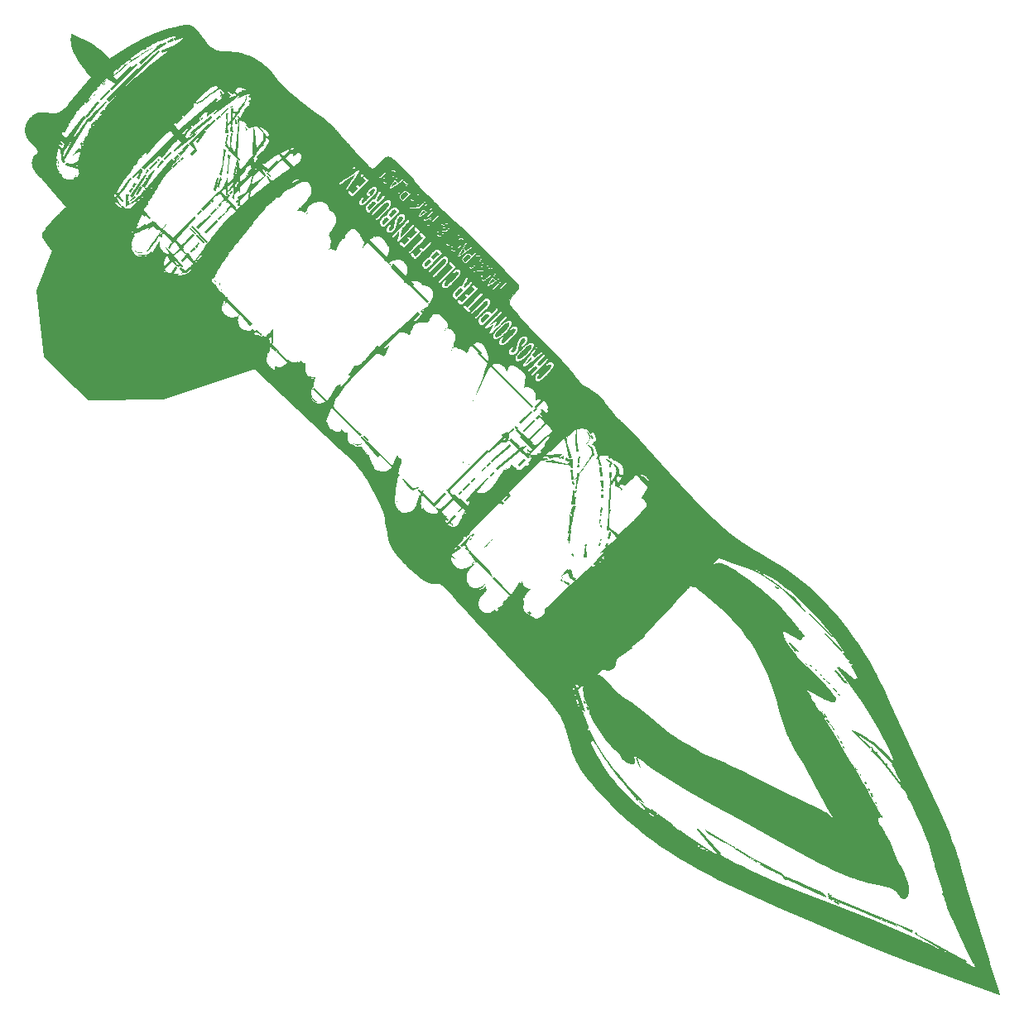
<source format=gts>
G04 #@! TF.GenerationSoftware,KiCad,Pcbnew,8.0.3-8.0.3-0~ubuntu22.04.1*
G04 #@! TF.CreationDate,2024-06-25T01:58:43+02:00*
G04 #@! TF.ProjectId,ctfl-rakete-tht,6374666c-2d72-4616-9b65-74652d746874,Rev.A*
G04 #@! TF.SameCoordinates,Original*
G04 #@! TF.FileFunction,Soldermask,Top*
G04 #@! TF.FilePolarity,Negative*
%FSLAX46Y46*%
G04 Gerber Fmt 4.6, Leading zero omitted, Abs format (unit mm)*
G04 Created by KiCad (PCBNEW 8.0.3-8.0.3-0~ubuntu22.04.1) date 2024-06-25 01:58:43*
%MOMM*%
%LPD*%
G01*
G04 APERTURE LIST*
%ADD10C,0.122369*%
%ADD11C,0.000000*%
%ADD12C,0.100000*%
G04 APERTURE END LIST*
D10*
X116700076Y-50236795D02*
X116797842Y-50248124D01*
X116893413Y-50270140D01*
X116986918Y-50302199D01*
X117078494Y-50343660D01*
X117168273Y-50393879D01*
X117256387Y-50452214D01*
X117342969Y-50518023D01*
X117428154Y-50590661D01*
X117594862Y-50753860D01*
X117757575Y-50936670D01*
X117917357Y-51133950D01*
X118548475Y-51964948D01*
X118709575Y-52157462D01*
X118874132Y-52333601D01*
X119043213Y-52488221D01*
X119129781Y-52555856D01*
X119217881Y-52616184D01*
X119269666Y-52648808D01*
X119322444Y-52680378D01*
X119376157Y-52710730D01*
X119430740Y-52739705D01*
X119486134Y-52767136D01*
X119542280Y-52792865D01*
X119599114Y-52816728D01*
X119656578Y-52838564D01*
X119714610Y-52858208D01*
X119773148Y-52875500D01*
X119832132Y-52890278D01*
X119891503Y-52902379D01*
X119951197Y-52911641D01*
X120011155Y-52917900D01*
X120071317Y-52920996D01*
X120131620Y-52920766D01*
X120562690Y-52922127D01*
X120983513Y-52946744D01*
X121393822Y-52994267D01*
X121793347Y-53064348D01*
X122181818Y-53156635D01*
X122558969Y-53270779D01*
X122924529Y-53406430D01*
X123278231Y-53563238D01*
X123619803Y-53740854D01*
X123948981Y-53938927D01*
X124265494Y-54157108D01*
X124569073Y-54395048D01*
X124859450Y-54652395D01*
X125136355Y-54928800D01*
X125399521Y-55223914D01*
X125648677Y-55537387D01*
X125926025Y-55887412D01*
X126219583Y-56222131D01*
X126527630Y-56543192D01*
X126848449Y-56852241D01*
X127180321Y-57150927D01*
X127521526Y-57440898D01*
X128225063Y-58001285D01*
X129668521Y-59089976D01*
X130380941Y-59644644D01*
X130728808Y-59930326D01*
X131068822Y-60223770D01*
X131192233Y-60332906D01*
X131313697Y-60442689D01*
X131433864Y-60553770D01*
X131553382Y-60666797D01*
X131672034Y-60781772D01*
X131788739Y-60898693D01*
X131846159Y-60958086D01*
X131902849Y-61018210D01*
X131958728Y-61079145D01*
X132013714Y-61140971D01*
X132067320Y-61203881D01*
X132119385Y-61267846D01*
X132170315Y-61332620D01*
X132220515Y-61397963D01*
X132320348Y-61529378D01*
X132370791Y-61594964D01*
X132422126Y-61660146D01*
X132440353Y-61683453D01*
X132449567Y-61695006D01*
X132458903Y-61706437D01*
X132468401Y-61717706D01*
X132478101Y-61728772D01*
X132488044Y-61739595D01*
X132498272Y-61750134D01*
X132494808Y-61753597D01*
X132600454Y-61874101D01*
X132709184Y-61992091D01*
X132820184Y-62108297D01*
X132932644Y-62223447D01*
X133158701Y-62453506D01*
X133270674Y-62569873D01*
X133380863Y-62688106D01*
X134079149Y-63464268D01*
X134429264Y-63851375D01*
X134782624Y-64235236D01*
X135043942Y-64507801D01*
X135177845Y-64643111D01*
X135246175Y-64709670D01*
X135315641Y-64775175D01*
X135345202Y-64803127D01*
X135378859Y-64835907D01*
X135415844Y-64870876D01*
X135435341Y-64888358D01*
X135455382Y-64905400D01*
X135475869Y-64921671D01*
X135496706Y-64936841D01*
X135517796Y-64950582D01*
X135539044Y-64962564D01*
X135560353Y-64972455D01*
X135570999Y-64976516D01*
X135581626Y-64979930D01*
X135592219Y-64982657D01*
X135602767Y-64984656D01*
X135613258Y-64985885D01*
X135623680Y-64986305D01*
X135652394Y-64982219D01*
X135684538Y-64970941D01*
X135719912Y-64952962D01*
X135758314Y-64928777D01*
X135843407Y-64863757D01*
X135938213Y-64779826D01*
X136150560Y-64571008D01*
X136382538Y-64333879D01*
X136621330Y-64099995D01*
X136739275Y-63994131D01*
X136854119Y-63900911D01*
X136964256Y-63824282D01*
X137017060Y-63793419D01*
X137068087Y-63768185D01*
X137117137Y-63749069D01*
X137164008Y-63736566D01*
X137208503Y-63731169D01*
X137250419Y-63733371D01*
X137344117Y-63760785D01*
X137459899Y-63817858D01*
X137595110Y-63901884D01*
X137747093Y-64010154D01*
X137913191Y-64139962D01*
X138090747Y-64288600D01*
X138469607Y-64631537D01*
X138862419Y-65017305D01*
X139247931Y-65424246D01*
X139604888Y-65830701D01*
X139766017Y-66026976D01*
X139912037Y-66215008D01*
X140102886Y-66460045D01*
X140294709Y-66691130D01*
X140488803Y-66911507D01*
X140686466Y-67124421D01*
X140888996Y-67333117D01*
X141097693Y-67540839D01*
X141538773Y-67966345D01*
X141959299Y-68352262D01*
X142177352Y-68556254D01*
X142278104Y-68654761D01*
X142369447Y-68748563D01*
X142787684Y-69175006D01*
X143212938Y-69587618D01*
X144076222Y-70388710D01*
X144942750Y-71186557D01*
X145372059Y-71595113D01*
X145795974Y-72015878D01*
X150523892Y-76833784D01*
X150527705Y-76837916D01*
X150531361Y-76842508D01*
X150534860Y-76847531D01*
X150538210Y-76852956D01*
X150541412Y-76858757D01*
X150544472Y-76864905D01*
X150550176Y-76878132D01*
X150555353Y-76892412D01*
X150560033Y-76907525D01*
X150564246Y-76923245D01*
X150568023Y-76939352D01*
X150571395Y-76955619D01*
X150574392Y-76971826D01*
X150579380Y-77003166D01*
X150586194Y-77055298D01*
X150586421Y-77063486D01*
X150585212Y-77073057D01*
X150578819Y-77095960D01*
X150567692Y-77123235D01*
X150552503Y-77154104D01*
X150533927Y-77187792D01*
X150512639Y-77223523D01*
X150464623Y-77298012D01*
X150413849Y-77371365D01*
X150365711Y-77437376D01*
X150325604Y-77489841D01*
X150298921Y-77522552D01*
X149956271Y-77917124D01*
X149879327Y-78009073D01*
X149817068Y-78088125D01*
X149793193Y-78121218D01*
X149775088Y-78149169D01*
X149763452Y-78171340D01*
X149760279Y-78180059D01*
X149758986Y-78187092D01*
X149624864Y-78460522D01*
X149606625Y-78512162D01*
X149598911Y-78538618D01*
X149592349Y-78565383D01*
X149587100Y-78592371D01*
X149583325Y-78619497D01*
X149581186Y-78646674D01*
X149580844Y-78673815D01*
X149582457Y-78700833D01*
X149586189Y-78727644D01*
X149592200Y-78754161D01*
X149600651Y-78780298D01*
X149611703Y-78805969D01*
X149625516Y-78831086D01*
X149642253Y-78855565D01*
X149662074Y-78879319D01*
X149689757Y-78912290D01*
X149719357Y-78949692D01*
X149782886Y-79034747D01*
X149917329Y-79224569D01*
X149982564Y-79317167D01*
X150042687Y-79400113D01*
X150094861Y-79467321D01*
X150117080Y-79493123D01*
X150136247Y-79512708D01*
X150268420Y-79635173D01*
X150363602Y-79731193D01*
X150437043Y-79814233D01*
X150503995Y-79897761D01*
X150579707Y-79995240D01*
X150679431Y-80120139D01*
X150818416Y-80285922D01*
X151011915Y-80506056D01*
X151446289Y-80994074D01*
X151694301Y-81272155D01*
X151839128Y-81430178D01*
X153476243Y-83094983D01*
X153566756Y-83166881D01*
X153673224Y-83261153D01*
X153924840Y-83504750D01*
X154212718Y-83801645D01*
X154518482Y-84127703D01*
X155110177Y-84770772D01*
X155359359Y-85039517D01*
X155552932Y-85240891D01*
X155637891Y-85330253D01*
X155732088Y-85436771D01*
X155941987Y-85689760D01*
X156404372Y-86274909D01*
X156632037Y-86560995D01*
X156840800Y-86812036D01*
X156934215Y-86917215D01*
X157018251Y-87004995D01*
X157091355Y-87072493D01*
X157151977Y-87116832D01*
X157553010Y-87355683D01*
X157896603Y-87571520D01*
X158190135Y-87768669D01*
X158440983Y-87951454D01*
X158656522Y-88124201D01*
X158844131Y-88291234D01*
X159011186Y-88456877D01*
X159165064Y-88625456D01*
X159313142Y-88801295D01*
X159462795Y-88988719D01*
X159796342Y-89415622D01*
X159994988Y-89663750D01*
X160224718Y-89940761D01*
X160492910Y-90250982D01*
X160806940Y-90598735D01*
X160835199Y-90629121D01*
X160861683Y-90656859D01*
X160910017Y-90705492D01*
X160953323Y-90746823D01*
X160992976Y-90783043D01*
X161066850Y-90848914D01*
X161103827Y-90882942D01*
X161142670Y-90920623D01*
X162464082Y-92277025D01*
X163744691Y-93646811D01*
X166248719Y-96397012D01*
X167504750Y-97762662D01*
X168785199Y-99112169D01*
X170106371Y-100438152D01*
X171484573Y-101733229D01*
X171785583Y-101998075D01*
X172089021Y-102250839D01*
X172394964Y-102492661D01*
X172703488Y-102724684D01*
X173328582Y-103163889D01*
X173964911Y-103577584D01*
X174613084Y-103974891D01*
X175273708Y-104364940D01*
X176634748Y-105159759D01*
X177427085Y-105651431D01*
X178200810Y-106176530D01*
X178955401Y-106733357D01*
X179690337Y-107320214D01*
X180405093Y-107935402D01*
X181099148Y-108577223D01*
X181771981Y-109243979D01*
X182423067Y-109933970D01*
X183051887Y-110645499D01*
X183657917Y-111376867D01*
X184240635Y-112126375D01*
X184799519Y-112892325D01*
X185334045Y-113673020D01*
X185843694Y-114466759D01*
X186327942Y-115271845D01*
X186786267Y-116086579D01*
X187004940Y-116497130D01*
X187217610Y-116910762D01*
X187425089Y-117326992D01*
X187628188Y-117745329D01*
X188024488Y-118586386D01*
X188413003Y-119430039D01*
X192815565Y-129010469D01*
X193526184Y-130563335D01*
X193874678Y-131343459D01*
X194214735Y-132127232D01*
X194543435Y-132915549D01*
X194857858Y-133709300D01*
X195155084Y-134509378D01*
X195432193Y-135316675D01*
X195572000Y-135756156D01*
X195706374Y-136197096D01*
X195961738Y-137082711D01*
X196204124Y-137972223D01*
X196439377Y-138864334D01*
X198453761Y-145281291D01*
X198606294Y-145828205D01*
X198768075Y-146350783D01*
X199104454Y-147357973D01*
X199271590Y-147860108D01*
X199433046Y-148372952D01*
X199585092Y-148905265D01*
X199656421Y-149181459D01*
X199723998Y-149465806D01*
X196466925Y-148317501D01*
X193224575Y-147128513D01*
X189997393Y-145899045D01*
X186785828Y-144629301D01*
X183590324Y-143319483D01*
X180411328Y-141969794D01*
X177249285Y-140580437D01*
X174104642Y-139151615D01*
X172018441Y-138171787D01*
X170983046Y-137666259D01*
X169955601Y-137145884D01*
X168938216Y-136607339D01*
X167932997Y-136047297D01*
X166942057Y-135462431D01*
X165967502Y-134849417D01*
X165135619Y-134291397D01*
X164319838Y-133710540D01*
X163520686Y-133107375D01*
X162738691Y-132482430D01*
X161974380Y-131836230D01*
X161228280Y-131169304D01*
X160500920Y-130482179D01*
X159792826Y-129775384D01*
X159199458Y-129158517D01*
X158613877Y-128527860D01*
X158048414Y-127879357D01*
X157777080Y-127547145D01*
X157515399Y-127208951D01*
X157264913Y-126864267D01*
X157027163Y-126512586D01*
X156803690Y-126153402D01*
X156596035Y-125786208D01*
X156405741Y-125410494D01*
X156234346Y-125025757D01*
X156083395Y-124631488D01*
X155954427Y-124227181D01*
X155559422Y-122782586D01*
X155451038Y-122424986D01*
X155331905Y-122071483D01*
X155267232Y-121896686D01*
X155198577Y-121723415D01*
X155125512Y-121551838D01*
X155047605Y-121382121D01*
X154945392Y-121179118D01*
X154836354Y-120980101D01*
X154720969Y-120784836D01*
X154599712Y-120593089D01*
X154473062Y-120404627D01*
X154341492Y-120219217D01*
X154065507Y-119856623D01*
X153775569Y-119503438D01*
X153475491Y-119157797D01*
X152860165Y-118481686D01*
X145221428Y-110206099D01*
X144938357Y-109893121D01*
X144648067Y-109563514D01*
X144050694Y-108881344D01*
X143746047Y-108542248D01*
X143439046Y-108213452D01*
X143130908Y-107901692D01*
X142822852Y-107613699D01*
X142788754Y-107582629D01*
X142753845Y-107552046D01*
X142717962Y-107522436D01*
X142699605Y-107508149D01*
X142680944Y-107494286D01*
X142661958Y-107480912D01*
X142642628Y-107468084D01*
X142622932Y-107455866D01*
X142602851Y-107444316D01*
X142582364Y-107433496D01*
X142561453Y-107423468D01*
X142540095Y-107414291D01*
X142518271Y-107406028D01*
X142487042Y-107396671D01*
X142455661Y-107389251D01*
X142424137Y-107383595D01*
X142392482Y-107379531D01*
X142360705Y-107376887D01*
X142328816Y-107375489D01*
X142296827Y-107375166D01*
X142264746Y-107375746D01*
X142232583Y-107377057D01*
X142200349Y-107378924D01*
X142135711Y-107383643D01*
X142070908Y-107388523D01*
X142006026Y-107392187D01*
X141921230Y-107394121D01*
X141837503Y-107391602D01*
X141754818Y-107384799D01*
X141673147Y-107373881D01*
X141512747Y-107340382D01*
X141356088Y-107292463D01*
X141202958Y-107231484D01*
X141053144Y-107158804D01*
X140906433Y-107075780D01*
X140762611Y-106983774D01*
X140621467Y-106884141D01*
X140482787Y-106778242D01*
X140346358Y-106667435D01*
X140211966Y-106553078D01*
X139690524Y-106087339D01*
X139250223Y-105687057D01*
X139031632Y-105480282D01*
X138816533Y-105268726D01*
X138606768Y-105052121D01*
X138404177Y-104830196D01*
X138210601Y-104602684D01*
X138027879Y-104369316D01*
X137857853Y-104129824D01*
X137702363Y-103883938D01*
X137563248Y-103631390D01*
X137442351Y-103371912D01*
X137341510Y-103105234D01*
X137299186Y-102969111D01*
X137262567Y-102831088D01*
X137231883Y-102691131D01*
X137207362Y-102549206D01*
X137189236Y-102405278D01*
X137177735Y-102259317D01*
X136942375Y-101089450D01*
X136933653Y-100972882D01*
X136920622Y-100856823D01*
X136903514Y-100741290D01*
X136882562Y-100626305D01*
X136858001Y-100511888D01*
X136830064Y-100398059D01*
X136798983Y-100284838D01*
X136764991Y-100172247D01*
X136728323Y-100060304D01*
X136689211Y-99949029D01*
X136604588Y-99728570D01*
X136512989Y-99511032D01*
X136416280Y-99296576D01*
X136063325Y-98556974D01*
X135686846Y-97827107D01*
X135488415Y-97467750D01*
X135282461Y-97113139D01*
X135068434Y-96764044D01*
X134845789Y-96421236D01*
X134613977Y-96085485D01*
X134372452Y-95757563D01*
X134120664Y-95438239D01*
X133858067Y-95128284D01*
X133584113Y-94828470D01*
X133298254Y-94539566D01*
X132999944Y-94262344D01*
X132688634Y-93997572D01*
X118238374Y-80384908D01*
X118102939Y-80420713D01*
X117967883Y-80451514D01*
X117833184Y-80477256D01*
X117698814Y-80497881D01*
X117564748Y-80513335D01*
X117430961Y-80523562D01*
X117297427Y-80528506D01*
X117164121Y-80528112D01*
X117031019Y-80522323D01*
X116898094Y-80511083D01*
X116765320Y-80494337D01*
X116632675Y-80472030D01*
X116500129Y-80444105D01*
X116367660Y-80410507D01*
X116235242Y-80371179D01*
X116102849Y-80326067D01*
X115958266Y-80270486D01*
X115816441Y-80209146D01*
X115677210Y-80142451D01*
X115540415Y-80070809D01*
X115405890Y-79994623D01*
X115273474Y-79914300D01*
X115143006Y-79830246D01*
X115014322Y-79742865D01*
X114761658Y-79559750D01*
X114514187Y-79368197D01*
X114029627Y-78972762D01*
X110821152Y-76304225D01*
X110672796Y-76178907D01*
X110525333Y-76051237D01*
X110381276Y-75919836D01*
X110311311Y-75852305D01*
X110243141Y-75783323D01*
X110177081Y-75712720D01*
X110113443Y-75640322D01*
X110052544Y-75565956D01*
X109994697Y-75489451D01*
X109940216Y-75410633D01*
X109889415Y-75329332D01*
X109842611Y-75245374D01*
X109800116Y-75158587D01*
X109690209Y-75296969D01*
X109577285Y-75433025D01*
X109461410Y-75566696D01*
X109342651Y-75697930D01*
X109096741Y-75952859D01*
X108840082Y-76197362D01*
X108573203Y-76430996D01*
X108296629Y-76653314D01*
X108010889Y-76863869D01*
X107716509Y-77062215D01*
X107665694Y-77094372D01*
X107614352Y-77125435D01*
X107588420Y-77140314D01*
X107562279Y-77154631D01*
X107535906Y-77168289D01*
X107509274Y-77181191D01*
X107482357Y-77193242D01*
X107455132Y-77204343D01*
X107427573Y-77214402D01*
X107399653Y-77223319D01*
X107371347Y-77231000D01*
X107342632Y-77237347D01*
X107313480Y-77242263D01*
X107283866Y-77245655D01*
X107236738Y-77248054D01*
X107190112Y-77246351D01*
X107144003Y-77240826D01*
X107098426Y-77231757D01*
X107053396Y-77219423D01*
X107008930Y-77204102D01*
X106965042Y-77186074D01*
X106921746Y-77165617D01*
X106879059Y-77143011D01*
X106836995Y-77118533D01*
X106795571Y-77092464D01*
X106754800Y-77065082D01*
X106675282Y-77007493D01*
X106598562Y-76947997D01*
X106229086Y-76648612D01*
X105842256Y-76318902D01*
X105443835Y-75964642D01*
X105039589Y-75591610D01*
X104236679Y-74812319D01*
X103849544Y-74417612D01*
X103479642Y-74027229D01*
X103132738Y-73646945D01*
X102814596Y-73282536D01*
X102530981Y-72939775D01*
X102287658Y-72624439D01*
X102090391Y-72342301D01*
X101944944Y-72099136D01*
X101857083Y-71900720D01*
X101836548Y-71820097D01*
X101832571Y-71752826D01*
X101897707Y-71605921D01*
X101981794Y-71450112D01*
X102083341Y-71286394D01*
X102200860Y-71115761D01*
X102332857Y-70939206D01*
X102477845Y-70757722D01*
X102800827Y-70383946D01*
X103157878Y-70002382D01*
X103537076Y-69620981D01*
X103926495Y-69247692D01*
X104314209Y-68890465D01*
X101666437Y-65855044D01*
X101553207Y-65736163D01*
X101440706Y-65615253D01*
X101330963Y-65491584D01*
X101277761Y-65428488D01*
X101226007Y-65364428D01*
X101175958Y-65299314D01*
X101127865Y-65233054D01*
X101081983Y-65165556D01*
X101038565Y-65096731D01*
X100997864Y-65026485D01*
X100960135Y-64954730D01*
X100925630Y-64881371D01*
X100894603Y-64806320D01*
X100868303Y-64728566D01*
X100846614Y-64648791D01*
X100829678Y-64567483D01*
X100817646Y-64485137D01*
X100810664Y-64402242D01*
X100808879Y-64319292D01*
X100812437Y-64236779D01*
X100821487Y-64155193D01*
X100836174Y-64075026D01*
X100856645Y-63996771D01*
X100883049Y-63920919D01*
X100898522Y-63884048D01*
X100915532Y-63847963D01*
X100934100Y-63812723D01*
X100954241Y-63778392D01*
X100975977Y-63745031D01*
X100999322Y-63712701D01*
X101024300Y-63681463D01*
X101050925Y-63651380D01*
X101079216Y-63622511D01*
X101109193Y-63594920D01*
X101134445Y-63572996D01*
X101160644Y-63551270D01*
X101214487Y-63507905D01*
X101267925Y-63463809D01*
X101293617Y-63441170D01*
X101318160Y-63417969D01*
X101341200Y-63394079D01*
X101362391Y-63369371D01*
X101381381Y-63343721D01*
X101389941Y-63330503D01*
X101397820Y-63317002D01*
X101404975Y-63303200D01*
X101411360Y-63289085D01*
X101416933Y-63274638D01*
X101421650Y-63259845D01*
X101425466Y-63244689D01*
X101428340Y-63229156D01*
X101430226Y-63213227D01*
X101431080Y-63196889D01*
X101431114Y-63185603D01*
X101430581Y-63174456D01*
X101429501Y-63163449D01*
X101427896Y-63152577D01*
X101423193Y-63131234D01*
X101416640Y-63110414D01*
X101408404Y-63090101D01*
X101398652Y-63070279D01*
X101387551Y-63050935D01*
X101375269Y-63032052D01*
X101361973Y-63013615D01*
X101347830Y-62995608D01*
X101333008Y-62978018D01*
X101317673Y-62960827D01*
X101286138Y-62927589D01*
X101254561Y-62895769D01*
X101086480Y-62729730D01*
X100919696Y-62560364D01*
X100758104Y-62386292D01*
X100680472Y-62297061D01*
X100605598Y-62206137D01*
X100533968Y-62113348D01*
X100466071Y-62018520D01*
X100402391Y-61921481D01*
X100343417Y-61822059D01*
X100289633Y-61720082D01*
X100241530Y-61615378D01*
X100199590Y-61507773D01*
X100164303Y-61397096D01*
X100140403Y-61301292D01*
X100123100Y-61204833D01*
X100112219Y-61107957D01*
X100107579Y-61010902D01*
X100109006Y-60913904D01*
X100116322Y-60817204D01*
X100129351Y-60721036D01*
X100147916Y-60625640D01*
X100171840Y-60531253D01*
X100200946Y-60438113D01*
X100235057Y-60346457D01*
X100273997Y-60256522D01*
X100317589Y-60168547D01*
X100365656Y-60082770D01*
X100418021Y-59999427D01*
X100474507Y-59918757D01*
X100534937Y-59840997D01*
X100599135Y-59766385D01*
X100666925Y-59695158D01*
X100738128Y-59627555D01*
X100812568Y-59563813D01*
X100890070Y-59504167D01*
X100970453Y-59448860D01*
X101053545Y-59398126D01*
X101139166Y-59352203D01*
X101227140Y-59311330D01*
X101317291Y-59275742D01*
X101409441Y-59245680D01*
X101503413Y-59221379D01*
X101599032Y-59203079D01*
X101696120Y-59191015D01*
X101794499Y-59185427D01*
X101888597Y-59185868D01*
X101982679Y-59190585D01*
X102076730Y-59198820D01*
X102170736Y-59209817D01*
X102358551Y-59237080D01*
X102546000Y-59266331D01*
X102639550Y-59279813D01*
X102732962Y-59291526D01*
X102826223Y-59300714D01*
X102919317Y-59306621D01*
X103012227Y-59308493D01*
X103104940Y-59305574D01*
X103197440Y-59297107D01*
X103243606Y-59290558D01*
X103289713Y-59282340D01*
X103390569Y-59257608D01*
X103488160Y-59225312D01*
X103582628Y-59185998D01*
X103674116Y-59140217D01*
X103762764Y-59088512D01*
X103848714Y-59031433D01*
X103932109Y-58969529D01*
X104013091Y-58903345D01*
X104091802Y-58833429D01*
X104168383Y-58760330D01*
X104242976Y-58684594D01*
X104315724Y-58606769D01*
X104456252Y-58447043D01*
X104591101Y-58285532D01*
X106823536Y-55589304D01*
X106750416Y-55508586D01*
X106683610Y-55429788D01*
X106622207Y-55352642D01*
X106565302Y-55276883D01*
X106461353Y-55128439D01*
X106364502Y-54982307D01*
X106267489Y-54836337D01*
X106163052Y-54688380D01*
X106105782Y-54612984D01*
X106043934Y-54536286D01*
X105976600Y-54458016D01*
X105902873Y-54377905D01*
X105851093Y-54320229D01*
X105799653Y-54256717D01*
X105748650Y-54188106D01*
X105698178Y-54115128D01*
X105648336Y-54038521D01*
X105599218Y-53959019D01*
X105503542Y-53794270D01*
X105411924Y-53626764D01*
X105325132Y-53462379D01*
X105169109Y-53166507D01*
X105103625Y-53041217D01*
X105044677Y-52916987D01*
X104992147Y-52793578D01*
X104945919Y-52670753D01*
X104905877Y-52548272D01*
X104871904Y-52425897D01*
X104843883Y-52303391D01*
X104821697Y-52180515D01*
X104805231Y-52057029D01*
X104794366Y-51932698D01*
X104788988Y-51807282D01*
X104788979Y-51680541D01*
X104794222Y-51552240D01*
X104804601Y-51422139D01*
X104820000Y-51290000D01*
X104840302Y-51155584D01*
X105380057Y-51389542D01*
X105909632Y-51639765D01*
X106169651Y-51772205D01*
X106425984Y-51910186D01*
X106678251Y-52054201D01*
X106926072Y-52204742D01*
X107169066Y-52362298D01*
X107406853Y-52527365D01*
X107639052Y-52700431D01*
X107865285Y-52881989D01*
X108085170Y-53072532D01*
X108298326Y-53272551D01*
X108504374Y-53482537D01*
X108702935Y-53702983D01*
X109654958Y-53086230D01*
X110582280Y-52517380D01*
X111041533Y-52251691D01*
X111500435Y-51998906D01*
X111960930Y-51759332D01*
X112424958Y-51533281D01*
X112894462Y-51321060D01*
X113371385Y-51122980D01*
X113857665Y-50939350D01*
X114355247Y-50770478D01*
X114866071Y-50616675D01*
X115392081Y-50478248D01*
X115935217Y-50355510D01*
X116497422Y-50248765D01*
X116599980Y-50236794D01*
X116700076Y-50236795D01*
D11*
G36*
X116699780Y-50236617D02*
G01*
X116797552Y-50247954D01*
X116893131Y-50269982D01*
X116986646Y-50302056D01*
X117078234Y-50343534D01*
X117168026Y-50393772D01*
X117256156Y-50452128D01*
X117342756Y-50517959D01*
X117427958Y-50590623D01*
X117594705Y-50753874D01*
X117757458Y-50936740D01*
X117917284Y-51134078D01*
X118548559Y-51965289D01*
X118709689Y-52157843D01*
X118874270Y-52334011D01*
X119043365Y-52488651D01*
X119129938Y-52556291D01*
X119218038Y-52616621D01*
X119269825Y-52649241D01*
X119322612Y-52680798D01*
X119376334Y-52711133D01*
X119430932Y-52740082D01*
X119486344Y-52767485D01*
X119542507Y-52793182D01*
X119599362Y-52817011D01*
X119656845Y-52838811D01*
X119714897Y-52858420D01*
X119773455Y-52875678D01*
X119832458Y-52890423D01*
X119891845Y-52902495D01*
X119951553Y-52911732D01*
X120011522Y-52917973D01*
X120071690Y-52921057D01*
X120131995Y-52920822D01*
X120563064Y-52922186D01*
X120983880Y-52946810D01*
X121394179Y-52994343D01*
X121793692Y-53064436D01*
X122182149Y-53156738D01*
X122559283Y-53270897D01*
X122924826Y-53406566D01*
X123278510Y-53563391D01*
X123620066Y-53741025D01*
X123949227Y-53939116D01*
X124265724Y-54157312D01*
X124569289Y-54395267D01*
X124859653Y-54652626D01*
X125136550Y-54929040D01*
X125399709Y-55224160D01*
X125648864Y-55537634D01*
X125926213Y-55887656D01*
X126219772Y-56222365D01*
X126527822Y-56543410D01*
X126848644Y-56852439D01*
X127180519Y-57151101D01*
X127521729Y-57441045D01*
X128225276Y-58001372D01*
X129668751Y-59089951D01*
X130381178Y-59644583D01*
X130729047Y-59930254D01*
X131069062Y-60223695D01*
X131192494Y-60332791D01*
X131314005Y-60442490D01*
X131434218Y-60553486D01*
X131553756Y-60666477D01*
X131672308Y-60781510D01*
X131788790Y-60898561D01*
X131846092Y-60958024D01*
X131902678Y-61018208D01*
X131958483Y-61079186D01*
X132013442Y-61141029D01*
X132067045Y-61203937D01*
X132119099Y-61267900D01*
X132170012Y-61332674D01*
X132220192Y-61398017D01*
X132319987Y-61529432D01*
X132370418Y-61595017D01*
X132421749Y-61660198D01*
X132440008Y-61683500D01*
X132449261Y-61695040D01*
X132458642Y-61706456D01*
X132468185Y-61717709D01*
X132477926Y-61728761D01*
X132487898Y-61739574D01*
X132498136Y-61750109D01*
X132494744Y-61753502D01*
X132600398Y-61874024D01*
X132709148Y-61992060D01*
X132820178Y-62108329D01*
X132932674Y-62223554D01*
X133158796Y-62453750D01*
X133270789Y-62570163D01*
X133380985Y-62688414D01*
X134079405Y-63464359D01*
X134429615Y-63851317D01*
X134783018Y-64235112D01*
X135044161Y-64507445D01*
X135177950Y-64642588D01*
X135246244Y-64709091D01*
X135315695Y-64774576D01*
X135345237Y-64802548D01*
X135378843Y-64835380D01*
X135415752Y-64870423D01*
X135435210Y-64887947D01*
X135455208Y-64905031D01*
X135475652Y-64921344D01*
X135496447Y-64936556D01*
X135517499Y-64950335D01*
X135538712Y-64962352D01*
X135559991Y-64972273D01*
X135570626Y-64976346D01*
X135581242Y-64979770D01*
X135591826Y-64982506D01*
X135602368Y-64984512D01*
X135612855Y-64985744D01*
X135623276Y-64986165D01*
X135651991Y-64982081D01*
X135684138Y-64970805D01*
X135719517Y-64952830D01*
X135757926Y-64928651D01*
X135843039Y-64863646D01*
X135937871Y-64779734D01*
X136150283Y-64570964D01*
X136382335Y-64333890D01*
X136621201Y-64100060D01*
X136739182Y-63994221D01*
X136854054Y-63901025D01*
X136964219Y-63824414D01*
X137017034Y-63793560D01*
X137068070Y-63768332D01*
X137117126Y-63749221D01*
X137164004Y-63736723D01*
X137208502Y-63731328D01*
X137250419Y-63733531D01*
X137344115Y-63760944D01*
X137459891Y-63818016D01*
X137595093Y-63902041D01*
X137747063Y-64010309D01*
X137913147Y-64140115D01*
X138090686Y-64288750D01*
X138469510Y-64631682D01*
X138862288Y-65017446D01*
X139247769Y-65424383D01*
X139604704Y-65830834D01*
X139765827Y-66027109D01*
X139911845Y-66215141D01*
X140102712Y-66460187D01*
X140294581Y-66691293D01*
X140488741Y-66911701D01*
X140686479Y-67124649D01*
X140889084Y-67333380D01*
X141097845Y-67541133D01*
X141538988Y-67966669D01*
X141738890Y-68151177D01*
X141959584Y-68352544D01*
X142177682Y-68556507D01*
X142278449Y-68655005D01*
X142369797Y-68748803D01*
X142788039Y-69175239D01*
X143213307Y-69587830D01*
X144076638Y-70388858D01*
X144943214Y-71186639D01*
X145372539Y-71595174D01*
X145796460Y-72015930D01*
X150523757Y-76833809D01*
X150527570Y-76837943D01*
X150531223Y-76842535D01*
X150534723Y-76847561D01*
X150538070Y-76852990D01*
X150541269Y-76858795D01*
X150544326Y-76864949D01*
X150550022Y-76878189D01*
X150555191Y-76892485D01*
X150559862Y-76907617D01*
X150564065Y-76923357D01*
X150567832Y-76939483D01*
X150571193Y-76955771D01*
X150574180Y-76971998D01*
X150579152Y-77003373D01*
X150585947Y-77055541D01*
X150586175Y-77063728D01*
X150584965Y-77073297D01*
X150578572Y-77096196D01*
X150567443Y-77123464D01*
X150552253Y-77154324D01*
X150533676Y-77188002D01*
X150512386Y-77223721D01*
X150464365Y-77298185D01*
X150413586Y-77371514D01*
X150365444Y-77437503D01*
X150325333Y-77489953D01*
X150298650Y-77522660D01*
X149955901Y-77917217D01*
X149878924Y-78009162D01*
X149816633Y-78088209D01*
X149792745Y-78121298D01*
X149774631Y-78149248D01*
X149762989Y-78171418D01*
X149759813Y-78180136D01*
X149758519Y-78187170D01*
X149624859Y-78460601D01*
X149606705Y-78512241D01*
X149599033Y-78538698D01*
X149592512Y-78565463D01*
X149587304Y-78592452D01*
X149583567Y-78619577D01*
X149581464Y-78646753D01*
X149581155Y-78673894D01*
X149582799Y-78700913D01*
X149586558Y-78727724D01*
X149592594Y-78754241D01*
X149601066Y-78780378D01*
X149612134Y-78806048D01*
X149625960Y-78831166D01*
X149642705Y-78855645D01*
X149662528Y-78879400D01*
X149690209Y-78912370D01*
X149719800Y-78949772D01*
X149783297Y-79034829D01*
X149917637Y-79224661D01*
X149982817Y-79317265D01*
X150042893Y-79400214D01*
X150095033Y-79467426D01*
X150117243Y-79493228D01*
X150136406Y-79512814D01*
X150268569Y-79635266D01*
X150363722Y-79731253D01*
X150437125Y-79814246D01*
X150504032Y-79897718D01*
X150579700Y-79995144D01*
X150679384Y-80119994D01*
X150818343Y-80285743D01*
X151011833Y-80505863D01*
X151446313Y-80994210D01*
X151694399Y-81272515D01*
X151839260Y-81430639D01*
X153476540Y-83094957D01*
X153567053Y-83166851D01*
X153673521Y-83261113D01*
X153925136Y-83504682D01*
X154213013Y-83801533D01*
X154518777Y-84127542D01*
X155110472Y-84770520D01*
X155359653Y-85039234D01*
X155553227Y-85240597D01*
X155638181Y-85329957D01*
X155732368Y-85436474D01*
X155942232Y-85689458D01*
X156404517Y-86274597D01*
X156632127Y-86560676D01*
X156840843Y-86811713D01*
X156934239Y-86916891D01*
X157018261Y-87004668D01*
X157091356Y-87072167D01*
X157151975Y-87116506D01*
X157553009Y-87355358D01*
X157896608Y-87571200D01*
X158190149Y-87768358D01*
X158441008Y-87951157D01*
X158656562Y-88123918D01*
X158844188Y-88290967D01*
X159011259Y-88456628D01*
X159165156Y-88625225D01*
X159313251Y-88801083D01*
X159462923Y-88988526D01*
X159796501Y-89415460D01*
X159995160Y-89663601D01*
X160224900Y-89940623D01*
X160493098Y-90250850D01*
X160807130Y-90598606D01*
X160835383Y-90628988D01*
X160861853Y-90656723D01*
X160910138Y-90705341D01*
X160953373Y-90746654D01*
X160992948Y-90782853D01*
X161066672Y-90848685D01*
X161103600Y-90882703D01*
X161142425Y-90920378D01*
X162463851Y-92276784D01*
X163744493Y-93646581D01*
X166248622Y-96396810D01*
X167504706Y-97762475D01*
X168785199Y-99111995D01*
X170106401Y-100437986D01*
X171484610Y-101733062D01*
X171785624Y-101997909D01*
X172089071Y-102250677D01*
X172395029Y-102492506D01*
X172703573Y-102724538D01*
X173328715Y-103163766D01*
X173965099Y-103577485D01*
X174613328Y-103974819D01*
X175274000Y-104364888D01*
X176635087Y-105159729D01*
X177427417Y-105651402D01*
X178201122Y-106176505D01*
X178955682Y-106733337D01*
X179690575Y-107320201D01*
X180405282Y-107935397D01*
X181099283Y-108577227D01*
X181772057Y-109243993D01*
X182423084Y-109933994D01*
X183051843Y-110645532D01*
X183657814Y-111376911D01*
X184240478Y-112126428D01*
X184799312Y-112892386D01*
X185333799Y-113673087D01*
X185843415Y-114466832D01*
X186327643Y-115271921D01*
X186785960Y-116086656D01*
X187004651Y-116497180D01*
X187217367Y-116910742D01*
X187424911Y-117326871D01*
X187628083Y-117745095D01*
X188024522Y-118585938D01*
X188413101Y-119429493D01*
X192815915Y-129010499D01*
X193526457Y-130563297D01*
X193874873Y-131343351D01*
X194214841Y-132127044D01*
X194543451Y-132915279D01*
X194857794Y-133708959D01*
X195154963Y-134508986D01*
X195432048Y-135316262D01*
X195571862Y-135755745D01*
X195706244Y-136196689D01*
X195961630Y-137082308D01*
X196204037Y-137971823D01*
X196439299Y-138863934D01*
X198453792Y-145281919D01*
X198606324Y-145828801D01*
X198768102Y-146351296D01*
X199104471Y-147358236D01*
X199271601Y-147860237D01*
X199433053Y-148372963D01*
X199585096Y-148905193D01*
X199656424Y-149181364D01*
X199724000Y-149465704D01*
X196466931Y-148317383D01*
X193224598Y-147128363D01*
X189997442Y-145898851D01*
X186785906Y-144629057D01*
X183590432Y-143319189D01*
X180411461Y-141969457D01*
X177249438Y-140580069D01*
X174104802Y-139151236D01*
X172018612Y-138171531D01*
X170983231Y-137666127D01*
X169955800Y-137145896D01*
X169456272Y-136881541D01*
X168938429Y-136607495D01*
X167933224Y-136047578D01*
X167340892Y-135698027D01*
X166942294Y-135462803D01*
X166554573Y-135218931D01*
X171118882Y-135218931D01*
X171136361Y-135225886D01*
X171153895Y-135232653D01*
X171189025Y-135246028D01*
X171206569Y-135252843D01*
X171224066Y-135259881D01*
X171241491Y-135267247D01*
X171258816Y-135275040D01*
X171221635Y-135202707D01*
X171221271Y-135201713D01*
X171220830Y-135200682D01*
X171219744Y-135198531D01*
X171218420Y-135196288D01*
X171216906Y-135193989D01*
X171215248Y-135191669D01*
X171213491Y-135189365D01*
X171211684Y-135187112D01*
X171209870Y-135184946D01*
X171206410Y-135181013D01*
X171203481Y-135177853D01*
X171200695Y-135174983D01*
X171210835Y-135185123D01*
X171197314Y-135158084D01*
X171118893Y-135218920D01*
X171118882Y-135218931D01*
X166554573Y-135218931D01*
X165967744Y-134849823D01*
X165135863Y-134291800D01*
X165022390Y-134211003D01*
X168786009Y-134211003D01*
X168812372Y-134226547D01*
X168802231Y-134236688D01*
X168810725Y-134242608D01*
X168820187Y-134249604D01*
X168829972Y-134257102D01*
X168839431Y-134264525D01*
X168854776Y-134276851D01*
X168861043Y-134281982D01*
X169416042Y-134639587D01*
X169456841Y-134658938D01*
X169498066Y-134677353D01*
X169539676Y-134694938D01*
X169581628Y-134711799D01*
X169623881Y-134728042D01*
X169666391Y-134743772D01*
X169752019Y-134774115D01*
X168819132Y-134233311D01*
X168833330Y-134219113D01*
X169835169Y-134807238D01*
X169839096Y-134808524D01*
X169842966Y-134809915D01*
X169846790Y-134811397D01*
X169850575Y-134812953D01*
X169858061Y-134816222D01*
X169865491Y-134819595D01*
X169872934Y-134822944D01*
X169880456Y-134826142D01*
X169884266Y-134827645D01*
X169888124Y-134829061D01*
X169892034Y-134830376D01*
X169896006Y-134831573D01*
X169910885Y-134835920D01*
X169925571Y-134840020D01*
X169954596Y-134847758D01*
X169983563Y-134855348D01*
X170012957Y-134863349D01*
X169416688Y-134507107D01*
X168833329Y-134163683D01*
X168786009Y-134211003D01*
X165022390Y-134211003D01*
X164320087Y-133710936D01*
X163520944Y-133107762D01*
X162738959Y-132482807D01*
X161974658Y-131836598D01*
X161228568Y-131169664D01*
X160501213Y-130482534D01*
X160140095Y-130122075D01*
X159793123Y-129775736D01*
X159199756Y-129158851D01*
X158614181Y-128528143D01*
X158048726Y-127879571D01*
X157777396Y-127547319D01*
X157515719Y-127209085D01*
X157265238Y-126864360D01*
X157027492Y-126512640D01*
X156804023Y-126153418D01*
X156596372Y-125786190D01*
X156406081Y-125410450D01*
X156234689Y-125025690D01*
X156083740Y-124631408D01*
X155954773Y-124227095D01*
X155559580Y-122782718D01*
X155494028Y-122566622D01*
X155451127Y-122425198D01*
X155331934Y-122071765D01*
X155267236Y-121896996D01*
X155198563Y-121723746D01*
X155125486Y-121552183D01*
X155047574Y-121382471D01*
X154945367Y-121179466D01*
X154836348Y-120980438D01*
X154720990Y-120785158D01*
X154599770Y-120593393D01*
X154473162Y-120404909D01*
X154341641Y-120219473D01*
X154338332Y-120215124D01*
X154065760Y-119856824D01*
X153775926Y-119503584D01*
X153475938Y-119157897D01*
X153077252Y-118719732D01*
X156312422Y-118719732D01*
X156396278Y-119005757D01*
X156483771Y-119290636D01*
X156574948Y-119574315D01*
X156669857Y-119856742D01*
X156768549Y-120137862D01*
X156871069Y-120417623D01*
X156977470Y-120695971D01*
X157087797Y-120972852D01*
X156928338Y-120420562D01*
X156978966Y-120420562D01*
X157132569Y-120769030D01*
X157202400Y-120932295D01*
X157268013Y-121090202D01*
X157329733Y-121244215D01*
X157387882Y-121395798D01*
X157442783Y-121546416D01*
X157494757Y-121697536D01*
X157499875Y-121702804D01*
X157504845Y-121708223D01*
X157509671Y-121713789D01*
X157514357Y-121719496D01*
X157518907Y-121725341D01*
X157523324Y-121731321D01*
X157527611Y-121737430D01*
X157531774Y-121743666D01*
X157535815Y-121750022D01*
X157539738Y-121756496D01*
X157547245Y-121769782D01*
X157554324Y-121783489D01*
X157561003Y-121797583D01*
X157560768Y-121779603D01*
X157560415Y-121770768D01*
X157559852Y-121762048D01*
X157559040Y-121753454D01*
X157557940Y-121744994D01*
X157556513Y-121736677D01*
X157554720Y-121728513D01*
X157552520Y-121720512D01*
X157549875Y-121712681D01*
X157546748Y-121705031D01*
X157543096Y-121697572D01*
X157538882Y-121690312D01*
X157534067Y-121683261D01*
X157528610Y-121676427D01*
X157525629Y-121673095D01*
X157522473Y-121669820D01*
X157437646Y-121459525D01*
X157347334Y-121239070D01*
X157301632Y-121125165D01*
X157256372Y-121008881D01*
X157212160Y-120890268D01*
X157169598Y-120769381D01*
X157151575Y-120731411D01*
X157133791Y-120690711D01*
X157116167Y-120648085D01*
X157098621Y-120604332D01*
X157063450Y-120516654D01*
X157045664Y-120474331D01*
X157027640Y-120434087D01*
X157024857Y-120432749D01*
X157021748Y-120431344D01*
X157014830Y-120428422D01*
X157007443Y-120425487D01*
X157000146Y-120422709D01*
X156988059Y-120418293D01*
X156983037Y-120416523D01*
X156978981Y-120420579D01*
X156978966Y-120420562D01*
X156928338Y-120420562D01*
X156615270Y-119336247D01*
X156560526Y-119336936D01*
X156428704Y-118679182D01*
X156369904Y-118765048D01*
X156312440Y-118719754D01*
X156312440Y-118719753D01*
X156312439Y-118719751D01*
X156312437Y-118719750D01*
X156312436Y-118719749D01*
X156312434Y-118719746D01*
X156312432Y-118719743D01*
X156312427Y-118719737D01*
X156312424Y-118719734D01*
X156312422Y-118719732D01*
X153077252Y-118719732D01*
X152860702Y-118481739D01*
X152378955Y-117959832D01*
X156097380Y-117959832D01*
X156097408Y-117959863D01*
X156109664Y-118008615D01*
X156122869Y-118057086D01*
X156151047Y-118153512D01*
X156179785Y-118249781D01*
X156193688Y-118298058D01*
X156206921Y-118346536D01*
X156386737Y-118526352D01*
X156350416Y-118349032D01*
X156350410Y-118348999D01*
X156335098Y-118274247D01*
X156473988Y-118274247D01*
X156658193Y-118794505D01*
X156839423Y-119318928D01*
X157207451Y-120392164D01*
X157252089Y-120409764D01*
X156529438Y-118329696D01*
X156504428Y-118304686D01*
X156608532Y-118304686D01*
X157376938Y-120519763D01*
X157293787Y-120485285D01*
X157297245Y-120488744D01*
X157165659Y-120433956D01*
X157107292Y-120409655D01*
X157146806Y-120490545D01*
X157166283Y-120531795D01*
X157184937Y-120574017D01*
X157193808Y-120595594D01*
X157202294Y-120617536D01*
X157210336Y-120639885D01*
X157217877Y-120662681D01*
X157224855Y-120685964D01*
X157231210Y-120709775D01*
X157236885Y-120734157D01*
X157241818Y-120759149D01*
X157342323Y-120984910D01*
X157391097Y-121097679D01*
X157438059Y-121210325D01*
X157482586Y-121322807D01*
X157524061Y-121435090D01*
X157561860Y-121547137D01*
X157595364Y-121658908D01*
X157597881Y-121666776D01*
X157600247Y-121674800D01*
X157602471Y-121682968D01*
X157604563Y-121691270D01*
X157608394Y-121708232D01*
X157611820Y-121725604D01*
X157614921Y-121743299D01*
X157617779Y-121761235D01*
X157623084Y-121797492D01*
X157626855Y-121807997D01*
X157630394Y-121818735D01*
X157633725Y-121829684D01*
X157636868Y-121840822D01*
X157642675Y-121863576D01*
X157647986Y-121886830D01*
X157667696Y-121981360D01*
X157729888Y-121959727D01*
X157813039Y-122042879D01*
X157785322Y-122070596D01*
X157757605Y-122209175D01*
X157702176Y-122098313D01*
X157674455Y-122070592D01*
X157674458Y-122021924D01*
X157657566Y-122005032D01*
X157657840Y-122006683D01*
X157658015Y-122008386D01*
X157658098Y-122010133D01*
X157658095Y-122011918D01*
X157658012Y-122013735D01*
X157657853Y-122015575D01*
X157657626Y-122017434D01*
X157657336Y-122019304D01*
X157656591Y-122023047D01*
X157655663Y-122026753D01*
X157654601Y-122030364D01*
X157653452Y-122033827D01*
X157652262Y-122037087D01*
X157651079Y-122040090D01*
X157648920Y-122045105D01*
X157646741Y-122049641D01*
X157674462Y-122077362D01*
X157702176Y-122215941D01*
X157623088Y-122081418D01*
X157595363Y-122053693D01*
X157487013Y-121871573D01*
X157436501Y-121786671D01*
X157562345Y-122068210D01*
X157690320Y-122348335D01*
X157820503Y-122627156D01*
X157952973Y-122904786D01*
X157922416Y-122828090D01*
X157894274Y-122753543D01*
X157868904Y-122681515D01*
X157846663Y-122612376D01*
X157836827Y-122579005D01*
X157827908Y-122546495D01*
X157819951Y-122514891D01*
X157812998Y-122484241D01*
X157807097Y-122454590D01*
X157802289Y-122425984D01*
X157798622Y-122398471D01*
X157796140Y-122372095D01*
X157771800Y-122181457D01*
X157775264Y-122184920D01*
X157855030Y-122375552D01*
X158089541Y-122898822D01*
X158344304Y-123408737D01*
X158617838Y-123906069D01*
X158908665Y-124391592D01*
X159215305Y-124866077D01*
X159536279Y-125330295D01*
X159870109Y-125785020D01*
X160215314Y-126231022D01*
X160933935Y-127099950D01*
X161680310Y-127943255D01*
X163208987Y-129577704D01*
X163479384Y-129903534D01*
X163396231Y-129875815D01*
X163289259Y-129841885D01*
X163162829Y-129774105D01*
X163018586Y-129674820D01*
X162858173Y-129546374D01*
X162683235Y-129391110D01*
X162495414Y-129211373D01*
X162087705Y-128787856D01*
X161648196Y-128294575D01*
X161190040Y-127750283D01*
X160726386Y-127173733D01*
X160270390Y-126583677D01*
X159980673Y-126187565D01*
X159687306Y-125776019D01*
X159395948Y-125355630D01*
X159112258Y-124932988D01*
X158841894Y-124514684D01*
X158590515Y-124107308D01*
X158363778Y-123717452D01*
X158167343Y-123351705D01*
X158238999Y-123500425D01*
X158228706Y-123500658D01*
X158218593Y-123501350D01*
X158208658Y-123502492D01*
X158198900Y-123504076D01*
X158179912Y-123508530D01*
X158161619Y-123514641D01*
X158144011Y-123522338D01*
X158127080Y-123531547D01*
X158110817Y-123542199D01*
X158095211Y-123554219D01*
X158080254Y-123567537D01*
X158065936Y-123582081D01*
X158052248Y-123597778D01*
X158039181Y-123614557D01*
X158026724Y-123632346D01*
X158014870Y-123651073D01*
X158003608Y-123670666D01*
X157992929Y-123691054D01*
X157993521Y-123711764D01*
X157995225Y-123732339D01*
X157997933Y-123752746D01*
X158001540Y-123772953D01*
X158005939Y-123792927D01*
X158011024Y-123812633D01*
X158016686Y-123832040D01*
X158022820Y-123851116D01*
X158036078Y-123888139D01*
X158049943Y-123923439D01*
X158076077Y-123987819D01*
X158335366Y-124518648D01*
X158613165Y-125040085D01*
X158908921Y-125551739D01*
X159222080Y-126053221D01*
X159552091Y-126544137D01*
X159898402Y-127024098D01*
X160260460Y-127492714D01*
X160637712Y-127949594D01*
X161029607Y-128394345D01*
X161435592Y-128826578D01*
X161855115Y-129245903D01*
X162287622Y-129651927D01*
X162732562Y-130044261D01*
X163189382Y-130422513D01*
X163657530Y-130786292D01*
X164136453Y-131135210D01*
X164199848Y-131177894D01*
X164264054Y-131219511D01*
X164394039Y-131300655D01*
X164524685Y-131380873D01*
X164654270Y-131462392D01*
X164249548Y-131128184D01*
X164058102Y-130965739D01*
X163875609Y-130807241D01*
X163703329Y-130653318D01*
X163542521Y-130504601D01*
X163394441Y-130361720D01*
X163260350Y-130225306D01*
X163338882Y-130277918D01*
X163418198Y-130331884D01*
X163497513Y-130387148D01*
X163576042Y-130443653D01*
X163319841Y-130187452D01*
X163259398Y-130125873D01*
X163202481Y-130065937D01*
X163148811Y-130007945D01*
X163098110Y-129952201D01*
X162907475Y-129761566D01*
X162914919Y-129762227D01*
X163133270Y-129925146D01*
X163404302Y-130114115D01*
X163681546Y-130310504D01*
X164248001Y-130714042D01*
X164390351Y-130815155D01*
X164535298Y-130918867D01*
X164112123Y-130578164D01*
X164195272Y-130495015D01*
X164763116Y-130903321D01*
X164662391Y-131004046D01*
X164784072Y-131090575D01*
X164846276Y-130986484D01*
X166368638Y-132128931D01*
X166334822Y-132184346D01*
X166530165Y-132321350D01*
X166727069Y-132457400D01*
X166925918Y-132592801D01*
X167127097Y-132727854D01*
X167856584Y-133221099D01*
X168589243Y-133722691D01*
X169337476Y-134229472D01*
X170113684Y-134738290D01*
X170160867Y-134768103D01*
X170208507Y-134799250D01*
X170304567Y-134864240D01*
X170495627Y-134995849D01*
X170549845Y-135011258D01*
X170603837Y-135028167D01*
X170657612Y-135046221D01*
X170711179Y-135065064D01*
X170817723Y-135103689D01*
X170923539Y-135141190D01*
X169948892Y-133948618D01*
X168843472Y-132596033D01*
X168871188Y-132568316D01*
X168864442Y-132561570D01*
X168864770Y-132561858D01*
X168865135Y-132562111D01*
X168865536Y-132562328D01*
X168865966Y-132562513D01*
X168866426Y-132562666D01*
X168866909Y-132562789D01*
X168867416Y-132562885D01*
X168867940Y-132562955D01*
X168868480Y-132563000D01*
X168869031Y-132563024D01*
X168870161Y-132563011D01*
X168871301Y-132562930D01*
X168872428Y-132562796D01*
X168873517Y-132562625D01*
X168874542Y-132562428D01*
X168875477Y-132562222D01*
X168876300Y-132562021D01*
X168877947Y-132561557D01*
X168909889Y-132540612D01*
X168989525Y-132540612D01*
X170093443Y-133804067D01*
X168992905Y-132537232D01*
X168989525Y-132540612D01*
X168909889Y-132540612D01*
X168999616Y-132481775D01*
X169027337Y-132509496D01*
X171280458Y-135088453D01*
X171249363Y-135119548D01*
X171486640Y-135370342D01*
X171715860Y-135483452D01*
X171944828Y-135599736D01*
X172402146Y-135837234D01*
X172858857Y-136073663D01*
X173087069Y-136188610D01*
X173315229Y-136299848D01*
X174256668Y-136743695D01*
X175203308Y-137177111D01*
X176149950Y-137600144D01*
X177091389Y-138012843D01*
X179566549Y-139024946D01*
X182054705Y-139999336D01*
X187038792Y-141923530D01*
X187638638Y-142162041D01*
X188236463Y-142407134D01*
X189427016Y-142913481D01*
X190612377Y-143435403D01*
X191794477Y-143965736D01*
X192079027Y-144097931D01*
X192361517Y-144233846D01*
X192921421Y-144514642D01*
X193476401Y-144803723D01*
X194028667Y-145096688D01*
X193815229Y-144964288D01*
X193700843Y-144893331D01*
X193871314Y-144893331D01*
X193878750Y-144900767D01*
X194226608Y-145123457D01*
X194401271Y-145233970D01*
X194577062Y-145343550D01*
X195015116Y-145601786D01*
X195270638Y-145736160D01*
X195526594Y-145867990D01*
X196038585Y-146129068D01*
X195306389Y-145708302D01*
X194570306Y-145281361D01*
X194394409Y-145187149D01*
X194219512Y-145091241D01*
X194045266Y-144993386D01*
X193871314Y-144893331D01*
X193700843Y-144893331D01*
X193208447Y-144587883D01*
X192803078Y-144328784D01*
X192602681Y-144196918D01*
X192404228Y-144063075D01*
X191562605Y-143527006D01*
X191562605Y-143547288D01*
X191102244Y-143301897D01*
X191209719Y-143138971D01*
X191237444Y-143166696D01*
X191265161Y-143138980D01*
X191278411Y-143161979D01*
X191292171Y-143184273D01*
X191306392Y-143205892D01*
X191321024Y-143226868D01*
X191336017Y-143247233D01*
X191351321Y-143267016D01*
X191382664Y-143304968D01*
X191414657Y-143340973D01*
X191446899Y-143375279D01*
X191510547Y-143439799D01*
X192546169Y-143983292D01*
X195044006Y-145340035D01*
X195968777Y-145828106D01*
X196020780Y-145859233D01*
X196077208Y-145890296D01*
X196136639Y-145921260D01*
X196197654Y-145952097D01*
X196318751Y-146013252D01*
X196375994Y-146043504D01*
X196429137Y-146073498D01*
X196539999Y-146128929D01*
X196269595Y-146128924D01*
X197142991Y-146669727D01*
X197155358Y-146671965D01*
X197167627Y-146673908D01*
X197179780Y-146675543D01*
X197191798Y-146676856D01*
X197203667Y-146677834D01*
X197215368Y-146678460D01*
X197226885Y-146678722D01*
X197238199Y-146678604D01*
X197249297Y-146678092D01*
X197260159Y-146677173D01*
X197270767Y-146675832D01*
X197281107Y-146674054D01*
X197291160Y-146671826D01*
X197300910Y-146669133D01*
X197310340Y-146665961D01*
X197319432Y-146662295D01*
X197318614Y-146660717D01*
X197241945Y-146512563D01*
X197203649Y-146441306D01*
X197184720Y-146407413D01*
X197165979Y-146374994D01*
X197156041Y-146358228D01*
X197211447Y-146358228D01*
X197226947Y-146392225D01*
X197243132Y-146426134D01*
X197259934Y-146459970D01*
X197277281Y-146493749D01*
X197313326Y-146561205D01*
X197350702Y-146628630D01*
X197351498Y-146627899D01*
X197352278Y-146627157D01*
X197353044Y-146626404D01*
X197353799Y-146625643D01*
X197355292Y-146624103D01*
X197356785Y-146622546D01*
X197283535Y-146490393D01*
X197247242Y-146424362D01*
X197211447Y-146358228D01*
X197156041Y-146358228D01*
X197145469Y-146340392D01*
X197075059Y-146221602D01*
X196986393Y-146065466D01*
X196899663Y-145907067D01*
X196814550Y-145746889D01*
X196647898Y-145423121D01*
X196483887Y-145098018D01*
X195917152Y-143928962D01*
X195396907Y-142827059D01*
X194961601Y-141882412D01*
X195027281Y-141882412D01*
X195741590Y-143414306D01*
X196525981Y-145063010D01*
X196683266Y-145379274D01*
X196844471Y-145692948D01*
X196926942Y-145848001D01*
X197010870Y-146001432D01*
X197096415Y-146152915D01*
X197183736Y-146302125D01*
X197020560Y-146002361D01*
X196859633Y-145700321D01*
X196703247Y-145396334D01*
X196627474Y-145243711D01*
X196553697Y-145090725D01*
X195785299Y-143483974D01*
X195450416Y-142782735D01*
X195403041Y-142683534D01*
X195027281Y-141882412D01*
X194961601Y-141882412D01*
X194917544Y-141786804D01*
X194473454Y-140802691D01*
X194466931Y-140786113D01*
X194460872Y-140769410D01*
X194455224Y-140752591D01*
X194449930Y-140735669D01*
X194440179Y-140701552D01*
X194431174Y-140667140D01*
X194413618Y-140597774D01*
X194404172Y-140562984D01*
X194393688Y-140528235D01*
X194442137Y-140656261D01*
X194454860Y-140687721D01*
X194468239Y-140718659D01*
X194482481Y-140748921D01*
X194489989Y-140763751D01*
X194497789Y-140778355D01*
X194746725Y-141318756D01*
X195003445Y-141872134D01*
X194761878Y-141339102D01*
X194643015Y-141072909D01*
X194525505Y-140806071D01*
X194502041Y-140750587D01*
X194479627Y-140694475D01*
X194437676Y-140580447D01*
X194399100Y-140464148D01*
X194363347Y-140345740D01*
X194329866Y-140225387D01*
X194298104Y-140103248D01*
X194276976Y-140016402D01*
X194237532Y-139854263D01*
X194182896Y-139764555D01*
X194193207Y-139812361D01*
X194203489Y-139862234D01*
X194224107Y-139965216D01*
X194219833Y-139950558D01*
X194216046Y-139936389D01*
X194209604Y-139909238D01*
X194198986Y-139857731D01*
X194193513Y-139832257D01*
X194190452Y-139819345D01*
X194187068Y-139806224D01*
X194183279Y-139792822D01*
X194179004Y-139779071D01*
X194174161Y-139764902D01*
X194168671Y-139750243D01*
X194182769Y-139764342D01*
X194176267Y-139740014D01*
X194169648Y-139716298D01*
X194162790Y-139693157D01*
X194155570Y-139670547D01*
X194147863Y-139648424D01*
X194139544Y-139626744D01*
X194130492Y-139605461D01*
X194125651Y-139594956D01*
X194120685Y-139584749D01*
X194120580Y-139584534D01*
X194119923Y-139563594D01*
X194099294Y-139521996D01*
X194079083Y-139480057D01*
X194069206Y-139458862D01*
X194059519Y-139437466D01*
X194050051Y-139415829D01*
X194040832Y-139393915D01*
X193943919Y-139217602D01*
X194051131Y-139217602D01*
X194186322Y-139519112D01*
X194189715Y-139515719D01*
X194158619Y-139435954D01*
X194130903Y-139352807D01*
X194051131Y-139217602D01*
X193943919Y-139217602D01*
X193905511Y-139147726D01*
X194016384Y-139092303D01*
X194079256Y-139224128D01*
X193909578Y-138708335D01*
X193250362Y-136582571D01*
X193289886Y-136582571D01*
X193937465Y-138674020D01*
X194179481Y-139408165D01*
X194207195Y-139491312D01*
X194234232Y-139573781D01*
X194206507Y-139546055D01*
X194206194Y-139546410D01*
X194205906Y-139546823D01*
X194205640Y-139547289D01*
X194205396Y-139547804D01*
X194205174Y-139548364D01*
X194204972Y-139548964D01*
X194204789Y-139549598D01*
X194204624Y-139550264D01*
X194204347Y-139551668D01*
X194204131Y-139553141D01*
X194203972Y-139554646D01*
X194203860Y-139556148D01*
X194203789Y-139557608D01*
X194203750Y-139558991D01*
X194203744Y-139561382D01*
X194203809Y-139563643D01*
X194259240Y-139694785D01*
X194270280Y-139713667D01*
X194282740Y-139734055D01*
X194296796Y-139756098D01*
X194312621Y-139779941D01*
X194330395Y-139805730D01*
X194350288Y-139833611D01*
X194372480Y-139863731D01*
X194397143Y-139896236D01*
X194359508Y-139803541D01*
X194328961Y-139726423D01*
X194304439Y-139662610D01*
X194284875Y-139609829D01*
X194269205Y-139565809D01*
X194256364Y-139528279D01*
X194234908Y-139463599D01*
X193884739Y-138359009D01*
X193853636Y-138265717D01*
X193583917Y-137448433D01*
X193501436Y-137150982D01*
X193289886Y-136582571D01*
X193250362Y-136582571D01*
X193175440Y-136340972D01*
X193172924Y-136338294D01*
X193170566Y-136335459D01*
X193168357Y-136332472D01*
X193166297Y-136329336D01*
X193164379Y-136326058D01*
X193162597Y-136322643D01*
X193160947Y-136319095D01*
X193159424Y-136315420D01*
X193156737Y-136307710D01*
X193154496Y-136299551D01*
X193152662Y-136290987D01*
X193151191Y-136282057D01*
X193150045Y-136272803D01*
X193149184Y-136263265D01*
X193148567Y-136253485D01*
X193148152Y-136243504D01*
X193147771Y-136223101D01*
X193147716Y-136202383D01*
X193266699Y-136517407D01*
X193203153Y-136306492D01*
X193147719Y-136036087D01*
X193147597Y-136032089D01*
X193147254Y-136027919D01*
X193146722Y-136023638D01*
X193146030Y-136019302D01*
X193145212Y-136014974D01*
X193144299Y-136010711D01*
X193143322Y-136006573D01*
X193142314Y-136002619D01*
X193141327Y-135999079D01*
X193206704Y-135999079D01*
X193494027Y-136832613D01*
X193494640Y-136834521D01*
X193495193Y-136836353D01*
X193496152Y-136839780D01*
X193497730Y-136845680D01*
X193498104Y-136846954D01*
X193498486Y-136848146D01*
X193498886Y-136849255D01*
X193499312Y-136850283D01*
X193499773Y-136851227D01*
X193500018Y-136851667D01*
X193500276Y-136852086D01*
X193500547Y-136852486D01*
X193500832Y-136852863D01*
X193501132Y-136853219D01*
X193501448Y-136853555D01*
X193530052Y-136927694D01*
X193558966Y-137000196D01*
X193588528Y-137072048D01*
X193619078Y-137144242D01*
X193624834Y-137159789D01*
X193630430Y-137176472D01*
X193641213Y-137212620D01*
X193651561Y-137251435D01*
X193661612Y-137291664D01*
X193681362Y-137371357D01*
X193691334Y-137408316D01*
X193696403Y-137425527D01*
X193701551Y-137441682D01*
X193812160Y-137759423D01*
X193919196Y-138080795D01*
X194128826Y-138728077D01*
X194234559Y-139050809D01*
X194342998Y-139370817D01*
X194455712Y-139686510D01*
X194574271Y-139996302D01*
X194832745Y-140649825D01*
X195095222Y-141301257D01*
X195362554Y-141950525D01*
X195635591Y-142597560D01*
X195577777Y-142430224D01*
X195548493Y-142346616D01*
X195518642Y-142262936D01*
X195032353Y-141036234D01*
X194795374Y-140416768D01*
X194679845Y-140104043D01*
X194566831Y-139788764D01*
X193914718Y-137896631D01*
X193580975Y-136947635D01*
X193239832Y-135998407D01*
X193206704Y-135999079D01*
X193141327Y-135999079D01*
X193140328Y-135995499D01*
X193138597Y-135989827D01*
X193136907Y-135984720D01*
X193095701Y-135984070D01*
X192631283Y-134363687D01*
X192607619Y-134299465D01*
X192192846Y-133259839D01*
X191762982Y-132225229D01*
X191318063Y-131195818D01*
X190858128Y-130171792D01*
X190787145Y-130034564D01*
X190684945Y-129850514D01*
X190579516Y-129664694D01*
X190468898Y-129473683D01*
X190351124Y-129274059D01*
X190349562Y-129272393D01*
X190348119Y-129270644D01*
X190346791Y-129268812D01*
X190345575Y-129266902D01*
X190344467Y-129264911D01*
X190343462Y-129262843D01*
X190342557Y-129260699D01*
X190341748Y-129258482D01*
X190340402Y-129253828D01*
X190339393Y-129248895D01*
X190338690Y-129243695D01*
X190338261Y-129238239D01*
X190338077Y-129232541D01*
X190338104Y-129226610D01*
X190338313Y-129220462D01*
X190338671Y-129214106D01*
X190339714Y-129200820D01*
X190340982Y-129186852D01*
X190338926Y-129179220D01*
X190337076Y-129171467D01*
X190335420Y-129163597D01*
X190333947Y-129155610D01*
X190332644Y-129147510D01*
X190331499Y-129139301D01*
X190330500Y-129130982D01*
X190329635Y-129122557D01*
X190328261Y-129105401D01*
X190327278Y-129087851D01*
X190326591Y-129069926D01*
X190326104Y-129051646D01*
X190296365Y-128988108D01*
X190223132Y-128892349D01*
X190150749Y-128795144D01*
X190005851Y-128596980D01*
X189928446Y-128492326D01*
X189856307Y-128394790D01*
X189778115Y-128292553D01*
X189696751Y-128189751D01*
X189652195Y-128131063D01*
X189755698Y-128131063D01*
X189756371Y-128138494D01*
X189790838Y-128186485D01*
X189811436Y-128210012D01*
X189831725Y-128233837D01*
X189871570Y-128282196D01*
X189910766Y-128331204D01*
X189949706Y-128380503D01*
X189991597Y-128429175D01*
X189990869Y-128427228D01*
X189989995Y-128425289D01*
X189988994Y-128423369D01*
X189987888Y-128421478D01*
X189986697Y-128419627D01*
X189985443Y-128417826D01*
X189984146Y-128416085D01*
X189982829Y-128414414D01*
X189981511Y-128412824D01*
X189980214Y-128411327D01*
X189977767Y-128408647D01*
X189975655Y-128406459D01*
X189974048Y-128404845D01*
X189755698Y-128131063D01*
X189652195Y-128131063D01*
X188149377Y-126151596D01*
X187540294Y-125438409D01*
X187137060Y-125012649D01*
X186934788Y-124795866D01*
X186733820Y-124576503D01*
X186681767Y-124628556D01*
X186672572Y-124637641D01*
X186668743Y-124641210D01*
X186665319Y-124644130D01*
X186663733Y-124645347D01*
X186662219Y-124646402D01*
X186660764Y-124647293D01*
X186659361Y-124648024D01*
X186657998Y-124648591D01*
X186656665Y-124648997D01*
X186655353Y-124649240D01*
X186654050Y-124649321D01*
X186652748Y-124649240D01*
X186651436Y-124648996D01*
X186650103Y-124648590D01*
X186648740Y-124648022D01*
X186647336Y-124647292D01*
X186645883Y-124646399D01*
X186644367Y-124645345D01*
X186642782Y-124644128D01*
X186639357Y-124641207D01*
X186635528Y-124637638D01*
X186626332Y-124628551D01*
X186571589Y-124629240D01*
X186599305Y-124601524D01*
X186571579Y-124573799D01*
X186599294Y-124546084D01*
X186682454Y-124518376D01*
X186686758Y-124503748D01*
X186690600Y-124489634D01*
X186694008Y-124475908D01*
X186697005Y-124462446D01*
X186699617Y-124449121D01*
X186701869Y-124435807D01*
X186703788Y-124422380D01*
X186705396Y-124408712D01*
X186706721Y-124394680D01*
X186707787Y-124380157D01*
X186708620Y-124365018D01*
X186709245Y-124349137D01*
X186709970Y-124314648D01*
X186710166Y-124275685D01*
X186710215Y-124277681D01*
X186710355Y-124279767D01*
X186710890Y-124284173D01*
X186711723Y-124288823D01*
X186712803Y-124293634D01*
X186714082Y-124298526D01*
X186715510Y-124303419D01*
X186717037Y-124308230D01*
X186718614Y-124312880D01*
X186721718Y-124321367D01*
X186724426Y-124328233D01*
X186727068Y-124334505D01*
X186765593Y-124109387D01*
X186769051Y-124112846D01*
X186824487Y-124223712D01*
X186825623Y-124224959D01*
X186826860Y-124226456D01*
X186828381Y-124228481D01*
X186830065Y-124230993D01*
X186831789Y-124233952D01*
X186833432Y-124237318D01*
X186834185Y-124239140D01*
X186834872Y-124241048D01*
X186835478Y-124243037D01*
X186835988Y-124245102D01*
X186836386Y-124247238D01*
X186836658Y-124249440D01*
X186836787Y-124251704D01*
X186836760Y-124254022D01*
X186836560Y-124256390D01*
X186836172Y-124258806D01*
X186835582Y-124261260D01*
X186834773Y-124263751D01*
X186833731Y-124266272D01*
X186832441Y-124268817D01*
X186830887Y-124271383D01*
X186829055Y-124273963D01*
X186826928Y-124276554D01*
X186824492Y-124279148D01*
X186826694Y-124281510D01*
X186828765Y-124284044D01*
X186830713Y-124286740D01*
X186832548Y-124289587D01*
X186835919Y-124295691D01*
X186838952Y-124302270D01*
X186841722Y-124309236D01*
X186844307Y-124316503D01*
X186849218Y-124331593D01*
X186854292Y-124346845D01*
X186857080Y-124354315D01*
X186860134Y-124361565D01*
X186863532Y-124368509D01*
X186867349Y-124375059D01*
X186869438Y-124378161D01*
X186871660Y-124381130D01*
X186874026Y-124383959D01*
X186876542Y-124386635D01*
X187121930Y-124632023D01*
X187177363Y-124576589D01*
X187340283Y-124739508D01*
X187263893Y-124815898D01*
X188623793Y-126554934D01*
X189946949Y-128257428D01*
X189655556Y-127671452D01*
X189359247Y-127087431D01*
X189057320Y-126505694D01*
X188749075Y-125926572D01*
X188764468Y-125941352D01*
X188779789Y-125954944D01*
X188795050Y-125967513D01*
X188810258Y-125979230D01*
X188825426Y-125990262D01*
X188840562Y-126000776D01*
X188870784Y-126020928D01*
X188901000Y-126041030D01*
X188916133Y-126051484D01*
X188931295Y-126062430D01*
X188946496Y-126074037D01*
X188961746Y-126086472D01*
X188977057Y-126099904D01*
X188992436Y-126114502D01*
X188577784Y-125636840D01*
X188156957Y-125171742D01*
X187724330Y-124723980D01*
X187501832Y-124508091D01*
X187274274Y-124298327D01*
X187040951Y-124095283D01*
X186801162Y-123899556D01*
X186554201Y-123711743D01*
X186299365Y-123532440D01*
X186035951Y-123362245D01*
X185763256Y-123201753D01*
X185480577Y-123051563D01*
X185187210Y-122912269D01*
X186630478Y-124189240D01*
X186467561Y-124352157D01*
X185055388Y-122884553D01*
X184864633Y-122693798D01*
X184913300Y-122693796D01*
X184591522Y-122372019D01*
X184702385Y-122427450D01*
X185037016Y-122569862D01*
X185360792Y-122723618D01*
X185674210Y-122888063D01*
X185977766Y-123062542D01*
X186271953Y-123246402D01*
X186557269Y-123438986D01*
X186834210Y-123639640D01*
X187103269Y-123847710D01*
X187364944Y-124062540D01*
X187619728Y-124283477D01*
X187868120Y-124509865D01*
X188110613Y-124741050D01*
X188579887Y-125215190D01*
X189031514Y-125700660D01*
X188766321Y-125039733D01*
X188478897Y-124386238D01*
X188170838Y-123739968D01*
X187843738Y-123100710D01*
X187499192Y-122468254D01*
X187138793Y-121842390D01*
X186376817Y-120609594D01*
X185570566Y-119400638D01*
X184732797Y-118213835D01*
X183876266Y-117047502D01*
X183013728Y-115899954D01*
X183075290Y-115944784D01*
X183135739Y-115989544D01*
X183256416Y-116079097D01*
X183339572Y-115962156D01*
X183339595Y-115962174D01*
X183339065Y-115961645D01*
X183342459Y-115958251D01*
X183339770Y-115962311D01*
X183885785Y-116390746D01*
X183913506Y-116418467D01*
X183965564Y-116421850D01*
X183993284Y-116449570D01*
X183985837Y-116470522D01*
X184960634Y-117199253D01*
X184983460Y-117196983D01*
X185005809Y-117193541D01*
X185027669Y-117188966D01*
X185049025Y-117183292D01*
X185069866Y-117176559D01*
X185090180Y-117168802D01*
X185109953Y-117160060D01*
X185129172Y-117150367D01*
X185147824Y-117139763D01*
X185165898Y-117128284D01*
X185183379Y-117115966D01*
X185200254Y-117102846D01*
X185216514Y-117088963D01*
X185232142Y-117074353D01*
X185247126Y-117059052D01*
X185261455Y-117043098D01*
X185201070Y-116929376D01*
X184942070Y-116441614D01*
X184782291Y-116151120D01*
X184702438Y-116011118D01*
X184622630Y-115875636D01*
X184624007Y-115874337D01*
X184625521Y-115873042D01*
X184627142Y-115871762D01*
X184628837Y-115870509D01*
X184630576Y-115869294D01*
X184632327Y-115868127D01*
X184634060Y-115867019D01*
X184635743Y-115865981D01*
X184638834Y-115864160D01*
X184641350Y-115862751D01*
X184643662Y-115861519D01*
X184635101Y-115844678D01*
X184744460Y-115844678D01*
X185323130Y-116807317D01*
X185322435Y-116801432D01*
X185321859Y-116795584D01*
X185320923Y-116783965D01*
X185320047Y-116772389D01*
X185318954Y-116760784D01*
X185318240Y-116754949D01*
X185317369Y-116749082D01*
X185316306Y-116743171D01*
X185315016Y-116737210D01*
X185313466Y-116731188D01*
X185311621Y-116725099D01*
X185309446Y-116718931D01*
X185306906Y-116712678D01*
X185138221Y-116440654D01*
X185055618Y-116305982D01*
X184975662Y-116173224D01*
X184933677Y-116096230D01*
X184911355Y-116055517D01*
X184888456Y-116014364D01*
X184770833Y-115827786D01*
X184766288Y-115830790D01*
X184761699Y-115833774D01*
X184753190Y-115839208D01*
X184744460Y-115844678D01*
X184635101Y-115844678D01*
X184622690Y-115820265D01*
X184650408Y-115792547D01*
X184653980Y-115789204D01*
X184657773Y-115786076D01*
X184661770Y-115783146D01*
X184665950Y-115780398D01*
X184670298Y-115777814D01*
X184674796Y-115775377D01*
X184679425Y-115773070D01*
X184684168Y-115770877D01*
X184693924Y-115766761D01*
X184703922Y-115762893D01*
X184724077Y-115755355D01*
X184645661Y-115630970D01*
X184591580Y-115685051D01*
X184373911Y-115411946D01*
X184377304Y-115408553D01*
X184474655Y-115361242D01*
X184365822Y-115190217D01*
X184266450Y-115249028D01*
X183722941Y-114594653D01*
X183885861Y-114487174D01*
X184101507Y-114773122D01*
X183762555Y-114255129D01*
X183412757Y-113740682D01*
X183232201Y-113484763D01*
X183047025Y-113229705D01*
X182856592Y-112975496D01*
X182660269Y-112722128D01*
X181518868Y-111389058D01*
X180916984Y-110713077D01*
X180293768Y-110042369D01*
X179648812Y-109385614D01*
X178981708Y-108751490D01*
X178639723Y-108445627D01*
X178292048Y-108148678D01*
X177938632Y-107861724D01*
X177579425Y-107585853D01*
X177457320Y-107504433D01*
X177396799Y-107462640D01*
X177337173Y-107419798D01*
X177278843Y-107375657D01*
X177222216Y-107329972D01*
X177167696Y-107282494D01*
X177141352Y-107258006D01*
X177115687Y-107232977D01*
X176813416Y-107038117D01*
X176505554Y-106852113D01*
X176192604Y-106674221D01*
X175875070Y-106503693D01*
X175553457Y-106339783D01*
X175228268Y-106181744D01*
X174900007Y-106028830D01*
X174569176Y-105880295D01*
X174947105Y-106096186D01*
X175134464Y-106207104D01*
X175227343Y-106264092D01*
X175319538Y-106322398D01*
X175596102Y-106498882D01*
X175870714Y-106679993D01*
X176144026Y-106864997D01*
X176416694Y-107053158D01*
X176430209Y-107004481D01*
X176444407Y-107074109D01*
X176862394Y-107368460D01*
X177275514Y-107669481D01*
X177684091Y-107976342D01*
X178088452Y-108288215D01*
X177910282Y-108170002D01*
X177737925Y-108053746D01*
X177402982Y-107824473D01*
X177537105Y-107923504D01*
X177673828Y-108027153D01*
X177949866Y-108240216D01*
X177963533Y-108245442D01*
X177978647Y-108250870D01*
X178013667Y-108263138D01*
X178033799Y-108270386D01*
X178055826Y-108278649D01*
X178079863Y-108288128D01*
X178106022Y-108299028D01*
X178628577Y-108710716D01*
X178714498Y-108780267D01*
X178798401Y-108853719D01*
X178880377Y-108930746D01*
X178960517Y-109011025D01*
X179038912Y-109094227D01*
X179115654Y-109180027D01*
X179264546Y-109358125D01*
X179407919Y-109542712D01*
X179546509Y-109731184D01*
X179812256Y-110109368D01*
X179826595Y-110124101D01*
X179843279Y-110142238D01*
X179861743Y-110163618D01*
X179881423Y-110188080D01*
X179901751Y-110215462D01*
X179911982Y-110230198D01*
X179922163Y-110245603D01*
X179932224Y-110261659D01*
X179942095Y-110278344D01*
X179951703Y-110295638D01*
X179960979Y-110313522D01*
X179905548Y-110368953D01*
X178247309Y-108655282D01*
X178275024Y-108627567D01*
X177838226Y-108338572D01*
X177820541Y-108326871D01*
X177849928Y-108326871D01*
X178479300Y-108749361D01*
X178468762Y-108739617D01*
X178456647Y-108728416D01*
X178479963Y-108728416D01*
X178483932Y-108732232D01*
X178488040Y-108735911D01*
X178492273Y-108739478D01*
X178496618Y-108742958D01*
X178505587Y-108749761D01*
X178514831Y-108756524D01*
X178524237Y-108763448D01*
X178533692Y-108770738D01*
X178538402Y-108774584D01*
X178543082Y-108778597D01*
X178547717Y-108782803D01*
X178552294Y-108787228D01*
X178559053Y-108780469D01*
X178479963Y-108728416D01*
X178456647Y-108728416D01*
X178389377Y-108666223D01*
X177977854Y-108392284D01*
X177936458Y-108364726D01*
X177857654Y-108330251D01*
X178039887Y-108330251D01*
X178041835Y-108330979D01*
X178043779Y-108331856D01*
X178045713Y-108332870D01*
X178047631Y-108334003D01*
X178049529Y-108335239D01*
X178051401Y-108336564D01*
X178053244Y-108337962D01*
X178055050Y-108339415D01*
X178058536Y-108342429D01*
X178061818Y-108345479D01*
X178067607Y-108351186D01*
X178043280Y-108326859D01*
X178039887Y-108330251D01*
X177857654Y-108330251D01*
X177849928Y-108326871D01*
X177820541Y-108326871D01*
X177783568Y-108302409D01*
X177842383Y-108243595D01*
X177839713Y-108242221D01*
X177836924Y-108240711D01*
X177831151Y-108237406D01*
X177825385Y-108233928D01*
X177819947Y-108230525D01*
X177811340Y-108224939D01*
X177807900Y-108222636D01*
X177828856Y-108201679D01*
X176447783Y-107188352D01*
X176432904Y-107188340D01*
X176409924Y-107170760D01*
X176413388Y-107174223D01*
X176409994Y-107177616D01*
X176420134Y-107187756D01*
X176392404Y-107188420D01*
X176361290Y-107157305D01*
X176372106Y-107146490D01*
X176354521Y-107135691D01*
X176357915Y-107132298D01*
X176346533Y-107125835D01*
X176335673Y-107119445D01*
X176315040Y-107107003D01*
X176305027Y-107101011D01*
X176295056Y-107095209D01*
X176285009Y-107089631D01*
X176274765Y-107084304D01*
X176282642Y-107090136D01*
X176290337Y-107095789D01*
X176185472Y-107035983D01*
X176133794Y-107005537D01*
X176082407Y-106974431D01*
X176031154Y-106942439D01*
X175979878Y-106909339D01*
X175928420Y-106874905D01*
X175876624Y-106838912D01*
X175567187Y-106651629D01*
X175408298Y-106557594D01*
X175246735Y-106464930D01*
X175082576Y-106374863D01*
X174915901Y-106288616D01*
X174746788Y-106207416D01*
X174575317Y-106132486D01*
X174184966Y-105972645D01*
X173790694Y-105817406D01*
X173393429Y-105666482D01*
X172994100Y-105519580D01*
X172192964Y-105236678D01*
X171394714Y-104966377D01*
X171155204Y-104876145D01*
X171051980Y-104837258D01*
X170552413Y-105458506D01*
X170588951Y-105438827D01*
X170626144Y-105420386D01*
X170663957Y-105403242D01*
X170702348Y-105387455D01*
X170741278Y-105373082D01*
X170780710Y-105360184D01*
X170820603Y-105348820D01*
X170860918Y-105339049D01*
X170901616Y-105330930D01*
X170942658Y-105324524D01*
X170984006Y-105319886D01*
X171025618Y-105317080D01*
X171067458Y-105316162D01*
X171109484Y-105317192D01*
X171151660Y-105320231D01*
X171193944Y-105325335D01*
X171264960Y-105337273D01*
X171335225Y-105352188D01*
X171404711Y-105369882D01*
X171473395Y-105390156D01*
X171541250Y-105412810D01*
X171608249Y-105437645D01*
X171674368Y-105464461D01*
X171739580Y-105493059D01*
X171803859Y-105523239D01*
X171867180Y-105554801D01*
X171990842Y-105621275D01*
X172110359Y-105690886D01*
X172225525Y-105762037D01*
X172712339Y-106056033D01*
X173193874Y-106363804D01*
X173669727Y-106684542D01*
X174139494Y-107017442D01*
X174602771Y-107361699D01*
X175059154Y-107716507D01*
X175508241Y-108081063D01*
X175949628Y-108454557D01*
X175946234Y-108457951D01*
X176119226Y-108613291D01*
X176289450Y-108770319D01*
X176626291Y-109086629D01*
X176687131Y-109025789D01*
X176714852Y-109053510D01*
X177556480Y-110012760D01*
X177872025Y-110351652D01*
X178026549Y-110523103D01*
X178178608Y-110696078D01*
X178327980Y-110870716D01*
X178474441Y-111047155D01*
X178617767Y-111225538D01*
X178757735Y-111406003D01*
X178777338Y-111386399D01*
X178860490Y-111469551D01*
X178862866Y-111477161D01*
X178864786Y-111484316D01*
X178866278Y-111491047D01*
X178867375Y-111497382D01*
X178868105Y-111503352D01*
X178868498Y-111508985D01*
X178868585Y-111514314D01*
X178868394Y-111519365D01*
X178867957Y-111524169D01*
X178867302Y-111528757D01*
X178866460Y-111533156D01*
X178865462Y-111537397D01*
X178864335Y-111541510D01*
X178863111Y-111545525D01*
X178860491Y-111553376D01*
X178881698Y-111582452D01*
X178902486Y-111611786D01*
X178943257Y-111670946D01*
X178983712Y-111730301D01*
X179024760Y-111789300D01*
X179047069Y-111766991D01*
X179265429Y-112040832D01*
X179227573Y-112078688D01*
X179241536Y-112099119D01*
X179255779Y-112119371D01*
X179284680Y-112159612D01*
X179313421Y-112199950D01*
X179327462Y-112220326D01*
X179341141Y-112240929D01*
X179399952Y-112182117D01*
X179835975Y-112777676D01*
X179752825Y-112860825D01*
X179495946Y-112505249D01*
X179515027Y-112538451D01*
X179533187Y-112572024D01*
X179550238Y-112605987D01*
X179558288Y-112623123D01*
X179565989Y-112640364D01*
X179573319Y-112657714D01*
X179580252Y-112675174D01*
X179586766Y-112692748D01*
X179592838Y-112710437D01*
X179598442Y-112728246D01*
X179603557Y-112746176D01*
X179608156Y-112764231D01*
X179612219Y-112782412D01*
X179649407Y-112806075D01*
X179637250Y-112842593D01*
X179639894Y-112871227D01*
X179641142Y-112899378D01*
X179640936Y-112926948D01*
X179639218Y-112953844D01*
X179635931Y-112979971D01*
X179631017Y-113005233D01*
X179624419Y-113029535D01*
X179616079Y-113052783D01*
X179611239Y-113063981D01*
X179605940Y-113074881D01*
X179600178Y-113085469D01*
X179593944Y-113095733D01*
X179587232Y-113105663D01*
X179580033Y-113115246D01*
X179572341Y-113124471D01*
X179564150Y-113133325D01*
X179555451Y-113141795D01*
X179546238Y-113149873D01*
X179536502Y-113157543D01*
X179526237Y-113164796D01*
X179515437Y-113171618D01*
X179504093Y-113177999D01*
X179492198Y-113183926D01*
X179479745Y-113189387D01*
X179467081Y-113196380D01*
X179454398Y-113202452D01*
X179441698Y-113207637D01*
X179428982Y-113211962D01*
X179416251Y-113215459D01*
X179403507Y-113218157D01*
X179390751Y-113220086D01*
X179377982Y-113221277D01*
X179365205Y-113221759D01*
X179352419Y-113221564D01*
X179326826Y-113219262D01*
X179301213Y-113214610D01*
X179275590Y-113207851D01*
X179249968Y-113199227D01*
X179224355Y-113188978D01*
X179198762Y-113177346D01*
X179173199Y-113164574D01*
X179122199Y-113136575D01*
X179071436Y-113106911D01*
X177683603Y-112320719D01*
X177679403Y-112361383D01*
X177676785Y-112402394D01*
X177675708Y-112443736D01*
X177676141Y-112485390D01*
X177678042Y-112527336D01*
X177681379Y-112569557D01*
X177686114Y-112612035D01*
X177692212Y-112654750D01*
X177699636Y-112697684D01*
X177708349Y-112740819D01*
X177718315Y-112784137D01*
X177729498Y-112827617D01*
X177741863Y-112871244D01*
X177755373Y-112914997D01*
X177769990Y-112958859D01*
X177785679Y-113002810D01*
X177912093Y-113075136D01*
X177853955Y-113133274D01*
X177911790Y-113258637D01*
X177976044Y-113383864D01*
X178045957Y-113508564D01*
X178120766Y-113632344D01*
X178199713Y-113754811D01*
X178282034Y-113875572D01*
X178366970Y-113994236D01*
X178453760Y-114110410D01*
X178629856Y-114333717D01*
X178804235Y-114542353D01*
X178970809Y-114733177D01*
X179123491Y-114903051D01*
X179616085Y-115421461D01*
X180112859Y-115924936D01*
X181104723Y-116915650D01*
X181592699Y-117417171D01*
X182070628Y-117932322D01*
X182534954Y-118468247D01*
X182760905Y-118746230D01*
X182982120Y-119032084D01*
X183003885Y-119060283D01*
X183022511Y-119088989D01*
X183038086Y-119118078D01*
X183050694Y-119147427D01*
X183060422Y-119176915D01*
X183067357Y-119206416D01*
X183071584Y-119235809D01*
X183073191Y-119264970D01*
X183072262Y-119293776D01*
X183068884Y-119322105D01*
X183063144Y-119349834D01*
X183055128Y-119376837D01*
X183044922Y-119402996D01*
X183032610Y-119428185D01*
X183018282Y-119452282D01*
X183002021Y-119475162D01*
X182983916Y-119496706D01*
X182964050Y-119516786D01*
X182942512Y-119535282D01*
X182919387Y-119552071D01*
X182894762Y-119567030D01*
X182868722Y-119580036D01*
X182841353Y-119590964D01*
X182812742Y-119599694D01*
X182782976Y-119606101D01*
X182752140Y-119610063D01*
X182720320Y-119611456D01*
X182687603Y-119610158D01*
X182654074Y-119606046D01*
X182619820Y-119598996D01*
X182584929Y-119588886D01*
X182549484Y-119575593D01*
X182234152Y-119437273D01*
X181919136Y-119290693D01*
X181604708Y-119137362D01*
X181291140Y-118978789D01*
X180667689Y-118651960D01*
X180050972Y-118322282D01*
X180055556Y-118327489D01*
X180060220Y-118333912D01*
X180064957Y-118341383D01*
X180069763Y-118349734D01*
X180079557Y-118368406D01*
X180089557Y-118388584D01*
X180099720Y-118408923D01*
X180104849Y-118418734D01*
X180110001Y-118428081D01*
X180115172Y-118436798D01*
X180120356Y-118444716D01*
X180125547Y-118451667D01*
X180130740Y-118457482D01*
X180153037Y-118494649D01*
X180192926Y-118512905D01*
X180169277Y-118520356D01*
X180202402Y-118573761D01*
X180269335Y-118533884D01*
X180514725Y-118994246D01*
X180542446Y-119021967D01*
X180551533Y-119031164D01*
X180555103Y-119034994D01*
X180558024Y-119038419D01*
X180559242Y-119040004D01*
X180560296Y-119041520D01*
X180561188Y-119042973D01*
X180561920Y-119044376D01*
X180562487Y-119045740D01*
X180562893Y-119047072D01*
X180563137Y-119048385D01*
X180563218Y-119049687D01*
X180563137Y-119050989D01*
X180562893Y-119052301D01*
X180562487Y-119053633D01*
X180561920Y-119054996D01*
X180561191Y-119056399D01*
X180560298Y-119057854D01*
X180559243Y-119059368D01*
X180558026Y-119060954D01*
X180555106Y-119064378D01*
X180551536Y-119068206D01*
X180542450Y-119077403D01*
X180597881Y-119188265D01*
X180548533Y-119138917D01*
X180815556Y-119574941D01*
X180815630Y-119574861D01*
X180815688Y-119574778D01*
X180815734Y-119574696D01*
X180815766Y-119574612D01*
X180815787Y-119574529D01*
X180815797Y-119574446D01*
X180815798Y-119574361D01*
X180815789Y-119574277D01*
X180815773Y-119574191D01*
X180815750Y-119574106D01*
X180815722Y-119574020D01*
X180815689Y-119573934D01*
X180815611Y-119573762D01*
X180815527Y-119573589D01*
X180815442Y-119573415D01*
X180815367Y-119573241D01*
X180815334Y-119573155D01*
X180815306Y-119573068D01*
X180815284Y-119572981D01*
X180815270Y-119572895D01*
X180815264Y-119572808D01*
X180815266Y-119572722D01*
X180815279Y-119572636D01*
X180815301Y-119572550D01*
X180815337Y-119572465D01*
X180815385Y-119572379D01*
X180815446Y-119572295D01*
X180815523Y-119572209D01*
X180760087Y-119461342D01*
X180950722Y-119651978D01*
X180908816Y-119665501D01*
X180950728Y-119707413D01*
X180952403Y-119709144D01*
X180953971Y-119710874D01*
X180955430Y-119712604D01*
X180956782Y-119714335D01*
X180958025Y-119716067D01*
X180959161Y-119717798D01*
X180960188Y-119719530D01*
X180961108Y-119721262D01*
X180961919Y-119722995D01*
X180962622Y-119724728D01*
X180963218Y-119726461D01*
X180963704Y-119728193D01*
X180964083Y-119729927D01*
X180964354Y-119731660D01*
X180964517Y-119733394D01*
X180964571Y-119735127D01*
X180964518Y-119736860D01*
X180964355Y-119738594D01*
X180964086Y-119740327D01*
X180963708Y-119742061D01*
X180963222Y-119743795D01*
X180962628Y-119745527D01*
X180961925Y-119747261D01*
X180961115Y-119748993D01*
X180960195Y-119750727D01*
X180959169Y-119752460D01*
X180958033Y-119754192D01*
X180956789Y-119755924D01*
X180955437Y-119757656D01*
X180953978Y-119759387D01*
X180952409Y-119761119D01*
X180950733Y-119762850D01*
X180974393Y-119833833D01*
X181325241Y-120406409D01*
X181463145Y-120544313D01*
X181466536Y-120540922D01*
X181464104Y-120537193D01*
X181462001Y-120533817D01*
X181460230Y-120530817D01*
X181458797Y-120528219D01*
X181457708Y-120526048D01*
X181456968Y-120524330D01*
X181456582Y-120523088D01*
X181456524Y-120522654D01*
X181456556Y-120522349D01*
X181456680Y-120522176D01*
X181456896Y-120522137D01*
X181457203Y-120522237D01*
X181457604Y-120522478D01*
X181458688Y-120523396D01*
X181460154Y-120524917D01*
X181462005Y-120527065D01*
X181464248Y-120529867D01*
X181466888Y-120533347D01*
X181469929Y-120537529D01*
X181494256Y-120526705D01*
X181521977Y-120554426D01*
X181982335Y-121125648D01*
X181847129Y-121205413D01*
X181477354Y-120620667D01*
X181459115Y-120625411D01*
X183039672Y-123179286D01*
X183824351Y-124461847D01*
X184601858Y-125751548D01*
X184893212Y-126092929D01*
X184840487Y-126145655D01*
X185316150Y-126945666D01*
X185793482Y-127760383D01*
X186026154Y-128173558D01*
X186251296Y-128590770D01*
X186466261Y-129012141D01*
X186668401Y-129437792D01*
X187727025Y-131246779D01*
X187768937Y-131204866D01*
X187824362Y-131419830D01*
X187769605Y-131474586D01*
X187711473Y-131336685D01*
X187663035Y-131351654D01*
X187615216Y-131367799D01*
X187568239Y-131385302D01*
X187522331Y-131404346D01*
X187499847Y-131414503D01*
X187477715Y-131425114D01*
X187455961Y-131436203D01*
X187434615Y-131447791D01*
X187413704Y-131459901D01*
X187393256Y-131472557D01*
X187373300Y-131485781D01*
X187353863Y-131499597D01*
X187366259Y-131564606D01*
X187378019Y-131629710D01*
X187389700Y-131694822D01*
X187401858Y-131759857D01*
X187502582Y-131963334D01*
X187465402Y-132000514D01*
X187621364Y-132208716D01*
X187769975Y-132424983D01*
X187911758Y-132648324D01*
X188047236Y-132877741D01*
X188176932Y-133112242D01*
X188301370Y-133350832D01*
X188536568Y-133836302D01*
X189371734Y-135742873D01*
X189540468Y-136087225D01*
X189715136Y-136430842D01*
X189889055Y-136775323D01*
X190055542Y-137122262D01*
X190133909Y-137297154D01*
X190207913Y-137473258D01*
X190276717Y-137650776D01*
X190339485Y-137829905D01*
X190395384Y-138010848D01*
X190443578Y-138193802D01*
X190483230Y-138378967D01*
X190513506Y-138566544D01*
X190519943Y-138621367D01*
X190524316Y-138678494D01*
X190526608Y-138737535D01*
X190526806Y-138798095D01*
X190524892Y-138859784D01*
X190520850Y-138922208D01*
X190514665Y-138984976D01*
X190506322Y-139047695D01*
X190495803Y-139109972D01*
X190483093Y-139171417D01*
X190468177Y-139231635D01*
X190451038Y-139290236D01*
X190431661Y-139346826D01*
X190410029Y-139401015D01*
X190386128Y-139452408D01*
X190359941Y-139500614D01*
X190331453Y-139545240D01*
X190300646Y-139585896D01*
X190267506Y-139622186D01*
X190232017Y-139653721D01*
X190194163Y-139680108D01*
X190153928Y-139700954D01*
X190111296Y-139715866D01*
X190066251Y-139724454D01*
X190018777Y-139726323D01*
X189968860Y-139721083D01*
X189916482Y-139708341D01*
X189861628Y-139687704D01*
X189804282Y-139658781D01*
X189744428Y-139621178D01*
X189682051Y-139574504D01*
X189617134Y-139518367D01*
X189129734Y-138920102D01*
X189096158Y-138887787D01*
X189061649Y-138857006D01*
X189026250Y-138827707D01*
X188990002Y-138799845D01*
X188915123Y-138748228D01*
X188837342Y-138701767D01*
X188756986Y-138660070D01*
X188674385Y-138622748D01*
X188589868Y-138589411D01*
X188503765Y-138559668D01*
X188416404Y-138533130D01*
X188328116Y-138509404D01*
X188239228Y-138488104D01*
X188150071Y-138468837D01*
X187972262Y-138434845D01*
X187797325Y-138404305D01*
X187371242Y-138327002D01*
X186949485Y-138238193D01*
X186531848Y-138138383D01*
X186118122Y-138028073D01*
X185708103Y-137907764D01*
X185301583Y-137777959D01*
X184898355Y-137639159D01*
X184498214Y-137491867D01*
X183706365Y-137173814D01*
X182924382Y-136827815D01*
X182150613Y-136457886D01*
X181383406Y-136068042D01*
X179346011Y-134988827D01*
X177310859Y-133882629D01*
X173256483Y-131637508D01*
X170531382Y-130143399D01*
X169157089Y-129389037D01*
X167789494Y-128616865D01*
X166439495Y-127817178D01*
X165117983Y-126980271D01*
X164471317Y-126544828D01*
X163835857Y-126096441D01*
X163212969Y-125633897D01*
X162604012Y-125155983D01*
X162523568Y-125195867D01*
X162462730Y-125045799D01*
X162443346Y-125030178D01*
X162423740Y-125014799D01*
X162384179Y-124984420D01*
X162344684Y-124953972D01*
X162325162Y-124938506D01*
X162305895Y-124922765D01*
X162495854Y-125493990D01*
X162505126Y-125514740D01*
X162512842Y-125536044D01*
X162519027Y-125557804D01*
X162523705Y-125579927D01*
X162526900Y-125602315D01*
X162528638Y-125624873D01*
X162528942Y-125647507D01*
X162527839Y-125670119D01*
X162525353Y-125692615D01*
X162521507Y-125714898D01*
X162516326Y-125736873D01*
X162509836Y-125758444D01*
X162502062Y-125779516D01*
X162493026Y-125799993D01*
X162482756Y-125819778D01*
X162471274Y-125838778D01*
X162458606Y-125856895D01*
X162444775Y-125874034D01*
X162429807Y-125890100D01*
X162413729Y-125904996D01*
X162396561Y-125918627D01*
X162378330Y-125930899D01*
X162359061Y-125941713D01*
X162338779Y-125950976D01*
X162317507Y-125958591D01*
X162295270Y-125964463D01*
X162272094Y-125968496D01*
X162248003Y-125970594D01*
X162223021Y-125970662D01*
X162197173Y-125968604D01*
X162170484Y-125964324D01*
X162142979Y-125957727D01*
X162041459Y-125924378D01*
X161941002Y-125885441D01*
X161842092Y-125841075D01*
X161745215Y-125791444D01*
X161650856Y-125736707D01*
X161559501Y-125677025D01*
X161471637Y-125612560D01*
X161387748Y-125543473D01*
X161308321Y-125469923D01*
X161233841Y-125392073D01*
X161164794Y-125310084D01*
X161101666Y-125224115D01*
X161044944Y-125134329D01*
X160995111Y-125040887D01*
X160952655Y-124943948D01*
X160918061Y-124843674D01*
X160687259Y-124663857D01*
X160463355Y-124471706D01*
X160246272Y-124268352D01*
X160035936Y-124054924D01*
X159832269Y-123832555D01*
X159635198Y-123602373D01*
X159444647Y-123365509D01*
X159260538Y-123123093D01*
X159082798Y-122876257D01*
X158911350Y-122626130D01*
X158587029Y-122120526D01*
X158286970Y-121615325D01*
X158010568Y-121119568D01*
X158004973Y-121107112D01*
X157999820Y-121094806D01*
X157995059Y-121082636D01*
X157990644Y-121070585D01*
X157982657Y-121046767D01*
X157975470Y-121023215D01*
X157961960Y-120976363D01*
X157954862Y-120952789D01*
X157947023Y-120928933D01*
X157796271Y-120738974D01*
X157869944Y-120686909D01*
X157865984Y-120662725D01*
X157862521Y-120638752D01*
X157859564Y-120615001D01*
X157857123Y-120591479D01*
X157855206Y-120568195D01*
X157853822Y-120545154D01*
X157852980Y-120522368D01*
X157852690Y-120499842D01*
X157852959Y-120477584D01*
X157853798Y-120455604D01*
X157855216Y-120433908D01*
X157857221Y-120412504D01*
X157859822Y-120391402D01*
X157863029Y-120370608D01*
X157866849Y-120350131D01*
X157871294Y-120329979D01*
X157722658Y-120074133D01*
X157652378Y-119944939D01*
X157585369Y-119814735D01*
X157522064Y-119683397D01*
X157462894Y-119550803D01*
X157408292Y-119416832D01*
X157358694Y-119281361D01*
X157314531Y-119144267D01*
X157276234Y-119005429D01*
X157244240Y-118864724D01*
X157218979Y-118722028D01*
X157200885Y-118577222D01*
X157190392Y-118430181D01*
X157187931Y-118280783D01*
X157188535Y-118265479D01*
X157193936Y-118128907D01*
X157198826Y-118092735D01*
X157204226Y-118056931D01*
X157210112Y-118021493D01*
X157216460Y-117986420D01*
X157222785Y-117954065D01*
X157223245Y-117951708D01*
X157230444Y-117917356D01*
X157238034Y-117883360D01*
X157245990Y-117849719D01*
X157103353Y-117969371D01*
X157103369Y-117907198D01*
X156786245Y-118161935D01*
X156608532Y-118304686D01*
X156504428Y-118304686D01*
X156473988Y-118274247D01*
X156335098Y-118274247D01*
X156259619Y-117905750D01*
X156249376Y-117908619D01*
X156239173Y-117911921D01*
X156229006Y-117915577D01*
X156218869Y-117919510D01*
X156178496Y-117936439D01*
X156158334Y-117944533D01*
X156148238Y-117948213D01*
X156138125Y-117951545D01*
X156127988Y-117954451D01*
X156117823Y-117956853D01*
X156107622Y-117958673D01*
X156097380Y-117959832D01*
X152378955Y-117959832D01*
X152294090Y-117867892D01*
X156370484Y-117867892D01*
X156400816Y-117953044D01*
X156430359Y-118038244D01*
X156460048Y-118123445D01*
X156490812Y-118208597D01*
X156515147Y-118184262D01*
X156400227Y-117858429D01*
X156398397Y-117859189D01*
X156396560Y-117859893D01*
X156394716Y-117860549D01*
X156392868Y-117861163D01*
X156389158Y-117862296D01*
X156385433Y-117863348D01*
X156377960Y-117865438D01*
X156374220Y-117866592D01*
X156372350Y-117867220D01*
X156370484Y-117867892D01*
X152294090Y-117867892D01*
X152274763Y-117846954D01*
X156433369Y-117846954D01*
X156542885Y-118156564D01*
X156761234Y-117938215D01*
X156712560Y-117865206D01*
X157041097Y-117865206D01*
X157062035Y-117886145D01*
X157057998Y-117848305D01*
X157041097Y-117865206D01*
X156712560Y-117865206D01*
X156688224Y-117828703D01*
X156679790Y-117827144D01*
X156671287Y-117825818D01*
X156662733Y-117824681D01*
X156654139Y-117823687D01*
X156619648Y-117820285D01*
X156602530Y-117818308D01*
X156594051Y-117817099D01*
X156585645Y-117815681D01*
X156577324Y-117814013D01*
X156569104Y-117812051D01*
X156560997Y-117809751D01*
X156553020Y-117807067D01*
X156545811Y-117811246D01*
X156538523Y-117814881D01*
X156531164Y-117818040D01*
X156523745Y-117820792D01*
X156516273Y-117823206D01*
X156508758Y-117825349D01*
X156493641Y-117829097D01*
X156478468Y-117832585D01*
X156470884Y-117834402D01*
X156463314Y-117836359D01*
X156455769Y-117838524D01*
X156448256Y-117840966D01*
X156440786Y-117843753D01*
X156433369Y-117846954D01*
X152274763Y-117846954D01*
X151251495Y-116738383D01*
X158715631Y-116738383D01*
X158790147Y-116769277D01*
X158862400Y-116802969D01*
X159000569Y-116878191D01*
X159131040Y-116962940D01*
X159254718Y-117056107D01*
X159372503Y-117156579D01*
X159485300Y-117263247D01*
X159594009Y-117374999D01*
X159699535Y-117490726D01*
X160107859Y-117971169D01*
X160211008Y-118090111D01*
X160316389Y-118206364D01*
X160424906Y-118318818D01*
X160537460Y-118426363D01*
X160723538Y-118586843D01*
X160914095Y-118742924D01*
X161306457Y-119044400D01*
X161710167Y-119335820D01*
X162120851Y-119622213D01*
X162945628Y-120200026D01*
X163350969Y-120501504D01*
X163549962Y-120657585D01*
X163745775Y-120818066D01*
X165863695Y-122611505D01*
X165960387Y-122668522D01*
X166055910Y-122727776D01*
X166244281Y-122851921D01*
X166430468Y-122981801D01*
X166616131Y-123115278D01*
X166992522Y-123384476D01*
X167186571Y-123515920D01*
X167386734Y-123642412D01*
X167569668Y-123742606D01*
X167752274Y-123839172D01*
X168115424Y-124027773D01*
X168295431Y-124122983D01*
X168474033Y-124220918D01*
X168650961Y-124323163D01*
X168825947Y-124431308D01*
X168877875Y-124462573D01*
X168931708Y-124496384D01*
X168986379Y-124532327D01*
X169040821Y-124569983D01*
X169093965Y-124608938D01*
X169144743Y-124648775D01*
X169192087Y-124689075D01*
X169214137Y-124709270D01*
X169234929Y-124729426D01*
X169644803Y-124911110D01*
X170058247Y-125088742D01*
X170889352Y-125438983D01*
X171715265Y-125794417D01*
X172122219Y-125978539D01*
X172523008Y-126169309D01*
X173461083Y-126626935D01*
X174402397Y-127096884D01*
X176302550Y-128045225D01*
X178475903Y-129131562D01*
X178705523Y-129237561D01*
X178941760Y-129351354D01*
X179428389Y-129591918D01*
X181345295Y-130464777D01*
X181588299Y-130591822D01*
X181824201Y-130726720D01*
X182050643Y-130870629D01*
X182265270Y-131024711D01*
X182465724Y-131190123D01*
X182649648Y-131368027D01*
X182734676Y-131462026D01*
X182814687Y-131559582D01*
X182889387Y-131660841D01*
X182958482Y-131765948D01*
X182559369Y-131110867D01*
X182175212Y-130449753D01*
X181803133Y-129784133D01*
X181440259Y-129115528D01*
X180023273Y-126441740D01*
X179741561Y-125931838D01*
X179450983Y-125436601D01*
X178868685Y-124466891D01*
X178589687Y-123980802D01*
X178456009Y-123734909D01*
X178327272Y-123486148D01*
X178204271Y-123233792D01*
X178087801Y-122977119D01*
X177978658Y-122715400D01*
X177877636Y-122447910D01*
X177701898Y-121937819D01*
X177540650Y-121425595D01*
X177389926Y-120911949D01*
X177245763Y-120397591D01*
X176961260Y-119369587D01*
X176812991Y-118857362D01*
X176655422Y-118347271D01*
X176405993Y-117618504D01*
X176126790Y-116900752D01*
X175818607Y-116194906D01*
X175482237Y-115501853D01*
X175118476Y-114822482D01*
X174728117Y-114157684D01*
X174311955Y-113508345D01*
X173870784Y-112875356D01*
X173405399Y-112259604D01*
X172916593Y-111661979D01*
X172405163Y-111083371D01*
X171871900Y-110524667D01*
X171317601Y-109986758D01*
X170743058Y-109470530D01*
X170149068Y-108976874D01*
X169536424Y-108506679D01*
X169323110Y-108345205D01*
X169215828Y-108260970D01*
X169109210Y-108174296D01*
X169004068Y-108085102D01*
X168901215Y-107993310D01*
X168801460Y-107898839D01*
X168705615Y-107801608D01*
X168667400Y-107805882D01*
X168629334Y-107808204D01*
X168591437Y-107808643D01*
X168553730Y-107807265D01*
X168516233Y-107804140D01*
X168478968Y-107799335D01*
X168441955Y-107792918D01*
X168405214Y-107784957D01*
X168368766Y-107775520D01*
X168332632Y-107764675D01*
X168296833Y-107752491D01*
X168261388Y-107739034D01*
X168226320Y-107724373D01*
X168191648Y-107708575D01*
X168157393Y-107691709D01*
X168123575Y-107673844D01*
X168046626Y-107773923D01*
X167970959Y-107874196D01*
X167894538Y-107974342D01*
X167855406Y-108024267D01*
X167815319Y-108074040D01*
X167094848Y-108864113D01*
X166368006Y-109647003D01*
X164905121Y-111199206D01*
X164793611Y-111312912D01*
X164685868Y-111426005D01*
X164471803Y-111652803D01*
X164552246Y-111662942D01*
X163520664Y-112694524D01*
X163520667Y-112805392D01*
X163226602Y-113044017D01*
X163140074Y-113130546D01*
X163133321Y-113123794D01*
X162053064Y-114002598D01*
X162295079Y-113975561D01*
X161009761Y-114928302D01*
X160633458Y-115207237D01*
X160633455Y-115255904D01*
X160633182Y-115265269D01*
X160632386Y-115275171D01*
X160631101Y-115285574D01*
X160629362Y-115296439D01*
X160627202Y-115307733D01*
X160624656Y-115319419D01*
X160618541Y-115343824D01*
X160611291Y-115369364D01*
X160603178Y-115395751D01*
X160585457Y-115449914D01*
X160578693Y-115525624D01*
X160570436Y-115594288D01*
X160558253Y-115659912D01*
X160542321Y-115722499D01*
X160522822Y-115782050D01*
X160499933Y-115838570D01*
X160473836Y-115892061D01*
X160444707Y-115942525D01*
X160412729Y-115989965D01*
X160378079Y-116034385D01*
X160340938Y-116075786D01*
X160301483Y-116114171D01*
X160259895Y-116149545D01*
X160216354Y-116181908D01*
X160171038Y-116211265D01*
X160124127Y-116237617D01*
X160075801Y-116260969D01*
X160026238Y-116281321D01*
X159975619Y-116298677D01*
X159924121Y-116313040D01*
X159871926Y-116324413D01*
X159819212Y-116332799D01*
X159766158Y-116338200D01*
X159712945Y-116340619D01*
X159659751Y-116340058D01*
X159606756Y-116336522D01*
X159554139Y-116330011D01*
X159502079Y-116320530D01*
X159482899Y-116315878D01*
X159450757Y-116308082D01*
X159400351Y-116292668D01*
X159371993Y-116282099D01*
X159351039Y-116274291D01*
X159303004Y-116252954D01*
X159256423Y-116228661D01*
X159014412Y-116407126D01*
X159015239Y-116411807D01*
X159016169Y-116416355D01*
X159018253Y-116425162D01*
X159022709Y-116442396D01*
X159023757Y-116446784D01*
X159024735Y-116451260D01*
X159025623Y-116455852D01*
X159026397Y-116460584D01*
X159027038Y-116465487D01*
X159027522Y-116470588D01*
X159027828Y-116475913D01*
X159027936Y-116481490D01*
X159015230Y-116460064D01*
X159003755Y-116441036D01*
X158992783Y-116423356D01*
X158907619Y-116486912D01*
X158907624Y-116486917D01*
X158888516Y-116522631D01*
X158868145Y-116557341D01*
X158857465Y-116574286D01*
X158846443Y-116590937D01*
X158835074Y-116607283D01*
X158823345Y-116623310D01*
X158811251Y-116639004D01*
X158798783Y-116654351D01*
X158785931Y-116669337D01*
X158772688Y-116683949D01*
X158759044Y-116698173D01*
X158744993Y-116711996D01*
X158730525Y-116725404D01*
X158715631Y-116738383D01*
X151251495Y-116738383D01*
X150732972Y-116176634D01*
X159000216Y-116176634D01*
X159017796Y-116194214D01*
X159000908Y-116170542D01*
X159000838Y-116170472D01*
X159000820Y-116170872D01*
X159000796Y-116171264D01*
X159000726Y-116172034D01*
X159000638Y-116172791D01*
X159000540Y-116173541D01*
X159000440Y-116174293D01*
X159000347Y-116175053D01*
X159000269Y-116175832D01*
X159000239Y-116176229D01*
X159000216Y-116176634D01*
X150732972Y-116176634D01*
X149375131Y-114705600D01*
X149351772Y-114680294D01*
X149321936Y-114647971D01*
X148867247Y-114155378D01*
X161491987Y-114155378D01*
X161495350Y-114158742D01*
X161619749Y-114054653D01*
X161876633Y-114054653D01*
X161876654Y-114061409D01*
X161896924Y-114054642D01*
X162672973Y-113411082D01*
X162288180Y-113719490D01*
X162087152Y-113881632D01*
X161880025Y-114051261D01*
X161876633Y-114054653D01*
X161619749Y-114054653D01*
X161668236Y-114014082D01*
X161839652Y-113866682D01*
X162180817Y-113569266D01*
X162168082Y-113575303D01*
X162168071Y-113575308D01*
X162155326Y-113581163D01*
X162142484Y-113586816D01*
X162135995Y-113589562D01*
X162129444Y-113592254D01*
X162013505Y-113688091D01*
X161955558Y-113736224D01*
X161897593Y-113784933D01*
X161491987Y-114155378D01*
X148867247Y-114155378D01*
X148458724Y-113712799D01*
X148044828Y-113264399D01*
X162534379Y-113264399D01*
X162641191Y-113172467D01*
X162538439Y-113254939D01*
X162538369Y-113254869D01*
X162534379Y-113264399D01*
X148044828Y-113264399D01*
X146192291Y-111257429D01*
X145967489Y-111013887D01*
X145413664Y-110413893D01*
X147035817Y-110413893D01*
X147035821Y-110413898D01*
X147037825Y-110415784D01*
X147039940Y-110417548D01*
X147042161Y-110419192D01*
X147044480Y-110420717D01*
X147046892Y-110422126D01*
X147049392Y-110423417D01*
X147051973Y-110424596D01*
X147054628Y-110425660D01*
X147057353Y-110426612D01*
X147060139Y-110427454D01*
X147062983Y-110428186D01*
X147065877Y-110428811D01*
X147071794Y-110429741D01*
X147077840Y-110430256D01*
X147083967Y-110430364D01*
X147090127Y-110430078D01*
X147096272Y-110429408D01*
X147102352Y-110428364D01*
X147108319Y-110426957D01*
X147114124Y-110425197D01*
X147119720Y-110423096D01*
X147125058Y-110420663D01*
X147121618Y-110419713D01*
X147117800Y-110418739D01*
X147113011Y-110417621D01*
X147107574Y-110416504D01*
X147104711Y-110415991D01*
X147101808Y-110415530D01*
X147098903Y-110415141D01*
X147096037Y-110414842D01*
X147093249Y-110414649D01*
X147090580Y-110414581D01*
X147035817Y-110413893D01*
X145413664Y-110413893D01*
X145221858Y-110206098D01*
X145047402Y-110013226D01*
X144938765Y-109893120D01*
X144648412Y-109563506D01*
X144050845Y-108881308D01*
X143872476Y-108682829D01*
X143746092Y-108542195D01*
X143439000Y-108213386D01*
X143347477Y-108120805D01*
X143130799Y-107901617D01*
X143091051Y-107864460D01*
X142822720Y-107613622D01*
X142788608Y-107582558D01*
X142753665Y-107551990D01*
X142717735Y-107522403D01*
X142699351Y-107508127D01*
X142680662Y-107494279D01*
X142661649Y-107480917D01*
X142642291Y-107468101D01*
X142622571Y-107455894D01*
X142602468Y-107444355D01*
X142581963Y-107433544D01*
X142561036Y-107423523D01*
X142539669Y-107414350D01*
X142517841Y-107406089D01*
X142486617Y-107396727D01*
X142455251Y-107389294D01*
X142423753Y-107383621D01*
X142392130Y-107379534D01*
X142360392Y-107376863D01*
X142328547Y-107375436D01*
X142296604Y-107375082D01*
X142264570Y-107375629D01*
X142232456Y-107376906D01*
X142200269Y-107378742D01*
X142135712Y-107383405D01*
X142070969Y-107388246D01*
X142006109Y-107391895D01*
X141921312Y-107393831D01*
X141837580Y-107391312D01*
X141754889Y-107384510D01*
X141673210Y-107373595D01*
X141512785Y-107340103D01*
X141356096Y-107292195D01*
X141202928Y-107231228D01*
X141053073Y-107158561D01*
X140906318Y-107075553D01*
X140762451Y-106983561D01*
X140727592Y-106958966D01*
X145231585Y-106958966D01*
X145232461Y-106985534D01*
X145234798Y-107011866D01*
X145238476Y-107037776D01*
X145243371Y-107063081D01*
X145249361Y-107087597D01*
X145256323Y-107111138D01*
X145264138Y-107133524D01*
X145272683Y-107154567D01*
X145281836Y-107174085D01*
X145291474Y-107191894D01*
X145301476Y-107207808D01*
X145311720Y-107221646D01*
X145322084Y-107233221D01*
X145312595Y-107212786D01*
X145303606Y-107191767D01*
X145295132Y-107170243D01*
X145287190Y-107148290D01*
X145279794Y-107125986D01*
X145272961Y-107103408D01*
X145266705Y-107080635D01*
X145261041Y-107057745D01*
X145255987Y-107034813D01*
X145251557Y-107011919D01*
X145247765Y-106989139D01*
X145244629Y-106966552D01*
X145242164Y-106944235D01*
X145240384Y-106922266D01*
X145239305Y-106900721D01*
X145238945Y-106879679D01*
X145236588Y-106892716D01*
X145234705Y-106905855D01*
X145232292Y-106932344D01*
X145231585Y-106958966D01*
X140727592Y-106958966D01*
X140621260Y-106883943D01*
X140560093Y-106837255D01*
X140482536Y-106778058D01*
X140346065Y-106667265D01*
X140211638Y-106552921D01*
X139818244Y-106201622D01*
X145266660Y-106201622D01*
X145322092Y-106146190D01*
X145323948Y-106144256D01*
X145325627Y-106142351D01*
X145327132Y-106140484D01*
X145328464Y-106138663D01*
X145329629Y-106136895D01*
X145330628Y-106135190D01*
X145331466Y-106133554D01*
X145332144Y-106131998D01*
X145332665Y-106130528D01*
X145333034Y-106129152D01*
X145333252Y-106127880D01*
X145333324Y-106126718D01*
X145333251Y-106125676D01*
X145333038Y-106124762D01*
X145332687Y-106123983D01*
X145332200Y-106123348D01*
X145331582Y-106122866D01*
X145330836Y-106122544D01*
X145329963Y-106122390D01*
X145328967Y-106122412D01*
X145327853Y-106122620D01*
X145326621Y-106123020D01*
X145325276Y-106123622D01*
X145323820Y-106124432D01*
X145322257Y-106125461D01*
X145320589Y-106126716D01*
X145318820Y-106128205D01*
X145316953Y-106129935D01*
X145314990Y-106131916D01*
X145312935Y-106134155D01*
X145310790Y-106136662D01*
X145308560Y-106139442D01*
X145308572Y-106139431D01*
X145304442Y-106144753D01*
X145294067Y-106158806D01*
X145287480Y-106168210D01*
X145280465Y-106178721D01*
X145273399Y-106189977D01*
X145266660Y-106201622D01*
X139818244Y-106201622D01*
X139690118Y-106087206D01*
X139249820Y-105686916D01*
X139175450Y-105616561D01*
X139031233Y-105480132D01*
X138816140Y-105268563D01*
X138606381Y-105051944D01*
X138417212Y-104844699D01*
X143687997Y-104844699D01*
X143689306Y-104872784D01*
X143692401Y-104904346D01*
X143694984Y-104923472D01*
X143698419Y-104944436D01*
X143702827Y-104966940D01*
X143708330Y-104990691D01*
X143715049Y-105015392D01*
X143723107Y-105040748D01*
X143732622Y-105066463D01*
X143743719Y-105092243D01*
X143756519Y-105117792D01*
X143771141Y-105142814D01*
X143773713Y-105154697D01*
X143776608Y-105166320D01*
X143779803Y-105177677D01*
X143783274Y-105188765D01*
X143786996Y-105199578D01*
X143790947Y-105210112D01*
X143799436Y-105230322D01*
X143808551Y-105249357D01*
X143818101Y-105267175D01*
X143827895Y-105283740D01*
X143837741Y-105299012D01*
X143847451Y-105312952D01*
X143856832Y-105325520D01*
X143865693Y-105336678D01*
X143873845Y-105346387D01*
X143887253Y-105361302D01*
X143895530Y-105369954D01*
X143881996Y-105356420D01*
X143885308Y-105365928D01*
X143888583Y-105374524D01*
X143891827Y-105382288D01*
X143895043Y-105389296D01*
X143898238Y-105395627D01*
X143901416Y-105401361D01*
X143904583Y-105406573D01*
X143907743Y-105411344D01*
X143910901Y-105415750D01*
X143914062Y-105419870D01*
X143920414Y-105427563D01*
X143926839Y-105435049D01*
X143933375Y-105442951D01*
X143935425Y-105446142D01*
X143937595Y-105449213D01*
X143942156Y-105455128D01*
X143946779Y-105460979D01*
X143949027Y-105463967D01*
X143951187Y-105467044D01*
X143953223Y-105470246D01*
X143955101Y-105473606D01*
X143956785Y-105477160D01*
X143957544Y-105479020D01*
X143958242Y-105480941D01*
X143958874Y-105482930D01*
X143959434Y-105484988D01*
X143959922Y-105487121D01*
X143960331Y-105489334D01*
X143960656Y-105491629D01*
X143960895Y-105494013D01*
X143961040Y-105496489D01*
X143961090Y-105499061D01*
X143971452Y-105510032D01*
X143981831Y-105522072D01*
X144002996Y-105548754D01*
X144025311Y-105577883D01*
X144049498Y-105608236D01*
X144062521Y-105623489D01*
X144076282Y-105638589D01*
X144090873Y-105653383D01*
X144106385Y-105667718D01*
X144122907Y-105681441D01*
X144140529Y-105694400D01*
X144159345Y-105706441D01*
X144179441Y-105717411D01*
X144194714Y-105732048D01*
X144210624Y-105746102D01*
X144227086Y-105759570D01*
X144244015Y-105772450D01*
X144261324Y-105784737D01*
X144278931Y-105796425D01*
X144296749Y-105807514D01*
X144314693Y-105817998D01*
X144332677Y-105827875D01*
X144350617Y-105837138D01*
X144368427Y-105845786D01*
X144386021Y-105853813D01*
X144403316Y-105861218D01*
X144420225Y-105867995D01*
X144436663Y-105874141D01*
X144452545Y-105879651D01*
X144455218Y-105882166D01*
X144458039Y-105884523D01*
X144460994Y-105886729D01*
X144464064Y-105888788D01*
X144467237Y-105890705D01*
X144470495Y-105892486D01*
X144473826Y-105894135D01*
X144477213Y-105895658D01*
X144480640Y-105897059D01*
X144484094Y-105898343D01*
X144487557Y-105899515D01*
X144491015Y-105900582D01*
X144494455Y-105901548D01*
X144497858Y-105902417D01*
X144504497Y-105903887D01*
X144510813Y-105905033D01*
X144516682Y-105905894D01*
X144521982Y-105906512D01*
X144526593Y-105906928D01*
X144533255Y-105907310D01*
X144535693Y-105907365D01*
X144563413Y-105935086D01*
X144574702Y-105935353D01*
X144587667Y-105936080D01*
X144617833Y-105938494D01*
X144652318Y-105941476D01*
X144689531Y-105944173D01*
X144708662Y-105945149D01*
X144727879Y-105945735D01*
X144746981Y-105945824D01*
X144765771Y-105945310D01*
X144784048Y-105944086D01*
X144801615Y-105942046D01*
X144818271Y-105939081D01*
X144826196Y-105937221D01*
X144833819Y-105935090D01*
X144844181Y-105934931D01*
X144854499Y-105934466D01*
X144874964Y-105932707D01*
X144895154Y-105929972D01*
X144915005Y-105926427D01*
X144934456Y-105922231D01*
X144953444Y-105917549D01*
X144971907Y-105912541D01*
X144989784Y-105907371D01*
X145023528Y-105897194D01*
X145025679Y-105896571D01*
X145058940Y-105896571D01*
X145059128Y-105896747D01*
X145059741Y-105897208D01*
X145060230Y-105897515D01*
X145060854Y-105897859D01*
X145061621Y-105898226D01*
X145062540Y-105898605D01*
X145063622Y-105898983D01*
X145064874Y-105899349D01*
X145066306Y-105899690D01*
X145067928Y-105899995D01*
X145069750Y-105900251D01*
X145071778Y-105900447D01*
X145074024Y-105900572D01*
X145076498Y-105900611D01*
X145077768Y-105899389D01*
X145081590Y-105896169D01*
X145084463Y-105894017D01*
X145087980Y-105891617D01*
X145092142Y-105889049D01*
X145096951Y-105886398D01*
X145102410Y-105883749D01*
X145108520Y-105881183D01*
X145113096Y-105879559D01*
X145116710Y-105879478D01*
X145122073Y-105879262D01*
X145126905Y-105878970D01*
X145131248Y-105878611D01*
X145135145Y-105878192D01*
X145138640Y-105877718D01*
X145141773Y-105877198D01*
X145144589Y-105876640D01*
X145147129Y-105876049D01*
X145149438Y-105875433D01*
X145151556Y-105874800D01*
X145153528Y-105874156D01*
X145155395Y-105873510D01*
X145158987Y-105872235D01*
X145152030Y-105872376D01*
X145148905Y-105872524D01*
X145139509Y-105873422D01*
X145130776Y-105874819D01*
X145122701Y-105876635D01*
X145115283Y-105878784D01*
X145113096Y-105879559D01*
X145110773Y-105879612D01*
X145104219Y-105879655D01*
X145096500Y-105880094D01*
X145094690Y-105880514D01*
X145087658Y-105882364D01*
X145081168Y-105884312D01*
X145075315Y-105886328D01*
X145070194Y-105888390D01*
X145065900Y-105890472D01*
X145064094Y-105891511D01*
X145062529Y-105892546D01*
X145061221Y-105893572D01*
X145060178Y-105894588D01*
X145059413Y-105895589D01*
X145058940Y-105896571D01*
X145025679Y-105896571D01*
X145054181Y-105888317D01*
X145068191Y-105884771D01*
X145081243Y-105882038D01*
X145093273Y-105880278D01*
X145096500Y-105880094D01*
X145102168Y-105878784D01*
X145109996Y-105877202D01*
X145118080Y-105875792D01*
X145126323Y-105874581D01*
X145134631Y-105873593D01*
X145142908Y-105872857D01*
X145151059Y-105872396D01*
X145152030Y-105872376D01*
X145153850Y-105872289D01*
X145158961Y-105872210D01*
X145159664Y-105872019D01*
X145160579Y-105871831D01*
X145161672Y-105871648D01*
X145162908Y-105871469D01*
X145165677Y-105871121D01*
X145168611Y-105870784D01*
X145171438Y-105870456D01*
X145173885Y-105870136D01*
X145174880Y-105869979D01*
X145175677Y-105869822D01*
X145176244Y-105869665D01*
X145176429Y-105869588D01*
X145176543Y-105869510D01*
X145183347Y-105865625D01*
X145190739Y-105861777D01*
X145198657Y-105857994D01*
X145207042Y-105854307D01*
X145215832Y-105850745D01*
X145224966Y-105847338D01*
X145234383Y-105844115D01*
X145244024Y-105841105D01*
X145253827Y-105838339D01*
X145263731Y-105835846D01*
X145273676Y-105833655D01*
X145283601Y-105831797D01*
X145293445Y-105830299D01*
X145303148Y-105829193D01*
X145312648Y-105828508D01*
X145321885Y-105828273D01*
X145336786Y-105823116D01*
X145350387Y-105818011D01*
X145362784Y-105812951D01*
X145374067Y-105807928D01*
X145384329Y-105802935D01*
X145393664Y-105797964D01*
X145402164Y-105793008D01*
X145409922Y-105788059D01*
X145417030Y-105783109D01*
X145423582Y-105778152D01*
X145429671Y-105773179D01*
X145435388Y-105768184D01*
X145440826Y-105763157D01*
X145446079Y-105758093D01*
X145456401Y-105747821D01*
X145511834Y-105692388D01*
X145526125Y-105687848D01*
X145537901Y-105684606D01*
X145547242Y-105682665D01*
X145554231Y-105682021D01*
X145556869Y-105682187D01*
X145558948Y-105682677D01*
X145560480Y-105683492D01*
X145561474Y-105684631D01*
X145561941Y-105686096D01*
X145561891Y-105687884D01*
X145561334Y-105689997D01*
X145560280Y-105692434D01*
X145556722Y-105698282D01*
X145551297Y-105705429D01*
X145544089Y-105713871D01*
X145535177Y-105723612D01*
X145512569Y-105746984D01*
X145484121Y-105775542D01*
X145467323Y-105791067D01*
X145448186Y-105806446D01*
X145426870Y-105821607D01*
X145403535Y-105836477D01*
X145378342Y-105850986D01*
X145351451Y-105865061D01*
X145323023Y-105878631D01*
X145293217Y-105891623D01*
X145262195Y-105903966D01*
X145230116Y-105915590D01*
X145197141Y-105926420D01*
X145163430Y-105936386D01*
X145129145Y-105945416D01*
X145094443Y-105953438D01*
X145059488Y-105960382D01*
X145024438Y-105966173D01*
X145049674Y-105970731D01*
X145073533Y-105974069D01*
X145096118Y-105976272D01*
X145117535Y-105977420D01*
X145137887Y-105977593D01*
X145157276Y-105976874D01*
X145175809Y-105975344D01*
X145193589Y-105973084D01*
X145210720Y-105970174D01*
X145227307Y-105966697D01*
X145243451Y-105962733D01*
X145259260Y-105958364D01*
X145290282Y-105948734D01*
X145321205Y-105938458D01*
X145336427Y-105932987D01*
X145350976Y-105926973D01*
X145364900Y-105920448D01*
X145378251Y-105913442D01*
X145391077Y-105905989D01*
X145403429Y-105898117D01*
X145415357Y-105889860D01*
X145426909Y-105881246D01*
X145438138Y-105872307D01*
X145449091Y-105863076D01*
X145470375Y-105843856D01*
X145491158Y-105823835D01*
X145511841Y-105803262D01*
X145730190Y-105584913D01*
X145797496Y-105518482D01*
X145835456Y-105482587D01*
X145876778Y-105445279D01*
X145921832Y-105406834D01*
X145970986Y-105367533D01*
X146024608Y-105327653D01*
X146083069Y-105287475D01*
X145837009Y-105588977D01*
X145854503Y-105580183D01*
X145871949Y-105570695D01*
X145889359Y-105560548D01*
X145906747Y-105549779D01*
X145941503Y-105526512D01*
X145976320Y-105501179D01*
X146011299Y-105474059D01*
X146046541Y-105445438D01*
X146118222Y-105384821D01*
X145539565Y-106052714D01*
X145525574Y-106069621D01*
X145512146Y-106086596D01*
X145499265Y-106103635D01*
X145486914Y-106120735D01*
X145475076Y-106137890D01*
X145463734Y-106155098D01*
X145452873Y-106172354D01*
X145442474Y-106189655D01*
X145432521Y-106206997D01*
X145422998Y-106224375D01*
X145405174Y-106259226D01*
X145388866Y-106294178D01*
X145373943Y-106329198D01*
X145372641Y-106330573D01*
X145371338Y-106332098D01*
X145370038Y-106333771D01*
X145368748Y-106335586D01*
X145367476Y-106337540D01*
X145366225Y-106339629D01*
X145365004Y-106341849D01*
X145363819Y-106344196D01*
X145362675Y-106346665D01*
X145361579Y-106349253D01*
X145360538Y-106351957D01*
X145359557Y-106354770D01*
X145358644Y-106357691D01*
X145357802Y-106360715D01*
X145357042Y-106363838D01*
X145356366Y-106367055D01*
X145355637Y-106370310D01*
X145354756Y-106373577D01*
X145353741Y-106376851D01*
X145352606Y-106380122D01*
X145351367Y-106383383D01*
X145350041Y-106386625D01*
X145347186Y-106393028D01*
X145344169Y-106399268D01*
X145341116Y-106405284D01*
X145335406Y-106416399D01*
X145294170Y-106457635D01*
X145297546Y-106592157D01*
X145242111Y-106675978D01*
X145269831Y-106703698D01*
X145269839Y-106759141D01*
X145269838Y-106870004D01*
X145270118Y-106890417D01*
X145270942Y-106910210D01*
X145272285Y-106929510D01*
X145274119Y-106948448D01*
X145276421Y-106967152D01*
X145279164Y-106985752D01*
X145285872Y-107023159D01*
X145294041Y-107061700D01*
X145303466Y-107102412D01*
X145325269Y-107194485D01*
X145364403Y-107275177D01*
X145401954Y-107354317D01*
X145419212Y-107392372D01*
X145434965Y-107428917D01*
X145448841Y-107463580D01*
X145460472Y-107495984D01*
X145465573Y-107501244D01*
X145470494Y-107506628D01*
X145475235Y-107512117D01*
X145479798Y-107517693D01*
X145484185Y-107523334D01*
X145488396Y-107529024D01*
X145492433Y-107534743D01*
X145496297Y-107540471D01*
X145503511Y-107551879D01*
X145510046Y-107563097D01*
X145515913Y-107573972D01*
X145521121Y-107584351D01*
X145525682Y-107594080D01*
X145529601Y-107603007D01*
X145532892Y-107610980D01*
X145535563Y-107617847D01*
X145539083Y-107627646D01*
X145540239Y-107631185D01*
X145560718Y-107651014D01*
X145581916Y-107670259D01*
X145603822Y-107688912D01*
X145626425Y-107706962D01*
X145649717Y-107724401D01*
X145673687Y-107741219D01*
X145698326Y-107757407D01*
X145723623Y-107772956D01*
X145749570Y-107787855D01*
X145776155Y-107802096D01*
X145803371Y-107815668D01*
X145831205Y-107828565D01*
X145859650Y-107840775D01*
X145888694Y-107852289D01*
X145918328Y-107863097D01*
X145948543Y-107873192D01*
X145979036Y-107882356D01*
X146009521Y-107890369D01*
X146040004Y-107897216D01*
X146070492Y-107902882D01*
X146100991Y-107907351D01*
X146131510Y-107910608D01*
X146162056Y-107912639D01*
X146192635Y-107913427D01*
X146223253Y-107912959D01*
X146253920Y-107911218D01*
X146284643Y-107908188D01*
X146315427Y-107903856D01*
X146346279Y-107898206D01*
X146377209Y-107891223D01*
X146408222Y-107882890D01*
X146439324Y-107873194D01*
X146561964Y-107832917D01*
X146592140Y-107822741D01*
X146622186Y-107812284D01*
X146652132Y-107801425D01*
X146682009Y-107790046D01*
X146792878Y-107734618D01*
X147135612Y-107391884D01*
X147137201Y-107411367D01*
X147139352Y-107430844D01*
X147142040Y-107450263D01*
X147145240Y-107469572D01*
X147148927Y-107488717D01*
X147153074Y-107507648D01*
X147157659Y-107526313D01*
X147162653Y-107544661D01*
X147161473Y-107547222D01*
X147160507Y-107549736D01*
X147159708Y-107552232D01*
X147159038Y-107554740D01*
X147157915Y-107559914D01*
X147156799Y-107565496D01*
X147156141Y-107568516D01*
X147155361Y-107571728D01*
X147154415Y-107575162D01*
X147153264Y-107578849D01*
X147151864Y-107582818D01*
X147150173Y-107587099D01*
X147148152Y-107591722D01*
X147145757Y-107596717D01*
X147142923Y-107594522D01*
X147139630Y-107593108D01*
X147135905Y-107592453D01*
X147131774Y-107592529D01*
X147127261Y-107593310D01*
X147122393Y-107594770D01*
X147111694Y-107599628D01*
X147099886Y-107606893D01*
X147087173Y-107616361D01*
X147073763Y-107627824D01*
X147059863Y-107641075D01*
X147045678Y-107655909D01*
X147031416Y-107672117D01*
X147017284Y-107689494D01*
X147003488Y-107707833D01*
X146990236Y-107726928D01*
X146977732Y-107746571D01*
X146966184Y-107766554D01*
X146955799Y-107786674D01*
X146848315Y-107894159D01*
X146837928Y-107904435D01*
X146832732Y-107909371D01*
X146827536Y-107914064D01*
X146822337Y-107918432D01*
X146819739Y-107920469D01*
X146817139Y-107922396D01*
X146814539Y-107924199D01*
X146811940Y-107925872D01*
X146809340Y-107927403D01*
X146806740Y-107928782D01*
X146804140Y-107929997D01*
X146801540Y-107931041D01*
X146798941Y-107931903D01*
X146796341Y-107932572D01*
X146793741Y-107933038D01*
X146791141Y-107933290D01*
X146788542Y-107933320D01*
X146785944Y-107933116D01*
X146783345Y-107932669D01*
X146780746Y-107931968D01*
X146778148Y-107931004D01*
X146775550Y-107929765D01*
X146772952Y-107928243D01*
X146770355Y-107926427D01*
X146767759Y-107924306D01*
X146765162Y-107921870D01*
X146744111Y-107931884D01*
X146722491Y-107941171D01*
X146700293Y-107949749D01*
X146677514Y-107957632D01*
X146654149Y-107964840D01*
X146630192Y-107971388D01*
X146605636Y-107977295D01*
X146580477Y-107982575D01*
X146554711Y-107987249D01*
X146528331Y-107991329D01*
X146501331Y-107994836D01*
X146473707Y-107997785D01*
X146445452Y-108000194D01*
X146416564Y-108002079D01*
X146387034Y-108003458D01*
X146356857Y-108004346D01*
X146522477Y-108005019D01*
X146577914Y-108005023D01*
X146522482Y-108060455D01*
X146577919Y-108060460D01*
X146580596Y-108057943D01*
X146583431Y-108055585D01*
X146586418Y-108053378D01*
X146589553Y-108051319D01*
X146592831Y-108049402D01*
X146596246Y-108047620D01*
X146599793Y-108045971D01*
X146603468Y-108044449D01*
X146611178Y-108041763D01*
X146619336Y-108039524D01*
X146627899Y-108037688D01*
X146636828Y-108036218D01*
X146646080Y-108035071D01*
X146655614Y-108034207D01*
X146665391Y-108033586D01*
X146675367Y-108033167D01*
X146695757Y-108032771D01*
X146716456Y-108032694D01*
X146721975Y-108027813D01*
X146728143Y-108023503D01*
X146734955Y-108019688D01*
X146742404Y-108016292D01*
X146750485Y-108013240D01*
X146759192Y-108010454D01*
X146768519Y-108007862D01*
X146778460Y-108005384D01*
X146824243Y-107995117D01*
X146850663Y-107988708D01*
X146864735Y-107984919D01*
X146879372Y-107980641D01*
X146888624Y-107971500D01*
X146892582Y-107967802D01*
X146896259Y-107964630D01*
X146899774Y-107961945D01*
X146901509Y-107960772D01*
X146903249Y-107959705D01*
X146905010Y-107958741D01*
X146906807Y-107957872D01*
X146908654Y-107957094D01*
X146910567Y-107956403D01*
X146912561Y-107955793D01*
X146914652Y-107955259D01*
X146916853Y-107954796D01*
X146919183Y-107954399D01*
X146924280Y-107953783D01*
X146930067Y-107953368D01*
X146936664Y-107953117D01*
X146944192Y-107952988D01*
X146962530Y-107952933D01*
X147030514Y-107884949D01*
X147133666Y-107884949D01*
X147133694Y-107887829D01*
X147133895Y-107890659D01*
X147134283Y-107893443D01*
X147134874Y-107896185D01*
X147135683Y-107898892D01*
X147136725Y-107901568D01*
X147138016Y-107904219D01*
X147139570Y-107906848D01*
X147141403Y-107909461D01*
X147143531Y-107912064D01*
X147145967Y-107914661D01*
X147173692Y-107942387D01*
X147171176Y-107939710D01*
X147168817Y-107936876D01*
X147166611Y-107933888D01*
X147164551Y-107930754D01*
X147162633Y-107927476D01*
X147160852Y-107924061D01*
X147159202Y-107920513D01*
X147157679Y-107916839D01*
X147154994Y-107909129D01*
X147152753Y-107900972D01*
X147150918Y-107892408D01*
X147149449Y-107883479D01*
X147148304Y-107874225D01*
X147147443Y-107864687D01*
X147146825Y-107854908D01*
X147146411Y-107844926D01*
X147146029Y-107824522D01*
X147145973Y-107803803D01*
X147145968Y-107803798D01*
X147145888Y-107808909D01*
X147145662Y-107813863D01*
X147145303Y-107818666D01*
X147144828Y-107823322D01*
X147144252Y-107827836D01*
X147143590Y-107832215D01*
X147142068Y-107840583D01*
X147135579Y-107869607D01*
X147134972Y-107872818D01*
X147134464Y-107875952D01*
X147134066Y-107879016D01*
X147133794Y-107882013D01*
X147133666Y-107884949D01*
X147030514Y-107884949D01*
X147153163Y-107762300D01*
X147150885Y-107769610D01*
X147149222Y-107775991D01*
X147148144Y-107781482D01*
X147147622Y-107786124D01*
X147147624Y-107789959D01*
X147148120Y-107793025D01*
X147149081Y-107795364D01*
X147150476Y-107797015D01*
X147152274Y-107798018D01*
X147154446Y-107798416D01*
X147156962Y-107798247D01*
X147159791Y-107797552D01*
X147166268Y-107794744D01*
X147173635Y-107790317D01*
X147181652Y-107784591D01*
X147190075Y-107777891D01*
X147207178Y-107762853D01*
X147223011Y-107747783D01*
X147235640Y-107735265D01*
X147243074Y-107727830D01*
X147243701Y-107728499D01*
X147244283Y-107729206D01*
X147244824Y-107729948D01*
X147245326Y-107730720D01*
X147245790Y-107731522D01*
X147246221Y-107732349D01*
X147246618Y-107733197D01*
X147246985Y-107734064D01*
X147247324Y-107734947D01*
X147247637Y-107735841D01*
X147248194Y-107737656D01*
X147248677Y-107739480D01*
X147249099Y-107741289D01*
X147249841Y-107744761D01*
X147250196Y-107746372D01*
X147250564Y-107747865D01*
X147250963Y-107749216D01*
X147251180Y-107749829D01*
X147251412Y-107750398D01*
X147251659Y-107750917D01*
X147251927Y-107751385D01*
X147252214Y-107751797D01*
X147252527Y-107752152D01*
X147252573Y-107756091D01*
X147252709Y-107760110D01*
X147252934Y-107764200D01*
X147253245Y-107768346D01*
X147253643Y-107772539D01*
X147254126Y-107776766D01*
X147254692Y-107781016D01*
X147255340Y-107785278D01*
X147256069Y-107789539D01*
X147256878Y-107793789D01*
X147257766Y-107798016D01*
X147258731Y-107802208D01*
X147259772Y-107806353D01*
X147260888Y-107810442D01*
X147262078Y-107814460D01*
X147263339Y-107818397D01*
X147291730Y-107956300D01*
X147300842Y-107965523D01*
X147304507Y-107969448D01*
X147307637Y-107973081D01*
X147310271Y-107976544D01*
X147311415Y-107978251D01*
X147312453Y-107979963D01*
X147313388Y-107981692D01*
X147314227Y-107983457D01*
X147314974Y-107985273D01*
X147315633Y-107987154D01*
X147316212Y-107989116D01*
X147316714Y-107991175D01*
X147317147Y-107993345D01*
X147317515Y-107995643D01*
X147318075Y-108000684D01*
X147318438Y-108006418D01*
X147318646Y-108012972D01*
X147318743Y-108020466D01*
X147318770Y-108038775D01*
X147353920Y-108073925D01*
X147339723Y-108088122D01*
X147336441Y-108087426D01*
X147333093Y-108086629D01*
X147329701Y-108085737D01*
X147326284Y-108084749D01*
X147322865Y-108083670D01*
X147319463Y-108082501D01*
X147316101Y-108081247D01*
X147312798Y-108079909D01*
X147309576Y-108078489D01*
X147306457Y-108076990D01*
X147303460Y-108075416D01*
X147300607Y-108073767D01*
X147297920Y-108072048D01*
X147295417Y-108070261D01*
X147293121Y-108068408D01*
X147291054Y-108066491D01*
X147329587Y-108105025D01*
X147280142Y-108164615D01*
X147230547Y-108223550D01*
X147180951Y-108281186D01*
X147131505Y-108336882D01*
X147122463Y-108345980D01*
X147113554Y-108355163D01*
X147104844Y-108364511D01*
X147096400Y-108374108D01*
X147088288Y-108384039D01*
X147084378Y-108389154D01*
X147080575Y-108394384D01*
X147076889Y-108399739D01*
X147073328Y-108405229D01*
X147069900Y-108410863D01*
X147066613Y-108416654D01*
X147022917Y-108466602D01*
X146979741Y-108517821D01*
X146936565Y-108570336D01*
X146892872Y-108624179D01*
X146890299Y-108626695D01*
X146887776Y-108629047D01*
X146885309Y-108631236D01*
X146882902Y-108633259D01*
X146880558Y-108635115D01*
X146878284Y-108636803D01*
X146876084Y-108638323D01*
X146873962Y-108639671D01*
X146871925Y-108640849D01*
X146869975Y-108641852D01*
X146868118Y-108642681D01*
X146866359Y-108643334D01*
X146864703Y-108643811D01*
X146863154Y-108644108D01*
X146861717Y-108644226D01*
X146860397Y-108644162D01*
X146859199Y-108643915D01*
X146858127Y-108643485D01*
X146857186Y-108642870D01*
X146856382Y-108642069D01*
X146855718Y-108641080D01*
X146855200Y-108639901D01*
X146854832Y-108638531D01*
X146854620Y-108636970D01*
X146854566Y-108635216D01*
X146854677Y-108633268D01*
X146854959Y-108631124D01*
X146855414Y-108628782D01*
X146856048Y-108626242D01*
X146856866Y-108623502D01*
X146857873Y-108620562D01*
X146859072Y-108617418D01*
X146844910Y-108632195D01*
X146830938Y-108648084D01*
X146817091Y-108665254D01*
X146803308Y-108683877D01*
X146789525Y-108704121D01*
X146775678Y-108726159D01*
X146761706Y-108750160D01*
X146747544Y-108776292D01*
X146732330Y-108792158D01*
X146717830Y-108808609D01*
X146704035Y-108825656D01*
X146690938Y-108843306D01*
X146678526Y-108861570D01*
X146666791Y-108880455D01*
X146655724Y-108899972D01*
X146645316Y-108920130D01*
X146635556Y-108940936D01*
X146626437Y-108962400D01*
X146617949Y-108984531D01*
X146610081Y-109007339D01*
X146602824Y-109030831D01*
X146596170Y-109055018D01*
X146590109Y-109079908D01*
X146584631Y-109105509D01*
X146574579Y-109126508D01*
X146565187Y-109147929D01*
X146556456Y-109169712D01*
X146548382Y-109191797D01*
X146540964Y-109214123D01*
X146534200Y-109236631D01*
X146528089Y-109259258D01*
X146522628Y-109281947D01*
X146517817Y-109304635D01*
X146513651Y-109327263D01*
X146510133Y-109349771D01*
X146507257Y-109372096D01*
X146505023Y-109394181D01*
X146503430Y-109415964D01*
X146502475Y-109437384D01*
X146502156Y-109458382D01*
X146502239Y-109501992D01*
X146502926Y-109549001D01*
X146504881Y-109598273D01*
X146506541Y-109623405D01*
X146508769Y-109648678D01*
X146511644Y-109673951D01*
X146515251Y-109699082D01*
X146519674Y-109723931D01*
X146524994Y-109748355D01*
X146531295Y-109772212D01*
X146538659Y-109795362D01*
X146547171Y-109817662D01*
X146556912Y-109838971D01*
X146572830Y-109884044D01*
X146590614Y-109927123D01*
X146610091Y-109968225D01*
X146631087Y-110007371D01*
X146653428Y-110044577D01*
X146676940Y-110079862D01*
X146701448Y-110113244D01*
X146726780Y-110144742D01*
X146752760Y-110174375D01*
X146779216Y-110202160D01*
X146805972Y-110228116D01*
X146832855Y-110252262D01*
X146859692Y-110274615D01*
X146886307Y-110295194D01*
X146912528Y-110314017D01*
X146938180Y-110331105D01*
X146950840Y-110338414D01*
X146963499Y-110345416D01*
X146976133Y-110352110D01*
X146988722Y-110358497D01*
X147001244Y-110364578D01*
X147013678Y-110370352D01*
X147038194Y-110380981D01*
X147062100Y-110390387D01*
X147085223Y-110398570D01*
X147107392Y-110405533D01*
X147128434Y-110411278D01*
X147148178Y-110415805D01*
X147166454Y-110419118D01*
X147174986Y-110420320D01*
X147183087Y-110421218D01*
X147190735Y-110421813D01*
X147197907Y-110422105D01*
X147204584Y-110422095D01*
X147210743Y-110421784D01*
X147216362Y-110421170D01*
X147221421Y-110420254D01*
X147225898Y-110419036D01*
X147229771Y-110417517D01*
X147233020Y-110415697D01*
X147235621Y-110413576D01*
X147234320Y-110414767D01*
X147230417Y-110417906D01*
X147227490Y-110420004D01*
X147223914Y-110422345D01*
X147219687Y-110424849D01*
X147214813Y-110427432D01*
X147209289Y-110430018D01*
X147203116Y-110432521D01*
X147196294Y-110434862D01*
X147188825Y-110436959D01*
X147180707Y-110438731D01*
X147171941Y-110440097D01*
X147162528Y-110440977D01*
X147157579Y-110441208D01*
X147152469Y-110441288D01*
X147151785Y-110441896D01*
X147151030Y-110442430D01*
X147150203Y-110442901D01*
X147149301Y-110443319D01*
X147148325Y-110443694D01*
X147147273Y-110444038D01*
X147146141Y-110444361D01*
X147144930Y-110444672D01*
X147139260Y-110446025D01*
X147137628Y-110446443D01*
X147135909Y-110446914D01*
X147134099Y-110447448D01*
X147132197Y-110448056D01*
X147138607Y-110449433D01*
X147144873Y-110450941D01*
X147157079Y-110454211D01*
X147169027Y-110457573D01*
X147180926Y-110460739D01*
X147186923Y-110462158D01*
X147192987Y-110463419D01*
X147199145Y-110464485D01*
X147205421Y-110465321D01*
X147211843Y-110465890D01*
X147218438Y-110466156D01*
X147225231Y-110466083D01*
X147232248Y-110465634D01*
X147258143Y-110470183D01*
X147283947Y-110473473D01*
X147309722Y-110475545D01*
X147335526Y-110476441D01*
X147361418Y-110476201D01*
X147387457Y-110474864D01*
X147413703Y-110472473D01*
X147440214Y-110469068D01*
X147467050Y-110464689D01*
X147494268Y-110459378D01*
X147521930Y-110453174D01*
X147550094Y-110446119D01*
X147578818Y-110438254D01*
X147608163Y-110429620D01*
X147668949Y-110410203D01*
X147699103Y-110400077D01*
X147728492Y-110389209D01*
X147757004Y-110377657D01*
X147784529Y-110365483D01*
X147810955Y-110352746D01*
X147836173Y-110339504D01*
X147860070Y-110325818D01*
X147882537Y-110311749D01*
X147903463Y-110297354D01*
X147922737Y-110282696D01*
X147940248Y-110267833D01*
X147955885Y-110252823D01*
X147969538Y-110237729D01*
X147981096Y-110222608D01*
X147986055Y-110215057D01*
X147990449Y-110207522D01*
X147994264Y-110200010D01*
X147997485Y-110192529D01*
X148104970Y-110085044D01*
X148105200Y-110090143D01*
X148105874Y-110095058D01*
X148106974Y-110099790D01*
X148108480Y-110104342D01*
X148110375Y-110108713D01*
X148112641Y-110112906D01*
X148115257Y-110116923D01*
X148118204Y-110120764D01*
X148121465Y-110124432D01*
X148125019Y-110127926D01*
X148128849Y-110131251D01*
X148132935Y-110134405D01*
X148137259Y-110137391D01*
X148141802Y-110140211D01*
X148146544Y-110142865D01*
X148151467Y-110145356D01*
X148161783Y-110149853D01*
X148172597Y-110153712D01*
X148183758Y-110156945D01*
X148195116Y-110159565D01*
X148206519Y-110161582D01*
X148217818Y-110163008D01*
X148228861Y-110163856D01*
X148239498Y-110164136D01*
X148249769Y-110174517D01*
X148254704Y-110179712D01*
X148259396Y-110184908D01*
X148263764Y-110190105D01*
X148265802Y-110192705D01*
X148267728Y-110195304D01*
X148269532Y-110197903D01*
X148271205Y-110200503D01*
X148272736Y-110203103D01*
X148274115Y-110205704D01*
X148275331Y-110208303D01*
X148276376Y-110210904D01*
X148277238Y-110213503D01*
X148277907Y-110216104D01*
X148278373Y-110218703D01*
X148278627Y-110221303D01*
X148278658Y-110223903D01*
X148278454Y-110226502D01*
X148278008Y-110229101D01*
X148277308Y-110231700D01*
X148276344Y-110234299D01*
X148275106Y-110236896D01*
X148273584Y-110239494D01*
X148271768Y-110242091D01*
X148269647Y-110244688D01*
X148267212Y-110247285D01*
X148266280Y-110257950D01*
X148263509Y-110269159D01*
X148258926Y-110280881D01*
X148252565Y-110293083D01*
X148244456Y-110305736D01*
X148234630Y-110318806D01*
X148223120Y-110332263D01*
X148209956Y-110346076D01*
X148195169Y-110360214D01*
X148178791Y-110374645D01*
X148160854Y-110389338D01*
X148141387Y-110404261D01*
X148120424Y-110419383D01*
X148097995Y-110434673D01*
X148074131Y-110450100D01*
X148048863Y-110465633D01*
X148081119Y-110454030D01*
X148114156Y-110440265D01*
X151249357Y-110440265D01*
X151270026Y-110484644D01*
X151292421Y-110528344D01*
X151304356Y-110549890D01*
X151316830Y-110571208D01*
X151329881Y-110592275D01*
X151343543Y-110613076D01*
X151357854Y-110633587D01*
X151372849Y-110653791D01*
X151388563Y-110673668D01*
X151405033Y-110693196D01*
X151422297Y-110712359D01*
X151440387Y-110731136D01*
X151459343Y-110749505D01*
X151479198Y-110767449D01*
X151493956Y-110781617D01*
X151509051Y-110794999D01*
X151524457Y-110807652D01*
X151540149Y-110819636D01*
X151556102Y-110831007D01*
X151572290Y-110841825D01*
X151588687Y-110852148D01*
X151605268Y-110862034D01*
X151638881Y-110880730D01*
X151672925Y-110898378D01*
X151741490Y-110932397D01*
X151249357Y-110440265D01*
X148114156Y-110440265D01*
X148115433Y-110439733D01*
X148133282Y-110431449D01*
X148151551Y-110422343D01*
X148170207Y-110412363D01*
X148189221Y-110401460D01*
X148208559Y-110389583D01*
X148228190Y-110376683D01*
X148248082Y-110362710D01*
X148268204Y-110347614D01*
X148288525Y-110331345D01*
X148309012Y-110313853D01*
X148329634Y-110295087D01*
X148350360Y-110274999D01*
X148484884Y-110140474D01*
X148505457Y-110119791D01*
X148525477Y-110099005D01*
X148544697Y-110077721D01*
X148553928Y-110066768D01*
X148562866Y-110055540D01*
X148571480Y-110043986D01*
X148579737Y-110032059D01*
X148587609Y-110019707D01*
X148595062Y-110006881D01*
X148602068Y-109993531D01*
X148608593Y-109979607D01*
X148614608Y-109965059D01*
X148620081Y-109949836D01*
X148612069Y-109957528D01*
X148603650Y-109965009D01*
X148594880Y-109972249D01*
X148585821Y-109979223D01*
X148576529Y-109985899D01*
X148567066Y-109992250D01*
X148557489Y-109998248D01*
X148547857Y-110003863D01*
X148538231Y-110009067D01*
X148528668Y-110013833D01*
X148519227Y-110018131D01*
X148509968Y-110021932D01*
X148500949Y-110025209D01*
X148492231Y-110027933D01*
X148483871Y-110030074D01*
X148475928Y-110031605D01*
X148468462Y-110032498D01*
X148461532Y-110032723D01*
X148455196Y-110032252D01*
X148449514Y-110031057D01*
X148444543Y-110029109D01*
X148440346Y-110026380D01*
X148436978Y-110022841D01*
X148435624Y-110020758D01*
X148434500Y-110018463D01*
X148432970Y-110013218D01*
X148432448Y-110007078D01*
X148432994Y-110000013D01*
X148434663Y-109991997D01*
X148437519Y-109982999D01*
X148441617Y-109972991D01*
X148447018Y-109961945D01*
X148453780Y-109949833D01*
X148558305Y-109879602D01*
X148632543Y-109827336D01*
X148687400Y-109785367D01*
X148733784Y-109746035D01*
X148844759Y-109644616D01*
X148931164Y-109567201D01*
X149033485Y-109478449D01*
X149025447Y-109483726D01*
X149017683Y-109487566D01*
X149010610Y-109489771D01*
X149004242Y-109490406D01*
X148998594Y-109489533D01*
X148993681Y-109487217D01*
X148989518Y-109483519D01*
X148986123Y-109478506D01*
X148983508Y-109472238D01*
X148981688Y-109464781D01*
X148980680Y-109456197D01*
X148980499Y-109446551D01*
X148982676Y-109424326D01*
X148988343Y-109398612D01*
X148997618Y-109369917D01*
X149010625Y-109338752D01*
X149027484Y-109305625D01*
X149048317Y-109271041D01*
X149073245Y-109235511D01*
X149102390Y-109199543D01*
X149118582Y-109181554D01*
X149135874Y-109163645D01*
X149136180Y-109168669D01*
X149137073Y-109173376D01*
X149138506Y-109177793D01*
X149140435Y-109181947D01*
X149142817Y-109185862D01*
X149145606Y-109189567D01*
X149148757Y-109193088D01*
X149152229Y-109196450D01*
X149155974Y-109199682D01*
X149159949Y-109202810D01*
X149168411Y-109208856D01*
X149186138Y-109220861D01*
X149194693Y-109227244D01*
X149198737Y-109230624D01*
X149202568Y-109234164D01*
X149206139Y-109237891D01*
X149209407Y-109241833D01*
X149212328Y-109246015D01*
X149214856Y-109250464D01*
X149216949Y-109255206D01*
X149218560Y-109260268D01*
X149219646Y-109265677D01*
X149220162Y-109271459D01*
X149220064Y-109277639D01*
X149219306Y-109284247D01*
X149217847Y-109291307D01*
X149215640Y-109298847D01*
X149544179Y-108755340D01*
X149538238Y-108765844D01*
X149533298Y-108775483D01*
X149529325Y-108784277D01*
X149526280Y-108792250D01*
X149524129Y-108799425D01*
X149522831Y-108805824D01*
X149522352Y-108811470D01*
X149522656Y-108816385D01*
X149523703Y-108820593D01*
X149525459Y-108824115D01*
X149527885Y-108826975D01*
X149530946Y-108829196D01*
X149534604Y-108830801D01*
X149538822Y-108831810D01*
X149543563Y-108832248D01*
X149548792Y-108832138D01*
X149554470Y-108831502D01*
X149560562Y-108830361D01*
X149573835Y-108826663D01*
X149588320Y-108821222D01*
X149603718Y-108814223D01*
X149619736Y-108805846D01*
X149636079Y-108796274D01*
X149652452Y-108785687D01*
X149668561Y-108774266D01*
X147935290Y-106855769D01*
X148097531Y-106693528D01*
X149819988Y-108598507D01*
X150003594Y-108385879D01*
X150046370Y-108334568D01*
X150084463Y-108286918D01*
X150116157Y-108244392D01*
X150129067Y-108225506D01*
X150139734Y-108208449D01*
X149949102Y-108399082D01*
X150126297Y-108133526D01*
X150266550Y-107923334D01*
X150330980Y-107923334D01*
X150331318Y-107924738D01*
X150331959Y-107925930D01*
X150332910Y-107926913D01*
X150334177Y-107927684D01*
X150337688Y-107928600D01*
X150342546Y-107928682D01*
X150348805Y-107927938D01*
X150356519Y-107926373D01*
X150365741Y-107923992D01*
X150376526Y-107920801D01*
X150402999Y-107912010D01*
X150456996Y-107856767D01*
X150498146Y-107812099D01*
X150528190Y-107776587D01*
X150548871Y-107748815D01*
X150561932Y-107727364D01*
X150569116Y-107710814D01*
X150572167Y-107697750D01*
X150572825Y-107686753D01*
X150572834Y-107676405D01*
X150573938Y-107665287D01*
X150577877Y-107651982D01*
X150586395Y-107635073D01*
X150601237Y-107613141D01*
X150624142Y-107584768D01*
X150656855Y-107548537D01*
X150701118Y-107503028D01*
X150510480Y-107638226D01*
X150513863Y-107641608D01*
X150501217Y-107664161D01*
X150488624Y-107685749D01*
X150476138Y-107706377D01*
X150463813Y-107726052D01*
X150439863Y-107762559D01*
X150417204Y-107795317D01*
X150348110Y-107889731D01*
X150338378Y-107904402D01*
X150334940Y-107910428D01*
X150332524Y-107915588D01*
X150331186Y-107919888D01*
X150330980Y-107923334D01*
X150266550Y-107923334D01*
X150710959Y-107257312D01*
X150706445Y-107273960D01*
X150703416Y-107292206D01*
X150702065Y-107311231D01*
X150702584Y-107330216D01*
X150705170Y-107348341D01*
X150707297Y-107356825D01*
X150710014Y-107364787D01*
X150713344Y-107372124D01*
X150717310Y-107378735D01*
X150721938Y-107384516D01*
X150727252Y-107389364D01*
X150733276Y-107393179D01*
X150740032Y-107395857D01*
X150747548Y-107397296D01*
X150755846Y-107397393D01*
X150764950Y-107396047D01*
X150774887Y-107393153D01*
X150785676Y-107388611D01*
X150797347Y-107382318D01*
X150809919Y-107374171D01*
X150823419Y-107364068D01*
X150837871Y-107351907D01*
X150853299Y-107337584D01*
X150869727Y-107320999D01*
X150887179Y-107302047D01*
X150905680Y-107280627D01*
X150925254Y-107256637D01*
X150928974Y-107245607D01*
X150934041Y-107230166D01*
X150936659Y-107221765D01*
X150939107Y-107213427D01*
X150941221Y-107205542D01*
X150942829Y-107198501D01*
X150952968Y-107228923D01*
X150963353Y-107259427D01*
X150974873Y-107289774D01*
X150987280Y-107319712D01*
X151000325Y-107348990D01*
X151013757Y-107377362D01*
X151027329Y-107404576D01*
X151040791Y-107430382D01*
X151053894Y-107454533D01*
X151078025Y-107496864D01*
X151097729Y-107529574D01*
X151115885Y-107558137D01*
X151008402Y-107450654D01*
X151003938Y-107446039D01*
X150999631Y-107441290D01*
X150995475Y-107436419D01*
X150991465Y-107431440D01*
X150987596Y-107426367D01*
X150983864Y-107421212D01*
X150980264Y-107415991D01*
X150976789Y-107410714D01*
X150970201Y-107400054D01*
X150964061Y-107389340D01*
X150958329Y-107378679D01*
X150952967Y-107368180D01*
X150966695Y-107398198D01*
X150980682Y-107427264D01*
X150995011Y-107455405D01*
X151009768Y-107482646D01*
X151025036Y-107509015D01*
X151040903Y-107534535D01*
X151057451Y-107559233D01*
X151074767Y-107583135D01*
X151092934Y-107606266D01*
X151112038Y-107628652D01*
X151132164Y-107650319D01*
X151153395Y-107671293D01*
X151175818Y-107691599D01*
X151199517Y-107711263D01*
X151224577Y-107730312D01*
X151251083Y-107748769D01*
X151261493Y-107759069D01*
X151266773Y-107764089D01*
X151272152Y-107768965D01*
X151277668Y-107773651D01*
X151283357Y-107778106D01*
X151289255Y-107782283D01*
X151295401Y-107786139D01*
X151301831Y-107789629D01*
X151308582Y-107792712D01*
X151315690Y-107795341D01*
X151319390Y-107796471D01*
X151323193Y-107797473D01*
X151327105Y-107798338D01*
X151331128Y-107799064D01*
X151335269Y-107799642D01*
X151339532Y-107800068D01*
X151343921Y-107800338D01*
X151348441Y-107800445D01*
X151353096Y-107800383D01*
X151357893Y-107800147D01*
X151413324Y-107855579D01*
X151415999Y-107858096D01*
X151418828Y-107860460D01*
X151421798Y-107862683D01*
X151424899Y-107864772D01*
X151428120Y-107866737D01*
X151431449Y-107868589D01*
X151438393Y-107871987D01*
X151445643Y-107875041D01*
X151453113Y-107877829D01*
X151468365Y-107882904D01*
X151483454Y-107887815D01*
X151490721Y-107890400D01*
X151497688Y-107893170D01*
X151504266Y-107896203D01*
X151510370Y-107899574D01*
X151513217Y-107901409D01*
X151515913Y-107903358D01*
X151518448Y-107905428D01*
X151520809Y-107907631D01*
X151548529Y-107935351D01*
X151520812Y-107963067D01*
X151510370Y-107973399D01*
X151505044Y-107978464D01*
X151499596Y-107983409D01*
X151493984Y-107988193D01*
X151488167Y-107992773D01*
X151482107Y-107997111D01*
X151475762Y-108001165D01*
X151469094Y-108004895D01*
X151462060Y-108008258D01*
X151454621Y-108011217D01*
X151446737Y-108013728D01*
X151438367Y-108015753D01*
X151433988Y-108016570D01*
X151429473Y-108017249D01*
X151424815Y-108017786D01*
X151420011Y-108018176D01*
X151415057Y-108018414D01*
X151409944Y-108018495D01*
X151404756Y-108023526D01*
X151399587Y-108028244D01*
X151394459Y-108032657D01*
X151389391Y-108036777D01*
X151384404Y-108040613D01*
X151379519Y-108044174D01*
X151374754Y-108047474D01*
X151370132Y-108050519D01*
X151365672Y-108053321D01*
X151361394Y-108055890D01*
X151353466Y-108060370D01*
X151346512Y-108064039D01*
X151340693Y-108066978D01*
X151336172Y-108069267D01*
X151333112Y-108070990D01*
X151332180Y-108071663D01*
X151331674Y-108072225D01*
X151331588Y-108072466D01*
X151331614Y-108072684D01*
X151331758Y-108072880D01*
X151332022Y-108073053D01*
X151332916Y-108073340D01*
X151334317Y-108073557D01*
X151336246Y-108073712D01*
X151338722Y-108073816D01*
X151345400Y-108073912D01*
X151354512Y-108073927D01*
X151429711Y-108049742D01*
X151474591Y-108036366D01*
X151522202Y-108023270D01*
X151570950Y-108011311D01*
X151595250Y-108006023D01*
X151619238Y-108001341D01*
X151642712Y-107997368D01*
X151665474Y-107994213D01*
X151687325Y-107991981D01*
X151708065Y-107990781D01*
X151725754Y-107988363D01*
X151742506Y-107986320D01*
X151758363Y-107984689D01*
X151765970Y-107984041D01*
X151773367Y-107983509D01*
X151780562Y-107983099D01*
X151787559Y-107982814D01*
X151794364Y-107982662D01*
X151800982Y-107982644D01*
X151807418Y-107982767D01*
X151813677Y-107983034D01*
X151819766Y-107983451D01*
X151825688Y-107984021D01*
X151772074Y-108041658D01*
X151720136Y-108099893D01*
X151620569Y-108215412D01*
X151525543Y-108325089D01*
X151479283Y-108376022D01*
X151433619Y-108423437D01*
X151410254Y-108451423D01*
X151388166Y-108479560D01*
X151367337Y-108507841D01*
X151347745Y-108536253D01*
X151329369Y-108564789D01*
X151312192Y-108593435D01*
X151296191Y-108622183D01*
X151281345Y-108651023D01*
X151267635Y-108679942D01*
X151255040Y-108708934D01*
X151243539Y-108737986D01*
X151233114Y-108767088D01*
X151223743Y-108796230D01*
X151215406Y-108825402D01*
X151208082Y-108854594D01*
X151201751Y-108883796D01*
X151199888Y-108879091D01*
X151198186Y-108874067D01*
X151196632Y-108868736D01*
X151195216Y-108863108D01*
X151193927Y-108857194D01*
X151192754Y-108851006D01*
X151191683Y-108844551D01*
X151190706Y-108837844D01*
X151188982Y-108823707D01*
X151187493Y-108808683D01*
X151184850Y-108776311D01*
X151184859Y-108735324D01*
X151184670Y-108715651D01*
X151184174Y-108696886D01*
X151183237Y-108679302D01*
X151181727Y-108663173D01*
X151180716Y-108655738D01*
X151179510Y-108648770D01*
X151178095Y-108642300D01*
X151176454Y-108636366D01*
X151174568Y-108630998D01*
X151172424Y-108626233D01*
X151170001Y-108622103D01*
X151167286Y-108618643D01*
X151164261Y-108615888D01*
X151160909Y-108613871D01*
X151157214Y-108612625D01*
X151153158Y-108612186D01*
X151148726Y-108612588D01*
X151143901Y-108613863D01*
X151138666Y-108616048D01*
X151133004Y-108619174D01*
X151126899Y-108623277D01*
X151120333Y-108628390D01*
X151113291Y-108634548D01*
X151105756Y-108641785D01*
X151107013Y-108643217D01*
X151108131Y-108644852D01*
X151109116Y-108646683D01*
X151109973Y-108648703D01*
X151110709Y-108650903D01*
X151111331Y-108653277D01*
X151112249Y-108658514D01*
X151112773Y-108664354D01*
X151112951Y-108670739D01*
X151112827Y-108677607D01*
X151112448Y-108684899D01*
X151111109Y-108700514D01*
X151109302Y-108717106D01*
X151107395Y-108734194D01*
X151105757Y-108751299D01*
X151101266Y-108757845D01*
X151094150Y-108769307D01*
X151085058Y-108786204D01*
X151079975Y-108796853D01*
X151074641Y-108809055D01*
X151069141Y-108822874D01*
X151063552Y-108838374D01*
X151057958Y-108855621D01*
X151052440Y-108874680D01*
X151047080Y-108895616D01*
X151041957Y-108918492D01*
X151037154Y-108943374D01*
X151032752Y-108970327D01*
X151037292Y-108948531D01*
X151041783Y-108928694D01*
X151046238Y-108910637D01*
X151050665Y-108894183D01*
X151055071Y-108879156D01*
X151059470Y-108865378D01*
X151063869Y-108852673D01*
X151068279Y-108840863D01*
X151072707Y-108829772D01*
X151077166Y-108819222D01*
X151086212Y-108799038D01*
X151095491Y-108778898D01*
X151105082Y-108757383D01*
X151104482Y-108764980D01*
X151104036Y-108772441D01*
X151103730Y-108779753D01*
X151103546Y-108786906D01*
X151103469Y-108793888D01*
X151103483Y-108800687D01*
X151103718Y-108813690D01*
X151104572Y-108836992D01*
X151104932Y-108847107D01*
X151105076Y-108856075D01*
X151077364Y-108939228D01*
X151077374Y-108994669D01*
X151077425Y-109015494D01*
X151077767Y-109036622D01*
X151078684Y-109058332D01*
X151079445Y-109069490D01*
X151080454Y-109080898D01*
X151081748Y-109092590D01*
X151083361Y-109104601D01*
X151085328Y-109116966D01*
X151087685Y-109129718D01*
X151090466Y-109142892D01*
X151093708Y-109156525D01*
X151097443Y-109170650D01*
X151101709Y-109185302D01*
X151112041Y-109195744D01*
X151117107Y-109201070D01*
X151122051Y-109206518D01*
X151126835Y-109212130D01*
X151131416Y-109217946D01*
X151135754Y-109224005D01*
X151139808Y-109230349D01*
X151143538Y-109237017D01*
X151146902Y-109244051D01*
X151149860Y-109251488D01*
X151152373Y-109259372D01*
X151154397Y-109267741D01*
X151155214Y-109272120D01*
X151155893Y-109276636D01*
X151156431Y-109281293D01*
X151156822Y-109286096D01*
X151157060Y-109291052D01*
X151157139Y-109296163D01*
X151184854Y-109379311D01*
X151185990Y-109380557D01*
X151187228Y-109382055D01*
X151188749Y-109384080D01*
X151190434Y-109386593D01*
X151192158Y-109389552D01*
X151193802Y-109392918D01*
X151194555Y-109394740D01*
X151195243Y-109396648D01*
X151195849Y-109398637D01*
X151196359Y-109400703D01*
X151196758Y-109402840D01*
X151197029Y-109405042D01*
X151197159Y-109407305D01*
X151197131Y-109409624D01*
X151196931Y-109411993D01*
X151196544Y-109414408D01*
X151195954Y-109416864D01*
X151195146Y-109419353D01*
X151194104Y-109421874D01*
X151192814Y-109424421D01*
X151191259Y-109426986D01*
X151189427Y-109429566D01*
X151187300Y-109432157D01*
X151184864Y-109434753D01*
X151130112Y-109544945D01*
X151127596Y-109547622D01*
X151125238Y-109550456D01*
X151123031Y-109553443D01*
X151120974Y-109556575D01*
X151119061Y-109559848D01*
X151117288Y-109563255D01*
X151115649Y-109566792D01*
X151114141Y-109570451D01*
X151111500Y-109578115D01*
X151109330Y-109586202D01*
X151107595Y-109594666D01*
X151106262Y-109603459D01*
X151105292Y-109612537D01*
X151104652Y-109621853D01*
X151104307Y-109631359D01*
X151104222Y-109641011D01*
X151104362Y-109650761D01*
X151104690Y-109660565D01*
X151105774Y-109680144D01*
X151101884Y-109692671D01*
X151098175Y-109706298D01*
X151094642Y-109720952D01*
X151091282Y-109736561D01*
X151085055Y-109770357D01*
X151079455Y-109807111D01*
X151074440Y-109846246D01*
X151069971Y-109887187D01*
X151066009Y-109929356D01*
X151062511Y-109972179D01*
X151167963Y-110088452D01*
X151124019Y-110120219D01*
X151133217Y-110144088D01*
X151137789Y-110155954D01*
X151142236Y-110168073D01*
X151146475Y-110180676D01*
X151148491Y-110187230D01*
X151150426Y-110193988D01*
X151152269Y-110200981D01*
X151154010Y-110208236D01*
X151155637Y-110215782D01*
X151157142Y-110223647D01*
X151158443Y-110225022D01*
X151159747Y-110226548D01*
X151161055Y-110228212D01*
X151162366Y-110230007D01*
X151163680Y-110231922D01*
X151164995Y-110233947D01*
X151167628Y-110238289D01*
X151170261Y-110242957D01*
X151172889Y-110247872D01*
X151178107Y-110258133D01*
X151179876Y-110265039D01*
X151181878Y-110271865D01*
X151184088Y-110278618D01*
X151186476Y-110285310D01*
X151191684Y-110298545D01*
X151197289Y-110311648D01*
X151208818Y-110337761D01*
X151214313Y-110350923D01*
X151216898Y-110357566D01*
X151219340Y-110364260D01*
X152323256Y-111035534D01*
X152371197Y-111028415D01*
X152418887Y-111019452D01*
X152466237Y-111008645D01*
X152513163Y-110995998D01*
X152559580Y-110981508D01*
X152605402Y-110965179D01*
X152650545Y-110947011D01*
X152694921Y-110927005D01*
X152738447Y-110905162D01*
X152781034Y-110881483D01*
X152822600Y-110855970D01*
X152863058Y-110828621D01*
X152902323Y-110799441D01*
X152940309Y-110768428D01*
X152976930Y-110735585D01*
X153012102Y-110700911D01*
X153160825Y-110552188D01*
X153180243Y-110532882D01*
X153188878Y-110524507D01*
X153196744Y-110517146D01*
X153203799Y-110510921D01*
X153210003Y-110505952D01*
X153212774Y-110503978D01*
X153215316Y-110502364D01*
X153217625Y-110501124D01*
X153219696Y-110500275D01*
X153221523Y-110499832D01*
X153223101Y-110499810D01*
X153224427Y-110500223D01*
X153225494Y-110501088D01*
X153226296Y-110502420D01*
X153226831Y-110504233D01*
X153227091Y-110506542D01*
X153227072Y-110509364D01*
X153226770Y-110512713D01*
X153226177Y-110516605D01*
X153225291Y-110521053D01*
X153224105Y-110526076D01*
X153220815Y-110537899D01*
X153216267Y-110552197D01*
X153221147Y-110546679D01*
X153225458Y-110540512D01*
X153229273Y-110533700D01*
X153232668Y-110526250D01*
X153234956Y-110520194D01*
X153235722Y-110518169D01*
X153238506Y-110509462D01*
X153241098Y-110500135D01*
X153243576Y-110490195D01*
X153253841Y-110444410D01*
X153260248Y-110417989D01*
X153264037Y-110403916D01*
X153268315Y-110389278D01*
X153271674Y-110385918D01*
X153271644Y-110383287D01*
X153271561Y-110380590D01*
X153271292Y-110375010D01*
X153270971Y-110369206D01*
X153270707Y-110363212D01*
X153270629Y-110360151D01*
X153270615Y-110358303D01*
X153285986Y-110358303D01*
X153289378Y-110354911D01*
X153289461Y-110361396D01*
X153289714Y-110367856D01*
X153290141Y-110374265D01*
X153290747Y-110380599D01*
X153291537Y-110386830D01*
X153292515Y-110392935D01*
X153293687Y-110398888D01*
X153295056Y-110404663D01*
X153296630Y-110410236D01*
X153298409Y-110415580D01*
X153300401Y-110420671D01*
X153302611Y-110425483D01*
X153305041Y-110429991D01*
X153307700Y-110434170D01*
X153310589Y-110437993D01*
X153312122Y-110439764D01*
X153313714Y-110441437D01*
X153321144Y-110406950D01*
X153321492Y-110401235D01*
X153322496Y-110394510D01*
X153324091Y-110386833D01*
X153326209Y-110378262D01*
X153331767Y-110358662D01*
X153338652Y-110336172D01*
X153346348Y-110311248D01*
X153354338Y-110284348D01*
X153362107Y-110255931D01*
X153365746Y-110241298D01*
X153369138Y-110226457D01*
X153341421Y-110365035D01*
X153339521Y-110367103D01*
X153337714Y-110369395D01*
X153336006Y-110371884D01*
X153334398Y-110374544D01*
X153332898Y-110377351D01*
X153331509Y-110380276D01*
X153330232Y-110383294D01*
X153329074Y-110386379D01*
X153328038Y-110389505D01*
X153327126Y-110392645D01*
X153326345Y-110395774D01*
X153325697Y-110398864D01*
X153325187Y-110401890D01*
X153324818Y-110404826D01*
X153324593Y-110407646D01*
X153324518Y-110410322D01*
X153324689Y-110413887D01*
X153325221Y-110416761D01*
X153326163Y-110418908D01*
X153326802Y-110419700D01*
X153327560Y-110420295D01*
X153328444Y-110420692D01*
X153329458Y-110420887D01*
X153330612Y-110420873D01*
X153331906Y-110420648D01*
X153334950Y-110419546D01*
X153338636Y-110417544D01*
X153343010Y-110414610D01*
X153348120Y-110410707D01*
X153354015Y-110405803D01*
X153360737Y-110399862D01*
X153376859Y-110384731D01*
X153396858Y-110365039D01*
X153396859Y-110254176D01*
X153397995Y-110252930D01*
X153399231Y-110251433D01*
X153400753Y-110249408D01*
X153402435Y-110246895D01*
X153404159Y-110243937D01*
X153405802Y-110240572D01*
X153406555Y-110238749D01*
X153407242Y-110236841D01*
X153407848Y-110234852D01*
X153408356Y-110232786D01*
X153408754Y-110230650D01*
X153409026Y-110228448D01*
X153409155Y-110226185D01*
X153409126Y-110223866D01*
X153408927Y-110221497D01*
X153408538Y-110219083D01*
X153407947Y-110216628D01*
X153407138Y-110214137D01*
X153406097Y-110211616D01*
X153404806Y-110209071D01*
X153403252Y-110206505D01*
X153401419Y-110203924D01*
X153399292Y-110201334D01*
X153396856Y-110198739D01*
X153423895Y-110171699D01*
X153423896Y-110060836D01*
X153621289Y-109863443D01*
X153596264Y-109838417D01*
X153595845Y-109838820D01*
X153595432Y-109839187D01*
X153595023Y-109839521D01*
X153594619Y-109839823D01*
X153594220Y-109840098D01*
X153593824Y-109840347D01*
X153593431Y-109840572D01*
X153593040Y-109840777D01*
X153592267Y-109841132D01*
X153591497Y-109841433D01*
X153589965Y-109841952D01*
X153589192Y-109842208D01*
X153588412Y-109842489D01*
X153587620Y-109842815D01*
X153586812Y-109843204D01*
X153586401Y-109843428D01*
X153585985Y-109843677D01*
X153585564Y-109843950D01*
X153585137Y-109844252D01*
X153584703Y-109844586D01*
X153584262Y-109844952D01*
X153583813Y-109845354D01*
X153583358Y-109845794D01*
X153572958Y-109855570D01*
X153561340Y-109865429D01*
X153548673Y-109875361D01*
X153535123Y-109885364D01*
X153506054Y-109905553D01*
X153475476Y-109925950D01*
X153444735Y-109946510D01*
X153415179Y-109967187D01*
X153401265Y-109977553D01*
X153388151Y-109987932D01*
X153376006Y-109998317D01*
X153364998Y-110008702D01*
X153365748Y-110078454D01*
X153369056Y-110075146D01*
X153369059Y-110074953D01*
X153369069Y-110074963D01*
X153369664Y-110074976D01*
X153371347Y-110075129D01*
X153372552Y-110075311D01*
X153373975Y-110075591D01*
X153375596Y-110075990D01*
X153377398Y-110076532D01*
X153379362Y-110077235D01*
X153381470Y-110078122D01*
X153383704Y-110079213D01*
X153386045Y-110080530D01*
X153388474Y-110082095D01*
X153390974Y-110083928D01*
X153393524Y-110086050D01*
X153396110Y-110088483D01*
X153395784Y-110098354D01*
X153394864Y-110110224D01*
X153392987Y-110126298D01*
X153389810Y-110146265D01*
X153387627Y-110157610D01*
X153384991Y-110169811D01*
X153381861Y-110182828D01*
X153378191Y-110196622D01*
X153373941Y-110211155D01*
X153369068Y-110226387D01*
X153369064Y-110170949D01*
X153368381Y-110116191D01*
X153369054Y-110075235D01*
X153366756Y-110079889D01*
X153360475Y-110093625D01*
X153356279Y-110103483D01*
X153351596Y-110115149D01*
X153346589Y-110128480D01*
X153341423Y-110143338D01*
X153313707Y-110281918D01*
X153313269Y-110289959D01*
X153312237Y-110298786D01*
X153311376Y-110304042D01*
X153310230Y-110309726D01*
X153308760Y-110315734D01*
X153306926Y-110321965D01*
X153304686Y-110328317D01*
X153301999Y-110334686D01*
X153298827Y-110340971D01*
X153297045Y-110344050D01*
X153295127Y-110347070D01*
X153293067Y-110350018D01*
X153290860Y-110352881D01*
X153288502Y-110355647D01*
X153285986Y-110358303D01*
X153270615Y-110358303D01*
X153270605Y-110357054D01*
X153270648Y-110353924D01*
X153270772Y-110350765D01*
X153270989Y-110347580D01*
X153271313Y-110344374D01*
X153271758Y-110341148D01*
X153272336Y-110337911D01*
X153272395Y-110317195D01*
X153272778Y-110296794D01*
X153273193Y-110286813D01*
X153273811Y-110277033D01*
X153274671Y-110267496D01*
X153275816Y-110258242D01*
X153277285Y-110249312D01*
X153279118Y-110240748D01*
X153281357Y-110232591D01*
X153284042Y-110224880D01*
X153285565Y-110221205D01*
X153287214Y-110217658D01*
X153288994Y-110214243D01*
X153290912Y-110210964D01*
X153292972Y-110207830D01*
X153295179Y-110204842D01*
X153297537Y-110202008D01*
X153300052Y-110199331D01*
X153300050Y-110033030D01*
X153507757Y-109867610D01*
X153607307Y-109790089D01*
X153708357Y-109713958D01*
X154341110Y-109081205D01*
X154833262Y-109081205D01*
X154860982Y-109108925D01*
X154940747Y-108973721D01*
X154833262Y-109081205D01*
X154341110Y-109081205D01*
X154974512Y-108447804D01*
X154919080Y-108392372D01*
X155878881Y-107563576D01*
X156350892Y-107563576D01*
X156382764Y-107536817D01*
X156416878Y-107507730D01*
X156450446Y-107479187D01*
X156480684Y-107454063D01*
X156487445Y-107447177D01*
X156493085Y-107441178D01*
X156497755Y-107435927D01*
X156501610Y-107431292D01*
X156504805Y-107427135D01*
X156507490Y-107423321D01*
X156509822Y-107419717D01*
X156511952Y-107416184D01*
X156516223Y-107408797D01*
X156521531Y-107400075D01*
X156524958Y-107394875D01*
X156529105Y-107388936D01*
X156534125Y-107382122D01*
X156540172Y-107374295D01*
X156350892Y-107563576D01*
X155878881Y-107563576D01*
X156325888Y-107177582D01*
X156792326Y-107177582D01*
X157065447Y-106959902D01*
X157120880Y-106904469D01*
X157090419Y-106925179D01*
X157060201Y-106946862D01*
X157030463Y-106969201D01*
X157001443Y-106991876D01*
X156973378Y-107014568D01*
X156946506Y-107036959D01*
X156897294Y-107079563D01*
X156855707Y-107117137D01*
X156823648Y-107147134D01*
X156795718Y-107174190D01*
X156792326Y-107177582D01*
X156325888Y-107177582D01*
X156345448Y-107160692D01*
X156183205Y-107080921D01*
X156193345Y-107166772D01*
X156152112Y-107063349D01*
X155867519Y-106924774D01*
X155868188Y-106952480D01*
X155854002Y-106918011D01*
X155812777Y-106897069D01*
X155829690Y-106866663D01*
X155817313Y-106837142D01*
X155791704Y-106776062D01*
X155878394Y-106776062D01*
X155922998Y-106689519D01*
X156006142Y-106723994D01*
X155894601Y-106450212D01*
X155878394Y-106776062D01*
X155791704Y-106776062D01*
X155594441Y-106305578D01*
X154943449Y-106741602D01*
X155570106Y-105955410D01*
X155580938Y-105959458D01*
X155826327Y-106038551D01*
X155854040Y-105899966D01*
X155906096Y-106062887D01*
X156069012Y-106114939D01*
X156152162Y-106772691D01*
X156473264Y-106900456D01*
X156376594Y-107143140D01*
X156677170Y-106883503D01*
X157148563Y-106883503D01*
X157335817Y-106696250D01*
X157331324Y-106700423D01*
X157325709Y-106705138D01*
X157311542Y-106716091D01*
X157274493Y-106743386D01*
X157253345Y-106759324D01*
X157231604Y-106776521D01*
X157210136Y-106794775D01*
X157199776Y-106804234D01*
X157189808Y-106813883D01*
X157185960Y-106817822D01*
X157182215Y-106821844D01*
X157178587Y-106825945D01*
X157175089Y-106830117D01*
X157171737Y-106834354D01*
X157168545Y-106838651D01*
X157165526Y-106843001D01*
X157162696Y-106847397D01*
X157160069Y-106851835D01*
X157157660Y-106856306D01*
X157155482Y-106860805D01*
X157153548Y-106865326D01*
X157151876Y-106869862D01*
X157150478Y-106874408D01*
X157149369Y-106878957D01*
X157148563Y-106883503D01*
X156677170Y-106883503D01*
X157025430Y-106582677D01*
X157498054Y-106582677D01*
X157688690Y-106447481D01*
X157771838Y-106364333D01*
X157498103Y-106582638D01*
X157498054Y-106582677D01*
X157025430Y-106582677D01*
X158103782Y-105651199D01*
X158183555Y-105730972D01*
X157391279Y-106523248D01*
X157803724Y-106150025D01*
X157930716Y-106150025D01*
X158093637Y-106042544D01*
X157984129Y-106042548D01*
X157986135Y-106039155D01*
X157982744Y-106042545D01*
X157984134Y-106042553D01*
X157930716Y-106150025D01*
X157803724Y-106150025D01*
X157903011Y-106060180D01*
X157915091Y-106052969D01*
X157927937Y-106044372D01*
X157941503Y-106034473D01*
X157955743Y-106023364D01*
X157986063Y-105997865D01*
X158018532Y-105968578D01*
X158052786Y-105936206D01*
X158088460Y-105901458D01*
X158162604Y-105827644D01*
X158162538Y-105820794D01*
X158188582Y-105794838D01*
X158214996Y-105769148D01*
X158228432Y-105756527D01*
X158242071Y-105744120D01*
X158255948Y-105731977D01*
X158270100Y-105720148D01*
X158293761Y-105696487D01*
X158689778Y-105309692D01*
X159083324Y-104920427D01*
X159132433Y-104884021D01*
X159176973Y-104851726D01*
X159196806Y-104837892D01*
X159214628Y-104826012D01*
X159230149Y-104816394D01*
X159243079Y-104809347D01*
X159248483Y-104806884D01*
X159253130Y-104805180D01*
X159256985Y-104804273D01*
X159260012Y-104804201D01*
X159262173Y-104805004D01*
X159263434Y-104806720D01*
X159263758Y-104809387D01*
X159263108Y-104813043D01*
X159261449Y-104817729D01*
X159258744Y-104823483D01*
X159254957Y-104830341D01*
X159250052Y-104838345D01*
X159236744Y-104857938D01*
X159218527Y-104882573D01*
X159171230Y-104938978D01*
X159130113Y-104986771D01*
X159094470Y-105026816D01*
X159063602Y-105059977D01*
X159036802Y-105087123D01*
X159013369Y-105109116D01*
X158992602Y-105126824D01*
X158973793Y-105141110D01*
X158809535Y-105236113D01*
X158825355Y-105230361D01*
X158837284Y-105227892D01*
X158845563Y-105228504D01*
X158850437Y-105231991D01*
X158852150Y-105238150D01*
X158850943Y-105246777D01*
X158840747Y-105270619D01*
X158821794Y-105301883D01*
X158796030Y-105338936D01*
X158731853Y-105423883D01*
X158663781Y-105512399D01*
X158633150Y-105553915D01*
X158607383Y-105591424D01*
X158588425Y-105623296D01*
X158582108Y-105636608D01*
X158578223Y-105647898D01*
X158577012Y-105656961D01*
X158578721Y-105663596D01*
X158583592Y-105667597D01*
X158591867Y-105668759D01*
X158806165Y-105405798D01*
X158805826Y-105407092D01*
X158805537Y-105408544D01*
X158805288Y-105410385D01*
X158805167Y-105412505D01*
X158805265Y-105414796D01*
X158805424Y-105415969D01*
X158805670Y-105417142D01*
X158806017Y-105418305D01*
X158806473Y-105419439D01*
X158807051Y-105420533D01*
X158807763Y-105421573D01*
X158808618Y-105422544D01*
X158809629Y-105423434D01*
X158810805Y-105424228D01*
X158812160Y-105424912D01*
X158813703Y-105425474D01*
X158815446Y-105425897D01*
X158817400Y-105426170D01*
X158819577Y-105426278D01*
X158821987Y-105426208D01*
X158824641Y-105425945D01*
X158827552Y-105425476D01*
X158827917Y-105425397D01*
X170312451Y-105425397D01*
X170314528Y-105428857D01*
X170622784Y-104975935D01*
X170599106Y-104952257D01*
X170312451Y-105425397D01*
X158827917Y-105425397D01*
X158830730Y-105424788D01*
X158834186Y-105423865D01*
X158837931Y-105422695D01*
X158840444Y-105409823D01*
X158847827Y-105392242D01*
X158859835Y-105370360D01*
X158876224Y-105344583D01*
X158921172Y-105282968D01*
X158980724Y-105210641D01*
X159052930Y-105130852D01*
X159135843Y-105046847D01*
X159180706Y-105004279D01*
X159227515Y-104961875D01*
X159276026Y-104920039D01*
X159325996Y-104879180D01*
X159335954Y-104866463D01*
X159345070Y-104854269D01*
X159353360Y-104842588D01*
X159360843Y-104831416D01*
X159367534Y-104820744D01*
X159373447Y-104810565D01*
X159378601Y-104800873D01*
X159383011Y-104791661D01*
X159383176Y-104791266D01*
X159386693Y-104782920D01*
X159389663Y-104774645D01*
X159391938Y-104766828D01*
X159393534Y-104759462D01*
X159394466Y-104752539D01*
X159394752Y-104746054D01*
X159394408Y-104739999D01*
X159393449Y-104734367D01*
X159391891Y-104729150D01*
X159389752Y-104724342D01*
X159387046Y-104719935D01*
X159383792Y-104715924D01*
X159380003Y-104712299D01*
X159375697Y-104709055D01*
X159370890Y-104706185D01*
X159365598Y-104703680D01*
X159359838Y-104701535D01*
X159353624Y-104699742D01*
X159346975Y-104698295D01*
X159339905Y-104697185D01*
X159332431Y-104696406D01*
X159324569Y-104695952D01*
X159316336Y-104695813D01*
X159307746Y-104695985D01*
X159333245Y-104670363D01*
X171360966Y-104670363D01*
X171360975Y-104670373D01*
X171428465Y-104688069D01*
X171461932Y-104697253D01*
X171478468Y-104702001D01*
X171494825Y-104706880D01*
X171494815Y-104697408D01*
X171484714Y-104694961D01*
X171469876Y-104691824D01*
X171431677Y-104684328D01*
X171391585Y-104676611D01*
X171360966Y-104670363D01*
X159333245Y-104670363D01*
X159469425Y-104533528D01*
X159638484Y-104533528D01*
X159639162Y-104535280D01*
X159640788Y-104536005D01*
X159643382Y-104535658D01*
X159646967Y-104534199D01*
X159651567Y-104531586D01*
X159663896Y-104522729D01*
X159680547Y-104508749D01*
X159701702Y-104489312D01*
X159727539Y-104464083D01*
X159834348Y-104357274D01*
X159806622Y-104329549D01*
X159775526Y-104360645D01*
X159749972Y-104387051D01*
X159726588Y-104412364D01*
X159705553Y-104436250D01*
X159687047Y-104458374D01*
X159671249Y-104478398D01*
X159658338Y-104495988D01*
X159648496Y-104510806D01*
X159641898Y-104522519D01*
X159639873Y-104527105D01*
X159638728Y-104530789D01*
X159638484Y-104533528D01*
X159469425Y-104533528D01*
X159985435Y-104015033D01*
X160321660Y-103671178D01*
X160653675Y-103324377D01*
X160872706Y-103166197D01*
X160844985Y-103138476D01*
X160862260Y-103124915D01*
X160878414Y-103112120D01*
X160893481Y-103100064D01*
X160907498Y-103088718D01*
X160920499Y-103078057D01*
X160932518Y-103068051D01*
X160943591Y-103058676D01*
X160953752Y-103049900D01*
X160963036Y-103041699D01*
X160971479Y-103034046D01*
X160979114Y-103026912D01*
X160985976Y-103020268D01*
X160992101Y-103014090D01*
X160997524Y-103008349D01*
X161002278Y-103003018D01*
X161006399Y-102998069D01*
X161009922Y-102993474D01*
X161012882Y-102989207D01*
X161015313Y-102985242D01*
X161017251Y-102981548D01*
X161018728Y-102978099D01*
X161019783Y-102974868D01*
X161020448Y-102971828D01*
X161020759Y-102968951D01*
X161020749Y-102966211D01*
X161020455Y-102963577D01*
X161019911Y-102961025D01*
X161019153Y-102958527D01*
X161018213Y-102956055D01*
X161017128Y-102953581D01*
X161014662Y-102948520D01*
X161396180Y-102544926D01*
X161777198Y-102137319D01*
X158363378Y-105551139D01*
X158363353Y-105551114D01*
X158224790Y-105412552D01*
X159025190Y-104489144D01*
X159260018Y-104218227D01*
X159259282Y-104218505D01*
X159220581Y-104233087D01*
X159185747Y-104246061D01*
X159170240Y-104251618D01*
X159156107Y-104256439D01*
X159143419Y-104260435D01*
X159132251Y-104263517D01*
X158823993Y-104377087D01*
X159612892Y-103685537D01*
X159454032Y-103644300D01*
X159564892Y-103318462D01*
X159755529Y-103342803D01*
X159689279Y-103615907D01*
X160143137Y-103215520D01*
X160298754Y-103215520D01*
X160298773Y-103215561D01*
X160397516Y-103132229D01*
X160497354Y-103048913D01*
X160699621Y-102882270D01*
X160698210Y-102879638D01*
X160696593Y-102876956D01*
X160694811Y-102874254D01*
X160692906Y-102871564D01*
X160690918Y-102868916D01*
X160688888Y-102866338D01*
X160686858Y-102863863D01*
X160684867Y-102861519D01*
X160681169Y-102857349D01*
X160678123Y-102854071D01*
X160675292Y-102851157D01*
X160298754Y-103215520D01*
X160143137Y-103215520D01*
X160630275Y-102785773D01*
X160556370Y-102692121D01*
X160485151Y-102602901D01*
X160350411Y-102435604D01*
X160320903Y-102402487D01*
X160094270Y-102148128D01*
X160298095Y-102148128D01*
X160429242Y-102294148D01*
X160514309Y-102359469D01*
X160598137Y-102425294D01*
X160761834Y-102556435D01*
X160789550Y-102528719D01*
X160298095Y-102148128D01*
X160094270Y-102148128D01*
X159842053Y-101865055D01*
X159810282Y-102034734D01*
X159619650Y-102010400D01*
X159619646Y-101954962D01*
X159758903Y-100459642D01*
X159785942Y-99891797D01*
X160000910Y-99891796D01*
X159872468Y-100435302D01*
X159893413Y-100435964D01*
X159865696Y-100463681D01*
X159890030Y-100597527D01*
X159862309Y-100569806D01*
X159862308Y-101691970D01*
X160786409Y-102422735D01*
X161196910Y-102012234D01*
X161902234Y-102012234D01*
X161911288Y-102008123D01*
X161920435Y-102003572D01*
X161939260Y-101993113D01*
X161959224Y-101980795D01*
X161980846Y-101966559D01*
X162094215Y-101889197D01*
X162099118Y-101883672D01*
X162103573Y-101877456D01*
X162107779Y-101870515D01*
X162111932Y-101862815D01*
X162131959Y-101823727D01*
X162138805Y-101811710D01*
X162146781Y-101798724D01*
X162156084Y-101784737D01*
X162166912Y-101769713D01*
X162179461Y-101753618D01*
X162193928Y-101736416D01*
X162210510Y-101718072D01*
X162229406Y-101698554D01*
X162233042Y-101694957D01*
X162236485Y-101691627D01*
X162239743Y-101688556D01*
X162242819Y-101685737D01*
X162245716Y-101683165D01*
X162248441Y-101680831D01*
X162250996Y-101678730D01*
X162253386Y-101676855D01*
X162255617Y-101675200D01*
X162257691Y-101673757D01*
X162259615Y-101672519D01*
X162261390Y-101671482D01*
X162263023Y-101670637D01*
X162264517Y-101669979D01*
X162265877Y-101669498D01*
X162267106Y-101669192D01*
X162268212Y-101669052D01*
X162268718Y-101669042D01*
X162269195Y-101669071D01*
X162269643Y-101669138D01*
X162270062Y-101669242D01*
X162270453Y-101669383D01*
X162270817Y-101669559D01*
X162271152Y-101669771D01*
X162271462Y-101670017D01*
X162271746Y-101670295D01*
X162272005Y-101670607D01*
X162272448Y-101671322D01*
X162272796Y-101672157D01*
X162273055Y-101673105D01*
X162273226Y-101674160D01*
X162273316Y-101675314D01*
X162273326Y-101676560D01*
X162273265Y-101677893D01*
X162273135Y-101679305D01*
X162272941Y-101680791D01*
X162272685Y-101682342D01*
X162297397Y-101640647D01*
X162299563Y-101636235D01*
X162300446Y-101634179D01*
X162301180Y-101632235D01*
X162301752Y-101630412D01*
X162302148Y-101628717D01*
X162302356Y-101627161D01*
X162302363Y-101625753D01*
X162302156Y-101624499D01*
X162301723Y-101623411D01*
X162301049Y-101622495D01*
X162300123Y-101621762D01*
X162298933Y-101621219D01*
X162297465Y-101620876D01*
X162295705Y-101620743D01*
X162293641Y-101620826D01*
X161902234Y-102012234D01*
X161196910Y-102012234D01*
X161521384Y-101687760D01*
X161790027Y-101687760D01*
X161845541Y-101743267D01*
X161848309Y-101739255D01*
X161851407Y-101735072D01*
X161854763Y-101730778D01*
X161858307Y-101726435D01*
X161865683Y-101717828D01*
X161872971Y-101709724D01*
X161879616Y-101702597D01*
X161885055Y-101696922D01*
X161890078Y-101691813D01*
X161827884Y-101649902D01*
X161790027Y-101687760D01*
X161521384Y-101687760D01*
X162198581Y-101010563D01*
X162281053Y-101093036D01*
X162174248Y-101255282D01*
X162205180Y-101224239D01*
X162235517Y-101193138D01*
X162265023Y-101161566D01*
X162293467Y-101129108D01*
X162307216Y-101112419D01*
X162320612Y-101095353D01*
X162333625Y-101077859D01*
X162346225Y-101059888D01*
X162358384Y-101041383D01*
X162370072Y-101022298D01*
X162381260Y-101002578D01*
X162391918Y-100982172D01*
X163045708Y-100236493D01*
X163378687Y-99863278D01*
X163547079Y-99680927D01*
X163716882Y-99503070D01*
X163709398Y-99436182D01*
X163697731Y-99370160D01*
X163681978Y-99305215D01*
X163662241Y-99241549D01*
X163638617Y-99179371D01*
X163611204Y-99118887D01*
X163580102Y-99060303D01*
X163545407Y-99003827D01*
X163507220Y-98949664D01*
X163465640Y-98898022D01*
X163420762Y-98849106D01*
X163372688Y-98803124D01*
X163321516Y-98760281D01*
X163267343Y-98720785D01*
X163210269Y-98684842D01*
X163150392Y-98652658D01*
X163777047Y-97646090D01*
X163781446Y-97639930D01*
X163785411Y-97633757D01*
X163788996Y-97627571D01*
X163792253Y-97621376D01*
X163795236Y-97615172D01*
X163797998Y-97608959D01*
X163803066Y-97596517D01*
X163807883Y-97584060D01*
X163812871Y-97571603D01*
X163815561Y-97565376D01*
X163818453Y-97559153D01*
X163821599Y-97552936D01*
X163825053Y-97546725D01*
X163292776Y-96979861D01*
X163033078Y-96700181D01*
X163029747Y-96696593D01*
X162773186Y-96413738D01*
X162689366Y-96329917D01*
X162650664Y-96347327D01*
X162631416Y-96356805D01*
X162612249Y-96366809D01*
X162593172Y-96377351D01*
X162574194Y-96388438D01*
X162555325Y-96400081D01*
X162536573Y-96412288D01*
X162517949Y-96425068D01*
X162499462Y-96438431D01*
X162481119Y-96452386D01*
X162462932Y-96466942D01*
X162444910Y-96482109D01*
X162427061Y-96497894D01*
X162409395Y-96514309D01*
X162391921Y-96531361D01*
X162159260Y-96767569D01*
X161932173Y-97003500D01*
X161485408Y-97473045D01*
X161440117Y-97427754D01*
X161419798Y-97408685D01*
X161398822Y-97391347D01*
X161377237Y-97375620D01*
X161355090Y-97361382D01*
X161332428Y-97348513D01*
X161309301Y-97336893D01*
X161285756Y-97326401D01*
X161261840Y-97316915D01*
X161237601Y-97308316D01*
X161213087Y-97300483D01*
X161188346Y-97293295D01*
X161163427Y-97286631D01*
X161113239Y-97274396D01*
X161062907Y-97262810D01*
X160876333Y-97539976D01*
X160924988Y-97556184D01*
X160980424Y-97556188D01*
X161008145Y-97583909D01*
X161013334Y-97584068D01*
X161018515Y-97584531D01*
X161023682Y-97585286D01*
X161028830Y-97586315D01*
X161033953Y-97587602D01*
X161039046Y-97589133D01*
X161049119Y-97592862D01*
X161059003Y-97597374D01*
X161068656Y-97602547D01*
X161078031Y-97608254D01*
X161087087Y-97614370D01*
X161095778Y-97620771D01*
X161104058Y-97627330D01*
X161111885Y-97633922D01*
X161119215Y-97640422D01*
X161132204Y-97652648D01*
X161142669Y-97663004D01*
X161222437Y-97742772D01*
X161087239Y-97877971D01*
X161076325Y-97856345D01*
X161064519Y-97835314D01*
X161051878Y-97814850D01*
X161038464Y-97794917D01*
X161024338Y-97775482D01*
X161009559Y-97756514D01*
X160994188Y-97737979D01*
X160978284Y-97719845D01*
X160961910Y-97702079D01*
X160945124Y-97684648D01*
X160910557Y-97650661D01*
X160875070Y-97617618D01*
X160839142Y-97585261D01*
X160464744Y-97475781D01*
X160464636Y-97475749D01*
X160464633Y-97420311D01*
X160459758Y-97405661D01*
X160455492Y-97390351D01*
X160451793Y-97374509D01*
X160448621Y-97358267D01*
X160445935Y-97341751D01*
X160443694Y-97325092D01*
X160441860Y-97308418D01*
X160440390Y-97291858D01*
X160439245Y-97275542D01*
X160438385Y-97259597D01*
X160437352Y-97229342D01*
X160436971Y-97202125D01*
X160436915Y-97178978D01*
X160433257Y-97163475D01*
X160430228Y-97147932D01*
X160427759Y-97132354D01*
X160425785Y-97116744D01*
X160424237Y-97101105D01*
X160423047Y-97085442D01*
X160421472Y-97054053D01*
X160419641Y-96991124D01*
X160418301Y-96959640D01*
X160417290Y-96943905D01*
X160415959Y-96928179D01*
X160329425Y-97071482D01*
X160187461Y-97324307D01*
X160179420Y-97324487D01*
X160171339Y-97324991D01*
X160163222Y-97325782D01*
X160155073Y-97326820D01*
X160146897Y-97328066D01*
X160138697Y-97329485D01*
X160122244Y-97332678D01*
X160089237Y-97339423D01*
X160072749Y-97342356D01*
X160064523Y-97343580D01*
X160056317Y-97344590D01*
X160052261Y-97424355D01*
X160073877Y-97424338D01*
X160017767Y-97964466D01*
X160014377Y-97967857D01*
X159910271Y-99760621D01*
X159775746Y-99895146D01*
X159779126Y-99732230D01*
X159889991Y-97884032D01*
X159906890Y-97867133D01*
X159941367Y-97493302D01*
X159934611Y-97362160D01*
X159930480Y-97363121D01*
X159926364Y-97363899D01*
X159922258Y-97364525D01*
X159918162Y-97365028D01*
X159909991Y-97365784D01*
X159901836Y-97366407D01*
X159893678Y-97367131D01*
X159889592Y-97367606D01*
X159885501Y-97368197D01*
X159881402Y-97368931D01*
X159877291Y-97369840D01*
X159873170Y-97370952D01*
X159869032Y-97372298D01*
X159877015Y-97359963D01*
X159884758Y-97347626D01*
X159899783Y-97322946D01*
X159914641Y-97298265D01*
X159929863Y-97273592D01*
X159862941Y-96008792D01*
X160125228Y-96008789D01*
X160072502Y-97040371D01*
X160148142Y-96913877D01*
X160167463Y-96882044D01*
X160224978Y-96787283D01*
X160302978Y-96660481D01*
X160368132Y-96555826D01*
X160639744Y-96555826D01*
X160734385Y-97206140D01*
X160758720Y-97181805D01*
X160768995Y-97171418D01*
X160773932Y-97166222D01*
X160778625Y-97161025D01*
X160782994Y-97155827D01*
X160785031Y-97153227D01*
X160786957Y-97150628D01*
X160788762Y-97148029D01*
X160790434Y-97145429D01*
X160791965Y-97142829D01*
X160793343Y-97140229D01*
X160794559Y-97137629D01*
X160795604Y-97135029D01*
X160796465Y-97132430D01*
X160797133Y-97129830D01*
X160797599Y-97127230D01*
X160797852Y-97124630D01*
X160797882Y-97122031D01*
X160797678Y-97119432D01*
X160797231Y-97116833D01*
X160796531Y-97114235D01*
X160795566Y-97111636D01*
X160794328Y-97109039D01*
X160792806Y-97106442D01*
X160790989Y-97103844D01*
X160788869Y-97101247D01*
X160786433Y-97098651D01*
X160893235Y-96936407D01*
X160903310Y-96925711D01*
X160912816Y-96914445D01*
X160921828Y-96902698D01*
X160930423Y-96890556D01*
X160938674Y-96878108D01*
X160946659Y-96865438D01*
X160962130Y-96839787D01*
X160977440Y-96814298D01*
X160985222Y-96801831D01*
X160993189Y-96789667D01*
X161001419Y-96777891D01*
X161009984Y-96766590D01*
X161018962Y-96755853D01*
X161028426Y-96745765D01*
X161033315Y-96740254D01*
X161037675Y-96734134D01*
X161041622Y-96727454D01*
X161045271Y-96720258D01*
X161048740Y-96712593D01*
X161052145Y-96704506D01*
X161059224Y-96687247D01*
X161063132Y-96678169D01*
X161067440Y-96668853D01*
X161072264Y-96659346D01*
X161077720Y-96649693D01*
X161083926Y-96639942D01*
X161090995Y-96630138D01*
X161099045Y-96620328D01*
X161108193Y-96610558D01*
X161109235Y-96609399D01*
X161110267Y-96608037D01*
X161111289Y-96606501D01*
X161112304Y-96604819D01*
X161113312Y-96603020D01*
X161114315Y-96601130D01*
X161116313Y-96597197D01*
X161118312Y-96593244D01*
X161120322Y-96589498D01*
X161121337Y-96587774D01*
X161122358Y-96586186D01*
X161123389Y-96584761D01*
X161124431Y-96583531D01*
X161122383Y-96576089D01*
X160695149Y-96463872D01*
X160639744Y-96555826D01*
X160368132Y-96555826D01*
X160382113Y-96533368D01*
X160381352Y-96527212D01*
X160381115Y-96522417D01*
X160381053Y-96517760D01*
X160381159Y-96513240D01*
X160381428Y-96508851D01*
X160381854Y-96504588D01*
X160382432Y-96500447D01*
X160383157Y-96496423D01*
X160384022Y-96492512D01*
X160386153Y-96485008D01*
X160388782Y-96477899D01*
X160391863Y-96471148D01*
X160395354Y-96464718D01*
X160399210Y-96458572D01*
X160403387Y-96452673D01*
X160407841Y-96446984D01*
X160412528Y-96441468D01*
X160417403Y-96436089D01*
X160422425Y-96430809D01*
X160432724Y-96420400D01*
X160460442Y-96392682D01*
X160460439Y-96283259D01*
X160453635Y-96281819D01*
X160460487Y-96281884D01*
X160460488Y-96283180D01*
X160503020Y-96291947D01*
X160521284Y-96248616D01*
X160536651Y-96206987D01*
X160842520Y-96206987D01*
X160862808Y-96198876D01*
X160854022Y-96184699D01*
X160852764Y-96187643D01*
X160851467Y-96190569D01*
X160850129Y-96193460D01*
X160848739Y-96196305D01*
X160847291Y-96199092D01*
X160845778Y-96201809D01*
X160844190Y-96204445D01*
X160842520Y-96206987D01*
X160536651Y-96206987D01*
X160537232Y-96205412D01*
X160550909Y-96162368D01*
X160562361Y-96119523D01*
X160571631Y-96076910D01*
X160578765Y-96034564D01*
X160583805Y-95992521D01*
X160586799Y-95950817D01*
X160587789Y-95909487D01*
X160586821Y-95868566D01*
X160583938Y-95828089D01*
X160579187Y-95788093D01*
X160572610Y-95748611D01*
X160564254Y-95709681D01*
X160554161Y-95671337D01*
X160542380Y-95633614D01*
X160513920Y-95560174D01*
X160479232Y-95489645D01*
X160438673Y-95422307D01*
X160392598Y-95358446D01*
X160341366Y-95298344D01*
X160285333Y-95242284D01*
X160224855Y-95190548D01*
X160160289Y-95143421D01*
X160149455Y-95139374D01*
X160190704Y-95140062D01*
X160193378Y-95142578D01*
X160196199Y-95144934D01*
X160199153Y-95147141D01*
X160202223Y-95149200D01*
X160205396Y-95151117D01*
X160208654Y-95152897D01*
X160211985Y-95154546D01*
X160215372Y-95156069D01*
X160218799Y-95157470D01*
X160222253Y-95158754D01*
X160225716Y-95159928D01*
X160229174Y-95160993D01*
X160232614Y-95161959D01*
X160236016Y-95162829D01*
X160242656Y-95164299D01*
X160248971Y-95165444D01*
X160254840Y-95166306D01*
X160260141Y-95166924D01*
X160264751Y-95167340D01*
X160271413Y-95167722D01*
X160273851Y-95167777D01*
X160335226Y-95188468D01*
X160364842Y-95199355D01*
X160379273Y-95205109D01*
X160393411Y-95211138D01*
X160407224Y-95217491D01*
X160420681Y-95224219D01*
X160433752Y-95231372D01*
X160446404Y-95238999D01*
X160458607Y-95247153D01*
X160470328Y-95255881D01*
X160481538Y-95265235D01*
X160492204Y-95275265D01*
X160502856Y-95285307D01*
X160513995Y-95294784D01*
X160525554Y-95303869D01*
X160537461Y-95312734D01*
X160562043Y-95330502D01*
X160587183Y-95349477D01*
X160599788Y-95359851D01*
X160612323Y-95371048D01*
X160624719Y-95383241D01*
X160636905Y-95396603D01*
X160648812Y-95411309D01*
X160660370Y-95427531D01*
X160671509Y-95445444D01*
X160682160Y-95465221D01*
X160701983Y-95486315D01*
X160721157Y-95509248D01*
X160739596Y-95533842D01*
X160757211Y-95559921D01*
X160773919Y-95587312D01*
X160789629Y-95615838D01*
X160804257Y-95645323D01*
X160817713Y-95675593D01*
X160829913Y-95706470D01*
X160840767Y-95737781D01*
X160850192Y-95769349D01*
X160858097Y-95800999D01*
X160864397Y-95832555D01*
X160869005Y-95863843D01*
X160871833Y-95894685D01*
X160872796Y-95924906D01*
X160872793Y-96035771D01*
X160872798Y-96091207D01*
X160872816Y-96135842D01*
X161056687Y-96281852D01*
X161112122Y-96337288D01*
X161210139Y-96417730D01*
X161229045Y-96383336D01*
X161246270Y-96348161D01*
X161261836Y-96312241D01*
X161275764Y-96275612D01*
X161275876Y-96275273D01*
X163091587Y-96275273D01*
X163274787Y-96458472D01*
X163302504Y-96430754D01*
X163586424Y-96672761D01*
X163593487Y-96677391D01*
X163600401Y-96682184D01*
X163607171Y-96687122D01*
X163613800Y-96692187D01*
X163626652Y-96702631D01*
X163638989Y-96713377D01*
X163650838Y-96724286D01*
X163662231Y-96735216D01*
X163683770Y-96756588D01*
X163700543Y-96769277D01*
X163717101Y-96782404D01*
X163749664Y-96809798D01*
X163781643Y-96838421D01*
X163813225Y-96867925D01*
X163875942Y-96928181D01*
X163907448Y-96958237D01*
X163939300Y-96987781D01*
X163930981Y-96952270D01*
X163921031Y-96917287D01*
X163909497Y-96882866D01*
X163896424Y-96849041D01*
X163881858Y-96815843D01*
X163865846Y-96783306D01*
X163829663Y-96720338D01*
X163788241Y-96660399D01*
X163741947Y-96603749D01*
X163691146Y-96550647D01*
X163636205Y-96501353D01*
X163577491Y-96456127D01*
X163515368Y-96415230D01*
X163450205Y-96378919D01*
X163382367Y-96347456D01*
X163312219Y-96321100D01*
X163240129Y-96300111D01*
X163166464Y-96284749D01*
X163091587Y-96275273D01*
X161275876Y-96275273D01*
X161288076Y-96238310D01*
X161298794Y-96200370D01*
X161307939Y-96161829D01*
X161315532Y-96122721D01*
X161321596Y-96083083D01*
X161326153Y-96042952D01*
X161329223Y-96002361D01*
X161330828Y-95961349D01*
X161330990Y-95919948D01*
X161329730Y-95878196D01*
X161327071Y-95836129D01*
X161323033Y-95793782D01*
X161312006Y-95743140D01*
X161299584Y-95692507D01*
X161285599Y-95641972D01*
X161269887Y-95591617D01*
X161252282Y-95541529D01*
X161232619Y-95491794D01*
X161210731Y-95442496D01*
X161186454Y-95393722D01*
X161159622Y-95345556D01*
X161130067Y-95298084D01*
X161097627Y-95251390D01*
X161062135Y-95205561D01*
X161023425Y-95160682D01*
X160981331Y-95116839D01*
X160935689Y-95074116D01*
X160886331Y-95032598D01*
X160887468Y-95033845D01*
X160888705Y-95035343D01*
X160890227Y-95037368D01*
X160891912Y-95039880D01*
X160893636Y-95042839D01*
X160895280Y-95046205D01*
X160896033Y-95048028D01*
X160896720Y-95049935D01*
X160897327Y-95051925D01*
X160897837Y-95053991D01*
X160898235Y-95056127D01*
X160898507Y-95058329D01*
X160898637Y-95060592D01*
X160898609Y-95062911D01*
X160898409Y-95065280D01*
X160898022Y-95067696D01*
X160897431Y-95070150D01*
X160896623Y-95072641D01*
X160895582Y-95075162D01*
X160894291Y-95077707D01*
X160892738Y-95080273D01*
X160890905Y-95082854D01*
X160888778Y-95085445D01*
X160886341Y-95088040D01*
X160886753Y-95088472D01*
X160887101Y-95088876D01*
X160887388Y-95089257D01*
X160887620Y-95089614D01*
X160887797Y-95089950D01*
X160887926Y-95090267D01*
X160888009Y-95090565D01*
X160888050Y-95090848D01*
X160888054Y-95091117D01*
X160888023Y-95091374D01*
X160887963Y-95091620D01*
X160887876Y-95091857D01*
X160887765Y-95092087D01*
X160887637Y-95092314D01*
X160887337Y-95092755D01*
X160886673Y-95093656D01*
X160886516Y-95093894D01*
X160886371Y-95094142D01*
X160886239Y-95094401D01*
X160886127Y-95094672D01*
X160886038Y-95094958D01*
X160885973Y-95095259D01*
X160885940Y-95095580D01*
X160885940Y-95095919D01*
X160885977Y-95096281D01*
X160886055Y-95096665D01*
X160886179Y-95097075D01*
X160886352Y-95097512D01*
X160859609Y-95070502D01*
X160852235Y-95063456D01*
X160844046Y-95056014D01*
X160834771Y-95048038D01*
X160824141Y-95039388D01*
X160834337Y-95052042D01*
X160843919Y-95064369D01*
X160852850Y-95076391D01*
X160861088Y-95088129D01*
X160868595Y-95099606D01*
X160872062Y-95105252D01*
X160875331Y-95110841D01*
X160878400Y-95116376D01*
X160881258Y-95121858D01*
X160883907Y-95127291D01*
X160886336Y-95132677D01*
X160886205Y-95132875D01*
X160886089Y-95133112D01*
X160885990Y-95133385D01*
X160885906Y-95133689D01*
X160885836Y-95134022D01*
X160885779Y-95134383D01*
X160885703Y-95135171D01*
X160885670Y-95136029D01*
X160885674Y-95136936D01*
X160885710Y-95137866D01*
X160885768Y-95138797D01*
X160885845Y-95139706D01*
X160885933Y-95140570D01*
X160886115Y-95142067D01*
X160886324Y-95143488D01*
X160877969Y-95135285D01*
X160869772Y-95127523D01*
X160861728Y-95120171D01*
X160853832Y-95113191D01*
X160838462Y-95100216D01*
X160823619Y-95088327D01*
X160768700Y-95046145D01*
X160748432Y-95026839D01*
X160726621Y-95007859D01*
X160703348Y-94989205D01*
X160678695Y-94970875D01*
X160652744Y-94952871D01*
X160625578Y-94935191D01*
X160597277Y-94917834D01*
X160567925Y-94900801D01*
X160545219Y-94888161D01*
X160534214Y-94881729D01*
X160523308Y-94874895D01*
X160517861Y-94871249D01*
X160512402Y-94867411D01*
X160506918Y-94863349D01*
X160501397Y-94859033D01*
X160495827Y-94854431D01*
X160490195Y-94849514D01*
X160484488Y-94844249D01*
X160478695Y-94838608D01*
X160469518Y-94835605D01*
X160465335Y-94834282D01*
X160461414Y-94833073D01*
X160457750Y-94831980D01*
X160454333Y-94830998D01*
X160451156Y-94830127D01*
X160448216Y-94829364D01*
X160445501Y-94828707D01*
X160443008Y-94828155D01*
X160440729Y-94827706D01*
X160438656Y-94827356D01*
X160436784Y-94827108D01*
X160435104Y-94826954D01*
X160433611Y-94826896D01*
X160432296Y-94826932D01*
X160431154Y-94827058D01*
X160430645Y-94827155D01*
X160430177Y-94827274D01*
X160429750Y-94827414D01*
X160429361Y-94827577D01*
X160429008Y-94827761D01*
X160428695Y-94827966D01*
X160428415Y-94828192D01*
X160428173Y-94828438D01*
X160427964Y-94828705D01*
X160427789Y-94828993D01*
X160427648Y-94829300D01*
X160427538Y-94829626D01*
X160427459Y-94829973D01*
X160427410Y-94830338D01*
X160427398Y-94831126D01*
X160427497Y-94831989D01*
X160427701Y-94832924D01*
X160428000Y-94833928D01*
X160428390Y-94835001D01*
X160428861Y-94836142D01*
X160429409Y-94837346D01*
X160430026Y-94838613D01*
X160420828Y-94829525D01*
X160416999Y-94825955D01*
X160413574Y-94823035D01*
X160411988Y-94821817D01*
X160410473Y-94820763D01*
X160409019Y-94819870D01*
X160407616Y-94819140D01*
X160406252Y-94818571D01*
X160404919Y-94818166D01*
X160403608Y-94817922D01*
X160402305Y-94817842D01*
X160401004Y-94817923D01*
X160399691Y-94818166D01*
X160398358Y-94818571D01*
X160396996Y-94819139D01*
X160395592Y-94819870D01*
X160394138Y-94820762D01*
X160392624Y-94821816D01*
X160391038Y-94823033D01*
X160387614Y-94825954D01*
X160383785Y-94829522D01*
X160374590Y-94838607D01*
X160369638Y-94838529D01*
X160365148Y-94838292D01*
X160361093Y-94837903D01*
X160357448Y-94837366D01*
X160354187Y-94836687D01*
X160351288Y-94835870D01*
X160348721Y-94834922D01*
X160346465Y-94833846D01*
X160344492Y-94832649D01*
X160342777Y-94831335D01*
X160341295Y-94829908D01*
X160340021Y-94828375D01*
X160338929Y-94826741D01*
X160337994Y-94825010D01*
X160337191Y-94823188D01*
X160336494Y-94821280D01*
X160331715Y-94803520D01*
X160330836Y-94801064D01*
X160329811Y-94798574D01*
X160328613Y-94796054D01*
X160327219Y-94793509D01*
X160325602Y-94790943D01*
X160323736Y-94788362D01*
X160321597Y-94785772D01*
X160319159Y-94783176D01*
X160073767Y-94537784D01*
X160066985Y-94533175D01*
X160060032Y-94528815D01*
X160052929Y-94524676D01*
X160045692Y-94520727D01*
X160030900Y-94513286D01*
X160015806Y-94506257D01*
X159985326Y-94492510D01*
X159970245Y-94485325D01*
X159962810Y-94481552D01*
X159955472Y-94477620D01*
X160000763Y-94617555D01*
X159917606Y-94645261D01*
X159945325Y-94783845D01*
X159893274Y-94620929D01*
X159810115Y-94648636D01*
X159764149Y-94380940D01*
X159742707Y-94373813D01*
X159721180Y-94367084D01*
X159699579Y-94360761D01*
X159677921Y-94354852D01*
X159656219Y-94349367D01*
X159634488Y-94344313D01*
X159612741Y-94339700D01*
X159590994Y-94335536D01*
X159569261Y-94331830D01*
X159547556Y-94328590D01*
X159525892Y-94325825D01*
X159504286Y-94323544D01*
X159482750Y-94321755D01*
X159461300Y-94320466D01*
X159439949Y-94319687D01*
X159418713Y-94319426D01*
X159379069Y-94320049D01*
X159340667Y-94321808D01*
X159303597Y-94324541D01*
X159267948Y-94328087D01*
X159233808Y-94332282D01*
X159201265Y-94336964D01*
X159170412Y-94341972D01*
X159141335Y-94347141D01*
X159044575Y-94366196D01*
X159025717Y-94369742D01*
X159009170Y-94372477D01*
X158995024Y-94374236D01*
X158983366Y-94374860D01*
X158963588Y-94384887D01*
X158945700Y-94394240D01*
X158929573Y-94402967D01*
X158915075Y-94411119D01*
X158902074Y-94418746D01*
X158890442Y-94425898D01*
X158880044Y-94432625D01*
X158870751Y-94438977D01*
X158862431Y-94445006D01*
X158854954Y-94450761D01*
X158848189Y-94456290D01*
X158842003Y-94461647D01*
X158836267Y-94466878D01*
X158830849Y-94472037D01*
X158820441Y-94482334D01*
X158848167Y-94510059D01*
X158850494Y-94510114D01*
X158856392Y-94510496D01*
X158860173Y-94510911D01*
X158864238Y-94511529D01*
X158868385Y-94512391D01*
X158870426Y-94512925D01*
X158872410Y-94513536D01*
X158874314Y-94514228D01*
X158876111Y-94515005D01*
X158877777Y-94515875D01*
X158879284Y-94516841D01*
X158880609Y-94517907D01*
X158881727Y-94519081D01*
X158882611Y-94520366D01*
X158883237Y-94521767D01*
X158883445Y-94522514D01*
X158883579Y-94523290D01*
X158883635Y-94524098D01*
X158883611Y-94524940D01*
X158883504Y-94525814D01*
X158883308Y-94526722D01*
X158882646Y-94528639D01*
X158881598Y-94530699D01*
X158880138Y-94532905D01*
X158878244Y-94535263D01*
X158875887Y-94537780D01*
X158854946Y-94558721D01*
X158853629Y-94558911D01*
X158852301Y-94559191D01*
X158850963Y-94559548D01*
X158849617Y-94559969D01*
X158848264Y-94560442D01*
X158846905Y-94560954D01*
X158844176Y-94562046D01*
X158841441Y-94563146D01*
X158840075Y-94563666D01*
X158838710Y-94564151D01*
X158837351Y-94564587D01*
X158835996Y-94564962D01*
X158834648Y-94565263D01*
X158833308Y-94565477D01*
X159121959Y-95330037D01*
X158875895Y-95409807D01*
X158722442Y-94601980D01*
X158700509Y-94608128D01*
X158678603Y-94613766D01*
X158656707Y-94619283D01*
X158634799Y-94625071D01*
X158612862Y-94631523D01*
X158601876Y-94635119D01*
X158590876Y-94639028D01*
X158579858Y-94643299D01*
X158568821Y-94647979D01*
X158557763Y-94653119D01*
X158546680Y-94658767D01*
X158549983Y-94648547D01*
X158560258Y-94638160D01*
X158565194Y-94632964D01*
X158569886Y-94627767D01*
X158574254Y-94622569D01*
X158576292Y-94619970D01*
X158578217Y-94617370D01*
X158580022Y-94614770D01*
X158581694Y-94612170D01*
X158583224Y-94609570D01*
X158584602Y-94606970D01*
X158585818Y-94604370D01*
X158586862Y-94601770D01*
X158587723Y-94599170D01*
X158588391Y-94596570D01*
X158588856Y-94593970D01*
X158589110Y-94591371D01*
X158589139Y-94588772D01*
X158588935Y-94586172D01*
X158588487Y-94583573D01*
X158587787Y-94580974D01*
X158586823Y-94578376D01*
X158585584Y-94575778D01*
X158584062Y-94573181D01*
X158582245Y-94570583D01*
X158580124Y-94567986D01*
X158577689Y-94565390D01*
X158580205Y-94562715D01*
X158582563Y-94559893D01*
X158584769Y-94556939D01*
X158586829Y-94553868D01*
X158588747Y-94550695D01*
X158590528Y-94547434D01*
X158592177Y-94544104D01*
X158593700Y-94540717D01*
X158595102Y-94537289D01*
X158596386Y-94533835D01*
X158597559Y-94530371D01*
X158598625Y-94526912D01*
X158599590Y-94523473D01*
X158600459Y-94520070D01*
X158601929Y-94513430D01*
X158603074Y-94507115D01*
X158603933Y-94501246D01*
X158604551Y-94495945D01*
X158604965Y-94491336D01*
X158605347Y-94484673D01*
X158605402Y-94482237D01*
X158607926Y-94479560D01*
X158610309Y-94476734D01*
X158612554Y-94473773D01*
X158614663Y-94470695D01*
X158616639Y-94467512D01*
X158618485Y-94464242D01*
X158620203Y-94460901D01*
X158621798Y-94457503D01*
X158623270Y-94454065D01*
X158624623Y-94450601D01*
X158625861Y-94447129D01*
X158626985Y-94443663D01*
X158627999Y-94440220D01*
X158628906Y-94436813D01*
X158629706Y-94433460D01*
X158630405Y-94430176D01*
X158630093Y-94435891D01*
X158630210Y-94437901D01*
X158630497Y-94439383D01*
X158630947Y-94440362D01*
X158631551Y-94440863D01*
X158632300Y-94440912D01*
X158633188Y-94440535D01*
X158635341Y-94438610D01*
X158637947Y-94435293D01*
X158640938Y-94430795D01*
X158644250Y-94425321D01*
X158651568Y-94412280D01*
X158659374Y-94397831D01*
X158667141Y-94383636D01*
X158674341Y-94371359D01*
X158664079Y-94331979D01*
X158522541Y-93788854D01*
X158705610Y-93788854D01*
X158768479Y-94227579D01*
X158771000Y-94206904D01*
X158772955Y-94186887D01*
X158774393Y-94167462D01*
X158775365Y-94148563D01*
X158775923Y-94130125D01*
X158776116Y-94112083D01*
X158775612Y-94076920D01*
X158769155Y-93938930D01*
X158761235Y-93915404D01*
X158753735Y-93893843D01*
X158746442Y-93873947D01*
X158739143Y-93855413D01*
X158731624Y-93837939D01*
X158727715Y-93829504D01*
X158723671Y-93821222D01*
X158719465Y-93813054D01*
X158715071Y-93804962D01*
X158710461Y-93796907D01*
X158705610Y-93788854D01*
X158522541Y-93788854D01*
X158449905Y-93510130D01*
X158439071Y-93506084D01*
X158487057Y-93494576D01*
X158456381Y-93464796D01*
X158435653Y-93446041D01*
X158411400Y-93425604D01*
X158383677Y-93404156D01*
X158368530Y-93393262D01*
X158352535Y-93382368D01*
X158335698Y-93371555D01*
X158318025Y-93360908D01*
X158299525Y-93350513D01*
X158280201Y-93340451D01*
X158224766Y-93285015D01*
X158222092Y-93282501D01*
X158219272Y-93280145D01*
X158216319Y-93277938D01*
X158213248Y-93275880D01*
X158210076Y-93273963D01*
X158206817Y-93272183D01*
X158203487Y-93270534D01*
X158200100Y-93269012D01*
X158196672Y-93267610D01*
X158193220Y-93266326D01*
X158189756Y-93265153D01*
X158186298Y-93264086D01*
X158182859Y-93263121D01*
X158179455Y-93262251D01*
X158172816Y-93260781D01*
X158166500Y-93259636D01*
X158160631Y-93258773D01*
X158155330Y-93258154D01*
X158150719Y-93257739D01*
X158144057Y-93257356D01*
X158141619Y-93257300D01*
X158136666Y-93257220D01*
X158132180Y-93256988D01*
X158128140Y-93256614D01*
X158124526Y-93256107D01*
X158121317Y-93255479D01*
X158118493Y-93254740D01*
X158116035Y-93253899D01*
X158113922Y-93252967D01*
X158112133Y-93251953D01*
X158110647Y-93250869D01*
X158109446Y-93249723D01*
X158108509Y-93248527D01*
X158107814Y-93247290D01*
X158107343Y-93246023D01*
X158107075Y-93244736D01*
X158106989Y-93243438D01*
X158107065Y-93242140D01*
X158107283Y-93240853D01*
X158107624Y-93239586D01*
X158108066Y-93238350D01*
X158109172Y-93236008D01*
X158110441Y-93233910D01*
X158111710Y-93232137D01*
X158112818Y-93230770D01*
X158113898Y-93229579D01*
X158115089Y-93228278D01*
X158118228Y-93224374D01*
X158120325Y-93221447D01*
X158122666Y-93217870D01*
X158125168Y-93213644D01*
X158127753Y-93208769D01*
X158130337Y-93203245D01*
X158132840Y-93197072D01*
X158135181Y-93190250D01*
X158137278Y-93182781D01*
X158139050Y-93174664D01*
X158140418Y-93165899D01*
X158141297Y-93156487D01*
X158141529Y-93151539D01*
X158141609Y-93146428D01*
X158150749Y-93137177D01*
X158154448Y-93133218D01*
X158157620Y-93129541D01*
X158160304Y-93126026D01*
X158161477Y-93124291D01*
X158162544Y-93122551D01*
X158163508Y-93120790D01*
X158164377Y-93118994D01*
X158165155Y-93117147D01*
X158165846Y-93115234D01*
X158166456Y-93113239D01*
X158166990Y-93111148D01*
X158167453Y-93108947D01*
X158167851Y-93106618D01*
X158168467Y-93101520D01*
X158168881Y-93095733D01*
X158169133Y-93089136D01*
X158169262Y-93081607D01*
X158169317Y-93063269D01*
X158224748Y-93007839D01*
X158280177Y-92896968D01*
X158277581Y-92904595D01*
X158274996Y-92911907D01*
X158269897Y-92925633D01*
X158264960Y-92938225D01*
X158260266Y-92949765D01*
X158251933Y-92970014D01*
X158248457Y-92978882D01*
X158246926Y-92983037D01*
X158245548Y-92987021D01*
X158244331Y-92990842D01*
X158243288Y-92994511D01*
X158242427Y-92998038D01*
X158241758Y-93001433D01*
X158241293Y-93004706D01*
X158241040Y-93007867D01*
X158241011Y-93010926D01*
X158241214Y-93013895D01*
X158241661Y-93016781D01*
X158242362Y-93019596D01*
X158243327Y-93022350D01*
X158244565Y-93025052D01*
X158246087Y-93027712D01*
X158247903Y-93030343D01*
X158250024Y-93032951D01*
X158252458Y-93035549D01*
X158359945Y-92928062D01*
X158359955Y-92983503D01*
X158358819Y-92984749D01*
X158357582Y-92986247D01*
X158356061Y-92988271D01*
X158354378Y-92990784D01*
X158352654Y-92993743D01*
X158351011Y-92997108D01*
X158350258Y-92998930D01*
X158349571Y-93000839D01*
X158348966Y-93002828D01*
X158348457Y-93004893D01*
X158348059Y-93007030D01*
X158347787Y-93009232D01*
X158347658Y-93011495D01*
X158347686Y-93013814D01*
X158347887Y-93016183D01*
X158348275Y-93018597D01*
X158348865Y-93021053D01*
X158349674Y-93023543D01*
X158350716Y-93026063D01*
X158352007Y-93028610D01*
X158353561Y-93031175D01*
X158355394Y-93033756D01*
X158357521Y-93036347D01*
X158359957Y-93038942D01*
X158387675Y-93011224D01*
X158390191Y-93008549D01*
X158392549Y-93005727D01*
X158394756Y-93002773D01*
X158396815Y-92999702D01*
X158398732Y-92996529D01*
X158400513Y-92993270D01*
X158402163Y-92989939D01*
X158403684Y-92986552D01*
X158405086Y-92983124D01*
X158406370Y-92979670D01*
X158407543Y-92976206D01*
X158408609Y-92972748D01*
X158409574Y-92969309D01*
X158410443Y-92965906D01*
X158411912Y-92959266D01*
X158413057Y-92952951D01*
X158413918Y-92947082D01*
X158414535Y-92941781D01*
X158414948Y-92937172D01*
X158415330Y-92930509D01*
X158415385Y-92928073D01*
X158417901Y-92925398D01*
X158420260Y-92922576D01*
X158422466Y-92919621D01*
X158424526Y-92916550D01*
X158426443Y-92913376D01*
X158428224Y-92910116D01*
X158429873Y-92906785D01*
X158431396Y-92903397D01*
X158432797Y-92899970D01*
X158434081Y-92896516D01*
X158435254Y-92893052D01*
X158436320Y-92889593D01*
X158437285Y-92886153D01*
X158438154Y-92882750D01*
X158439622Y-92876110D01*
X158440766Y-92869794D01*
X158441627Y-92863925D01*
X158442243Y-92858624D01*
X158442658Y-92854014D01*
X158443038Y-92847351D01*
X158443093Y-92844913D01*
X158470804Y-92761762D01*
X158475087Y-92736771D01*
X158478813Y-92712387D01*
X158481928Y-92688564D01*
X158484379Y-92665254D01*
X158486111Y-92642413D01*
X158487071Y-92619995D01*
X158487207Y-92597953D01*
X158486463Y-92576241D01*
X158484786Y-92554813D01*
X158482122Y-92533623D01*
X158478418Y-92512624D01*
X158473620Y-92491771D01*
X158467675Y-92471017D01*
X158460528Y-92450317D01*
X158452125Y-92429623D01*
X158442415Y-92408891D01*
X158432009Y-92368692D01*
X158420316Y-92329857D01*
X158407423Y-92292369D01*
X158393414Y-92256214D01*
X158378375Y-92221376D01*
X158362391Y-92187841D01*
X158345546Y-92155592D01*
X158327927Y-92124616D01*
X158309618Y-92094899D01*
X158290705Y-92066423D01*
X158271273Y-92039174D01*
X158251407Y-92013138D01*
X158231193Y-91988298D01*
X158210715Y-91964641D01*
X158190058Y-91942152D01*
X158169309Y-91920813D01*
X158151174Y-91903103D01*
X158132863Y-91886007D01*
X158095920Y-91853482D01*
X158058891Y-91822895D01*
X158022182Y-91793899D01*
X157951366Y-91739298D01*
X157918074Y-91713003D01*
X157886740Y-91686918D01*
X157951637Y-91788313D01*
X157954990Y-91790888D01*
X157958909Y-91793726D01*
X157968073Y-91799998D01*
X157978374Y-91806749D01*
X157989061Y-91813596D01*
X158008577Y-91826044D01*
X158015899Y-91830881D01*
X158020592Y-91834283D01*
X158021381Y-91835545D01*
X158021849Y-91836567D01*
X158022013Y-91837363D01*
X158021889Y-91837944D01*
X158021494Y-91838326D01*
X158020847Y-91838519D01*
X158019964Y-91838537D01*
X158018864Y-91838393D01*
X158016077Y-91837667D01*
X158012623Y-91836445D01*
X158004273Y-91832920D01*
X157985674Y-91824412D01*
X157981435Y-91822577D01*
X157977637Y-91821064D01*
X157974418Y-91819975D01*
X157971918Y-91819413D01*
X158096977Y-92014773D01*
X157907015Y-92149293D01*
X157600109Y-91670685D01*
X157572560Y-91662011D01*
X157544948Y-91653788D01*
X157517377Y-91646231D01*
X157489952Y-91639558D01*
X157476325Y-91636621D01*
X157462775Y-91633988D01*
X157449314Y-91631684D01*
X157435953Y-91629737D01*
X157422708Y-91628176D01*
X157409590Y-91627024D01*
X157396613Y-91626313D01*
X157383789Y-91626068D01*
X157319507Y-91614527D01*
X157281638Y-91607728D01*
X157228844Y-91599565D01*
X157201715Y-91596065D01*
X157173983Y-91593080D01*
X157145562Y-91590703D01*
X157116364Y-91589029D01*
X157086305Y-91588152D01*
X157055297Y-91588166D01*
X157023253Y-91589167D01*
X156990089Y-91591248D01*
X156955717Y-91594505D01*
X156920051Y-91599031D01*
X156919361Y-91599659D01*
X156918592Y-91600248D01*
X156917747Y-91600798D01*
X156916834Y-91601313D01*
X156915855Y-91601793D01*
X156914814Y-91602241D01*
X156912570Y-91603049D01*
X156910138Y-91603754D01*
X156907555Y-91604370D01*
X156904858Y-91604913D01*
X156902084Y-91605400D01*
X156890950Y-91607101D01*
X156888341Y-91607544D01*
X156885875Y-91608027D01*
X156883591Y-91608565D01*
X156881524Y-91609174D01*
X156863546Y-91607419D01*
X156845563Y-91606243D01*
X156827575Y-91605613D01*
X156809586Y-91605497D01*
X156791596Y-91605866D01*
X156773608Y-91606687D01*
X156755623Y-91607928D01*
X156737645Y-91609559D01*
X156719673Y-91611547D01*
X156701710Y-91613862D01*
X156665817Y-91619343D01*
X156629983Y-91625752D01*
X156594222Y-91632834D01*
X156549604Y-92799615D01*
X156601659Y-92803001D01*
X156709148Y-93942071D01*
X156521901Y-93969792D01*
X156359661Y-92775970D01*
X156415077Y-92782711D01*
X156455642Y-91678128D01*
X156420334Y-91692828D01*
X156385182Y-91708362D01*
X156350336Y-91725121D01*
X156333074Y-91734083D01*
X156315945Y-91743498D01*
X156298967Y-91753417D01*
X156282158Y-91763887D01*
X156265538Y-91774958D01*
X156249125Y-91786679D01*
X156232938Y-91799098D01*
X156216995Y-91812267D01*
X156201315Y-91826231D01*
X156185917Y-91841043D01*
X155676886Y-92350074D01*
X155656989Y-92356973D01*
X155636364Y-92364511D01*
X155593683Y-92380440D01*
X155572004Y-92388294D01*
X155550353Y-92395720D01*
X155528917Y-92402448D01*
X155518339Y-92405468D01*
X155507885Y-92408212D01*
X155500066Y-92412255D01*
X155492766Y-92416273D01*
X155485876Y-92420279D01*
X155479290Y-92424290D01*
X155466594Y-92432384D01*
X155453816Y-92440673D01*
X155514657Y-92747580D01*
X155570088Y-92803011D01*
X155542373Y-92830726D01*
X155528857Y-93003788D01*
X156033829Y-94520061D01*
X155787765Y-94599833D01*
X155760050Y-94516686D01*
X155352419Y-92807070D01*
X155328087Y-92782738D01*
X155341605Y-92769220D01*
X155217219Y-92561009D01*
X153832764Y-93945464D01*
X153759089Y-93871789D01*
X153341329Y-94304440D01*
X155057701Y-94173970D01*
X154756879Y-94434231D01*
X154856924Y-94485608D01*
X155217238Y-94395704D01*
X155189520Y-94693819D01*
X154888020Y-94634330D01*
X154888706Y-94668814D01*
X154815689Y-94624192D01*
X154777837Y-94613380D01*
X154777851Y-94599872D01*
X154632510Y-94503200D01*
X154130916Y-94485624D01*
X154154573Y-94537679D01*
X153798321Y-94727637D01*
X153718549Y-94537001D01*
X153919325Y-94482247D01*
X153258192Y-94457909D01*
X153201346Y-94449734D01*
X153014833Y-94641785D01*
X153556311Y-94596492D01*
X153579972Y-94786450D01*
X152929653Y-94841879D01*
X152916811Y-94743859D01*
X149586816Y-98188777D01*
X149772713Y-98538268D01*
X149173776Y-99026344D01*
X149066966Y-98919534D01*
X149447707Y-98483642D01*
X149333459Y-98451866D01*
X148842673Y-98958860D01*
X149073190Y-99189377D01*
X148966384Y-99351623D01*
X148646635Y-99161666D01*
X145674924Y-102241542D01*
X145574578Y-102340645D01*
X145520933Y-102394186D01*
X145466480Y-102450166D01*
X145412353Y-102508418D01*
X145359685Y-102568778D01*
X145334252Y-102599696D01*
X145309607Y-102631078D01*
X145285892Y-102662905D01*
X145263250Y-102695155D01*
X145241271Y-102693097D01*
X145220733Y-102690828D01*
X145201598Y-102688356D01*
X145183826Y-102685690D01*
X145167374Y-102682840D01*
X145152206Y-102679816D01*
X145138280Y-102676627D01*
X145125556Y-102673282D01*
X145113994Y-102669791D01*
X145103554Y-102666162D01*
X145094196Y-102662406D01*
X145085880Y-102658532D01*
X145078565Y-102654550D01*
X145072213Y-102650468D01*
X145066782Y-102646296D01*
X145062233Y-102642044D01*
X145058525Y-102637721D01*
X145055620Y-102633337D01*
X145053475Y-102628900D01*
X145052052Y-102624421D01*
X145051311Y-102619909D01*
X145051211Y-102615373D01*
X145051712Y-102610821D01*
X145052775Y-102606265D01*
X145053272Y-102604837D01*
X145052219Y-102606336D01*
X145044833Y-102616575D01*
X145037927Y-102625753D01*
X145032065Y-102632967D01*
X145034026Y-102624023D01*
X145036051Y-102615546D01*
X145038133Y-102607500D01*
X145040259Y-102599852D01*
X145042423Y-102592564D01*
X145044614Y-102585603D01*
X145049035Y-102572517D01*
X145053448Y-102560312D01*
X145057776Y-102548705D01*
X145061940Y-102537415D01*
X145065866Y-102526159D01*
X145062474Y-102529551D01*
X145070214Y-102516854D01*
X145077846Y-102504719D01*
X145085351Y-102493148D01*
X145092709Y-102482143D01*
X145106906Y-102461828D01*
X145120285Y-102443778D01*
X145132690Y-102428000D01*
X145143967Y-102414498D01*
X145153961Y-102403279D01*
X145162519Y-102394346D01*
X145172794Y-102383958D01*
X145177730Y-102378763D01*
X145182423Y-102373565D01*
X145186791Y-102368366D01*
X145188829Y-102365767D01*
X145190754Y-102363167D01*
X145192558Y-102360567D01*
X145194230Y-102357967D01*
X145195761Y-102355367D01*
X145197139Y-102352767D01*
X145198355Y-102350167D01*
X145199399Y-102347568D01*
X145200260Y-102344967D01*
X145200928Y-102342367D01*
X145201393Y-102339768D01*
X145201646Y-102337168D01*
X145201675Y-102334568D01*
X145201472Y-102331969D01*
X145201024Y-102329371D01*
X145200323Y-102326772D01*
X145199359Y-102324174D01*
X145198120Y-102321576D01*
X145196598Y-102318978D01*
X145194782Y-102316381D01*
X145192660Y-102313784D01*
X145190225Y-102311188D01*
X145079361Y-102422052D01*
X145079173Y-102421861D01*
X145078966Y-102431354D01*
X145078389Y-102442180D01*
X145077213Y-102456134D01*
X145075226Y-102472521D01*
X145073862Y-102481411D01*
X145072216Y-102490649D01*
X145070262Y-102500148D01*
X145067971Y-102509822D01*
X145065318Y-102519584D01*
X145062278Y-102529348D01*
X145058231Y-102534587D01*
X145053865Y-102540472D01*
X145048556Y-102547940D01*
X145042764Y-102556549D01*
X145036954Y-102565855D01*
X145034186Y-102570630D01*
X145031587Y-102575413D01*
X145029213Y-102580149D01*
X145027125Y-102584781D01*
X145022823Y-102592741D01*
X145018668Y-102600841D01*
X145010742Y-102617413D01*
X145003252Y-102634412D01*
X144996103Y-102651748D01*
X144989197Y-102669331D01*
X144982440Y-102687074D01*
X144968986Y-102722682D01*
X144966804Y-102726073D01*
X144964766Y-102729013D01*
X144962854Y-102731574D01*
X144961051Y-102733822D01*
X144959339Y-102735825D01*
X144957699Y-102737653D01*
X144954561Y-102741052D01*
X144953029Y-102742758D01*
X144951495Y-102744561D01*
X144949943Y-102746527D01*
X144948353Y-102748727D01*
X144946708Y-102751225D01*
X144944990Y-102754093D01*
X144943181Y-102757397D01*
X144941262Y-102761206D01*
X144955537Y-102753847D01*
X144954691Y-102756196D01*
X144953806Y-102758462D01*
X144952888Y-102760658D01*
X144951944Y-102762799D01*
X144949996Y-102766966D01*
X144948014Y-102771070D01*
X144946040Y-102775218D01*
X144944126Y-102779518D01*
X144943205Y-102781758D01*
X144942318Y-102784077D01*
X144941469Y-102786486D01*
X144940663Y-102789001D01*
X144942777Y-102786794D01*
X144944995Y-102784315D01*
X144947287Y-102781613D01*
X144949626Y-102778744D01*
X144951983Y-102775760D01*
X144954327Y-102772714D01*
X144958866Y-102766646D01*
X144952894Y-102778156D01*
X144946628Y-102790605D01*
X144943488Y-102797052D01*
X144940396Y-102803579D01*
X144937396Y-102810135D01*
X144934525Y-102816666D01*
X144933933Y-102813797D01*
X144933399Y-102810635D01*
X144933132Y-102808748D01*
X144932890Y-102806704D01*
X144932688Y-102804537D01*
X144932543Y-102802285D01*
X144932474Y-102799982D01*
X144932497Y-102797664D01*
X144932628Y-102795367D01*
X144932887Y-102793126D01*
X144933069Y-102792038D01*
X144933289Y-102790977D01*
X144933550Y-102789947D01*
X144933853Y-102788955D01*
X144928780Y-102804556D01*
X144926377Y-102812440D01*
X144924104Y-102820442D01*
X144921994Y-102828606D01*
X144920077Y-102836978D01*
X144918385Y-102845601D01*
X144917633Y-102850022D01*
X144916949Y-102854524D01*
X144935872Y-102818015D01*
X144944665Y-102826808D01*
X144916952Y-102909960D01*
X144916874Y-102915072D01*
X144916643Y-102920021D01*
X144916269Y-102924809D01*
X144915764Y-102929435D01*
X144915137Y-102933899D01*
X144914398Y-102938200D01*
X144913558Y-102942341D01*
X144912626Y-102946318D01*
X144911612Y-102950134D01*
X144910528Y-102953788D01*
X144909384Y-102957280D01*
X144908188Y-102960610D01*
X144906951Y-102963777D01*
X144905684Y-102966782D01*
X144903100Y-102972305D01*
X144900515Y-102977181D01*
X144898010Y-102981406D01*
X144895669Y-102984982D01*
X144893571Y-102987909D01*
X144891799Y-102990186D01*
X144890432Y-102991812D01*
X144889241Y-102993113D01*
X144891989Y-102975094D01*
X144894990Y-102957386D01*
X144901410Y-102922917D01*
X144907829Y-102889746D01*
X144910830Y-102873660D01*
X144913580Y-102857913D01*
X144885866Y-102941067D01*
X144885871Y-102996503D01*
X144508662Y-103373712D01*
X144484283Y-103398727D01*
X144461770Y-103423096D01*
X144441129Y-103446731D01*
X144422366Y-103469544D01*
X144405486Y-103491449D01*
X144390494Y-103512358D01*
X144383708Y-103522412D01*
X144377397Y-103532185D01*
X144371562Y-103541664D01*
X144366202Y-103550840D01*
X144361318Y-103559702D01*
X144356912Y-103568239D01*
X144352984Y-103576440D01*
X144349535Y-103584293D01*
X144346565Y-103591789D01*
X144344076Y-103598916D01*
X144342066Y-103605663D01*
X144340540Y-103612019D01*
X144339494Y-103617974D01*
X144338933Y-103623517D01*
X144338855Y-103628635D01*
X144339262Y-103633319D01*
X144340153Y-103637560D01*
X144341532Y-103641342D01*
X144343396Y-103644659D01*
X144345748Y-103647497D01*
X144155782Y-103782013D01*
X144262591Y-103675205D01*
X144228763Y-103699924D01*
X144198478Y-103723533D01*
X144171463Y-103746147D01*
X144147442Y-103767873D01*
X144126142Y-103788828D01*
X144107287Y-103809122D01*
X144090604Y-103828866D01*
X144075819Y-103848174D01*
X144062654Y-103867158D01*
X144050838Y-103885928D01*
X144040095Y-103904599D01*
X144030151Y-103923282D01*
X144011562Y-103961130D01*
X143992874Y-104000371D01*
X143988547Y-104004820D01*
X143984755Y-104008992D01*
X143981464Y-104012951D01*
X143979996Y-104014869D01*
X143978638Y-104016759D01*
X143977389Y-104018627D01*
X143976241Y-104020482D01*
X143975192Y-104022332D01*
X143974236Y-104024184D01*
X143973370Y-104026046D01*
X143972588Y-104027927D01*
X143971887Y-104029834D01*
X143971260Y-104031776D01*
X143970706Y-104033760D01*
X143970218Y-104035795D01*
X143969423Y-104040048D01*
X143968841Y-104044598D01*
X143968435Y-104049510D01*
X143968169Y-104054847D01*
X143968007Y-104060673D01*
X143967853Y-104074047D01*
X144532335Y-103556923D01*
X144722969Y-103802990D01*
X143988824Y-104322157D01*
X143907702Y-104199121D01*
X143897517Y-104226429D01*
X143884558Y-104257730D01*
X143852273Y-104330303D01*
X143814748Y-104412829D01*
X143795239Y-104456570D01*
X143775882Y-104501295D01*
X144124702Y-104948811D01*
X143731938Y-104698009D01*
X143729650Y-104722205D01*
X143727065Y-104747198D01*
X143721749Y-104796615D01*
X143719388Y-104819557D01*
X143717472Y-104840332D01*
X143716187Y-104858200D01*
X143715838Y-104865812D01*
X143715717Y-104872419D01*
X143715606Y-104878798D01*
X143715279Y-104884096D01*
X143714737Y-104888311D01*
X143713977Y-104891446D01*
X143713516Y-104892607D01*
X143713002Y-104893499D01*
X143712434Y-104894120D01*
X143711811Y-104894470D01*
X143711133Y-104894550D01*
X143710403Y-104894360D01*
X143709618Y-104893900D01*
X143708779Y-104893169D01*
X143706939Y-104890896D01*
X143704882Y-104887541D01*
X143702609Y-104883106D01*
X143700119Y-104877588D01*
X143697414Y-104870988D01*
X143694491Y-104863307D01*
X143691352Y-104854544D01*
X143687997Y-104844699D01*
X138417212Y-104844699D01*
X138403797Y-104830002D01*
X138210228Y-104602473D01*
X138027514Y-104369088D01*
X137887844Y-104172333D01*
X137857495Y-104129578D01*
X137772918Y-103995815D01*
X137745587Y-103952591D01*
X137702012Y-103883675D01*
X137562905Y-103631112D01*
X137442013Y-103371618D01*
X137341177Y-103104928D01*
X137298855Y-102968801D01*
X137262238Y-102830774D01*
X137231555Y-102690812D01*
X137207036Y-102548884D01*
X137188910Y-102404956D01*
X137177409Y-102258994D01*
X137109992Y-101923839D01*
X145466712Y-101923839D01*
X145470111Y-101927237D01*
X145518974Y-101882866D01*
X145563353Y-101843551D01*
X145636946Y-101778867D01*
X145665298Y-101752885D01*
X145677176Y-101741350D01*
X145687449Y-101730735D01*
X145696065Y-101721001D01*
X145702970Y-101712112D01*
X145708110Y-101704026D01*
X145710000Y-101700272D01*
X145711431Y-101696707D01*
X145702638Y-101687914D01*
X145466712Y-101923839D01*
X137109992Y-101923839D01*
X137019800Y-101475464D01*
X136998986Y-101371992D01*
X136942164Y-101089511D01*
X136933444Y-100972946D01*
X136920417Y-100
... [991295 chars truncated]
</source>
